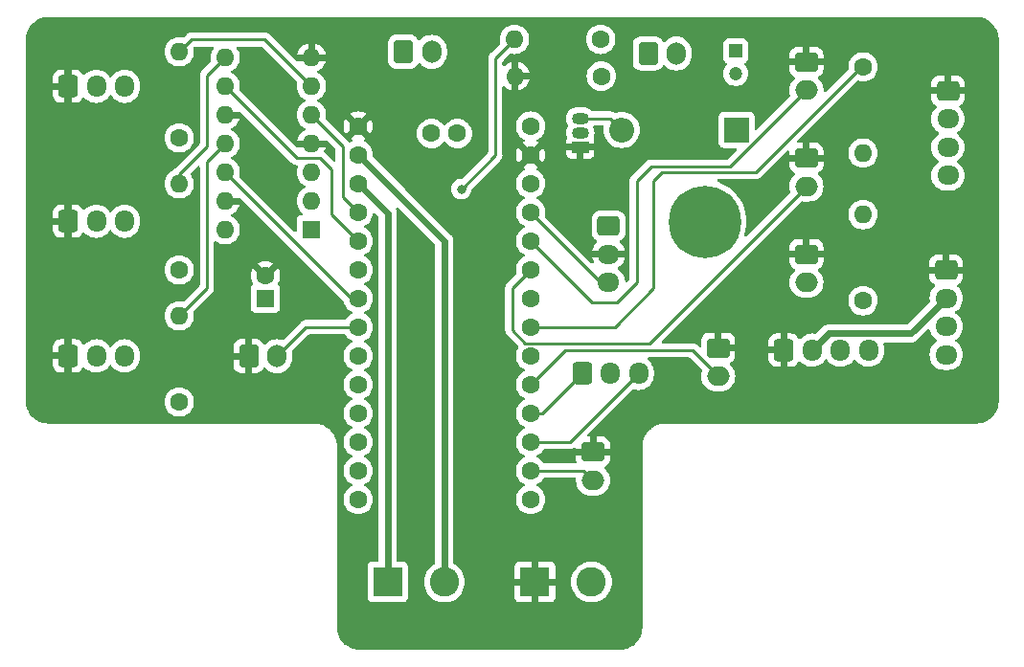
<source format=gbl>
%TF.GenerationSoftware,KiCad,Pcbnew,7.0.7*%
%TF.CreationDate,2023-12-19T14:51:20+00:00*%
%TF.ProjectId,Wand Board,57616e64-2042-46f6-9172-642e6b696361,rev?*%
%TF.SameCoordinates,Original*%
%TF.FileFunction,Copper,L2,Bot*%
%TF.FilePolarity,Positive*%
%FSLAX46Y46*%
G04 Gerber Fmt 4.6, Leading zero omitted, Abs format (unit mm)*
G04 Created by KiCad (PCBNEW 7.0.7) date 2023-12-19 14:51:20*
%MOMM*%
%LPD*%
G01*
G04 APERTURE LIST*
G04 Aperture macros list*
%AMRoundRect*
0 Rectangle with rounded corners*
0 $1 Rounding radius*
0 $2 $3 $4 $5 $6 $7 $8 $9 X,Y pos of 4 corners*
0 Add a 4 corners polygon primitive as box body*
4,1,4,$2,$3,$4,$5,$6,$7,$8,$9,$2,$3,0*
0 Add four circle primitives for the rounded corners*
1,1,$1+$1,$2,$3*
1,1,$1+$1,$4,$5*
1,1,$1+$1,$6,$7*
1,1,$1+$1,$8,$9*
0 Add four rect primitives between the rounded corners*
20,1,$1+$1,$2,$3,$4,$5,0*
20,1,$1+$1,$4,$5,$6,$7,0*
20,1,$1+$1,$6,$7,$8,$9,0*
20,1,$1+$1,$8,$9,$2,$3,0*%
G04 Aperture macros list end*
%TA.AperFunction,ComponentPad*%
%ADD10RoundRect,0.250000X-0.600000X-0.725000X0.600000X-0.725000X0.600000X0.725000X-0.600000X0.725000X0*%
%TD*%
%TA.AperFunction,ComponentPad*%
%ADD11O,1.700000X1.950000*%
%TD*%
%TA.AperFunction,ComponentPad*%
%ADD12R,1.200000X1.200000*%
%TD*%
%TA.AperFunction,ComponentPad*%
%ADD13C,1.200000*%
%TD*%
%TA.AperFunction,ComponentPad*%
%ADD14C,1.600000*%
%TD*%
%TA.AperFunction,ComponentPad*%
%ADD15O,1.600000X1.600000*%
%TD*%
%TA.AperFunction,ComponentPad*%
%ADD16RoundRect,0.250000X-0.725000X0.600000X-0.725000X-0.600000X0.725000X-0.600000X0.725000X0.600000X0*%
%TD*%
%TA.AperFunction,ComponentPad*%
%ADD17O,1.950000X1.700000*%
%TD*%
%TA.AperFunction,ComponentPad*%
%ADD18R,2.200000X2.200000*%
%TD*%
%TA.AperFunction,ComponentPad*%
%ADD19O,2.200000X2.200000*%
%TD*%
%TA.AperFunction,ComponentPad*%
%ADD20R,2.600000X2.600000*%
%TD*%
%TA.AperFunction,ComponentPad*%
%ADD21C,2.600000*%
%TD*%
%TA.AperFunction,ComponentPad*%
%ADD22RoundRect,0.250000X-0.750000X0.600000X-0.750000X-0.600000X0.750000X-0.600000X0.750000X0.600000X0*%
%TD*%
%TA.AperFunction,ComponentPad*%
%ADD23O,2.000000X1.700000*%
%TD*%
%TA.AperFunction,ComponentPad*%
%ADD24RoundRect,0.250000X-0.600000X-0.750000X0.600000X-0.750000X0.600000X0.750000X-0.600000X0.750000X0*%
%TD*%
%TA.AperFunction,ComponentPad*%
%ADD25O,1.700000X2.000000*%
%TD*%
%TA.AperFunction,ComponentPad*%
%ADD26R,1.600000X1.600000*%
%TD*%
%TA.AperFunction,ComponentPad*%
%ADD27R,1.500000X1.050000*%
%TD*%
%TA.AperFunction,ComponentPad*%
%ADD28O,1.500000X1.050000*%
%TD*%
%TA.AperFunction,ComponentPad*%
%ADD29C,6.400000*%
%TD*%
%TA.AperFunction,ViaPad*%
%ADD30C,0.800000*%
%TD*%
%TA.AperFunction,Conductor*%
%ADD31C,0.600000*%
%TD*%
%TA.AperFunction,Conductor*%
%ADD32C,0.250000*%
%TD*%
G04 APERTURE END LIST*
D10*
X57230000Y-96503000D03*
D11*
X59730000Y-96503000D03*
X62230000Y-96503000D03*
D12*
X116250000Y-69527401D03*
D13*
X116250000Y-71527401D03*
D14*
X82880000Y-76180000D03*
X82880000Y-78720000D03*
X82880000Y-81260000D03*
X82880000Y-83800000D03*
X82880000Y-86340000D03*
X82880000Y-88880000D03*
X82880000Y-91420000D03*
X82880000Y-93960000D03*
X82880000Y-96500000D03*
X82880000Y-99040000D03*
X82880000Y-101580000D03*
X82880000Y-104120000D03*
X82880000Y-106660000D03*
X82880000Y-109200000D03*
X98120000Y-109200000D03*
X98120000Y-106660000D03*
X98120000Y-104120000D03*
X98120000Y-101580000D03*
X98120000Y-99040000D03*
X98120000Y-96500000D03*
X98120000Y-93960000D03*
X98120000Y-91420000D03*
X98120000Y-88880000D03*
X98120000Y-86340000D03*
X98120000Y-83800000D03*
X98120000Y-81260000D03*
X98120000Y-78720000D03*
X98120000Y-76180000D03*
X91645000Y-76820000D03*
X89355000Y-76820000D03*
X104370000Y-71750000D03*
D15*
X96750000Y-71750000D03*
D10*
X57230000Y-72644000D03*
D11*
X59730000Y-72644000D03*
X62230000Y-72644000D03*
D10*
X120500000Y-96000000D03*
D11*
X123000000Y-96000000D03*
X125500000Y-96000000D03*
X128000000Y-96000000D03*
D14*
X67056000Y-77216000D03*
D15*
X67056000Y-69596000D03*
D16*
X105000000Y-85000000D03*
D17*
X105000000Y-87500000D03*
X105000000Y-90000000D03*
D14*
X67056000Y-88900000D03*
D15*
X67056000Y-81280000D03*
D14*
X127500000Y-70940000D03*
D15*
X127500000Y-78560000D03*
D18*
X116330000Y-76500000D03*
D19*
X106170000Y-76500000D03*
D20*
X98500000Y-116500000D03*
D21*
X103500000Y-116500000D03*
D16*
X135000000Y-73054000D03*
D17*
X135000000Y-75554000D03*
X135000000Y-78054000D03*
X135000000Y-80554000D03*
D22*
X103632000Y-105000000D03*
D23*
X103632000Y-107500000D03*
D24*
X108500000Y-69750000D03*
D25*
X111000000Y-69750000D03*
D14*
X67056000Y-100584000D03*
D15*
X67056000Y-92964000D03*
D10*
X57230000Y-84582000D03*
D11*
X59730000Y-84582000D03*
X62230000Y-84582000D03*
D26*
X74676000Y-91408000D03*
D14*
X74676000Y-89408000D03*
D22*
X122500000Y-87500000D03*
D23*
X122500000Y-90000000D03*
D10*
X102656000Y-98044000D03*
D11*
X105156000Y-98044000D03*
X107656000Y-98044000D03*
D14*
X127500000Y-91620000D03*
D15*
X127500000Y-84000000D03*
D22*
X122500000Y-79000000D03*
D23*
X122500000Y-81500000D03*
D24*
X86868000Y-69596000D03*
D25*
X89368000Y-69596000D03*
D16*
X134850000Y-88900000D03*
D17*
X134850000Y-91400000D03*
X134850000Y-93900000D03*
X134850000Y-96400000D03*
D22*
X122500000Y-70500000D03*
D23*
X122500000Y-73000000D03*
D26*
X78740000Y-85344000D03*
D15*
X78740000Y-82804000D03*
X78740000Y-80264000D03*
X78740000Y-77724000D03*
X78740000Y-75184000D03*
X78740000Y-72644000D03*
X78740000Y-70104000D03*
X71120000Y-70104000D03*
X71120000Y-72644000D03*
X71120000Y-75184000D03*
X71120000Y-77724000D03*
X71120000Y-80264000D03*
X71120000Y-82804000D03*
X71120000Y-85344000D03*
D22*
X114700000Y-95800000D03*
D23*
X114700000Y-98300000D03*
D24*
X73192000Y-96520000D03*
D25*
X75692000Y-96520000D03*
D20*
X85500000Y-116500000D03*
D21*
X90500000Y-116500000D03*
D14*
X104310000Y-68500000D03*
D15*
X96690000Y-68500000D03*
D27*
X102500000Y-78040000D03*
D28*
X102500000Y-76770000D03*
X102500000Y-75500000D03*
D29*
X113500000Y-84625000D03*
D30*
X92000000Y-81750000D03*
D31*
X90500000Y-116500000D02*
X90500000Y-86340000D01*
X90500000Y-86340000D02*
X82880000Y-78720000D01*
X85500000Y-116500000D02*
X85500000Y-83880000D01*
X85500000Y-83880000D02*
X82880000Y-81260000D01*
D32*
X98120000Y-99040000D02*
X101160000Y-96000000D01*
X112400000Y-96000000D02*
X114900000Y-98500000D01*
X101160000Y-96000000D02*
X112400000Y-96000000D01*
X114900000Y-98500000D02*
X115025000Y-98500000D01*
X96500000Y-90500000D02*
X96500000Y-94220991D01*
X96500000Y-94220991D02*
X97654009Y-95375000D01*
X98120000Y-88880000D02*
X96500000Y-90500000D01*
X97654009Y-95375000D02*
X108625000Y-95375000D01*
X108625000Y-95375000D02*
X122500000Y-81500000D01*
X107500000Y-90000000D02*
X107500000Y-81000000D01*
X98120000Y-86340000D02*
X103530000Y-91750000D01*
X105750000Y-91750000D02*
X107500000Y-90000000D01*
X103530000Y-91750000D02*
X105750000Y-91750000D01*
X115750000Y-79750000D02*
X122500000Y-73000000D01*
X107500000Y-81000000D02*
X108750000Y-79750000D01*
X108750000Y-79750000D02*
X115750000Y-79750000D01*
X82880000Y-93960000D02*
X78252000Y-93960000D01*
X78252000Y-93960000D02*
X75692000Y-96520000D01*
X102792000Y-106660000D02*
X103632000Y-107500000D01*
X98120000Y-106660000D02*
X102792000Y-106660000D01*
X98120000Y-104120000D02*
X101580000Y-104120000D01*
X101580000Y-104120000D02*
X107656000Y-98044000D01*
D31*
X131725000Y-94525000D02*
X124475000Y-94525000D01*
X134850000Y-91400000D02*
X131725000Y-94525000D01*
X124475000Y-94525000D02*
X123000000Y-96000000D01*
D32*
X104320000Y-90000000D02*
X105000000Y-90000000D01*
X98120000Y-83800000D02*
X104320000Y-90000000D01*
X98120000Y-93960000D02*
X105540000Y-93960000D01*
X127310000Y-70940000D02*
X127500000Y-70940000D01*
X109000000Y-81000000D02*
X109750000Y-80250000D01*
X118000000Y-80250000D02*
X127310000Y-70940000D01*
X105540000Y-93960000D02*
X109000000Y-90500000D01*
X109000000Y-90500000D02*
X109000000Y-81000000D01*
X109750000Y-80250000D02*
X118000000Y-80250000D01*
X69500000Y-71724000D02*
X71120000Y-70104000D01*
X67056000Y-81280000D02*
X67056000Y-80444000D01*
X69500000Y-78000000D02*
X69500000Y-71724000D01*
X67056000Y-80444000D02*
X69500000Y-78000000D01*
X68152000Y-68500000D02*
X74596000Y-68500000D01*
X74596000Y-68500000D02*
X78740000Y-72644000D01*
X67056000Y-69596000D02*
X68152000Y-68500000D01*
X67056000Y-92964000D02*
X69500000Y-90520000D01*
X69500000Y-90520000D02*
X69500000Y-79344000D01*
X69500000Y-79344000D02*
X71120000Y-77724000D01*
X81500000Y-77944000D02*
X81500000Y-82420000D01*
X78740000Y-75184000D02*
X81500000Y-77944000D01*
X81500000Y-82420000D02*
X82880000Y-83800000D01*
X80500000Y-83960000D02*
X80500000Y-80000000D01*
X82880000Y-86340000D02*
X80500000Y-83960000D01*
X80500000Y-80000000D02*
X79500000Y-79000000D01*
X79500000Y-79000000D02*
X77476000Y-79000000D01*
X77476000Y-79000000D02*
X71120000Y-72644000D01*
X82880000Y-91420000D02*
X82276000Y-91420000D01*
X82276000Y-91420000D02*
X71120000Y-80264000D01*
X105170000Y-75500000D02*
X106170000Y-76500000D01*
X102500000Y-75500000D02*
X105170000Y-75500000D01*
X98120000Y-101580000D02*
X99120000Y-101580000D01*
X99120000Y-101580000D02*
X102656000Y-98044000D01*
X95190000Y-70000000D02*
X96690000Y-68500000D01*
X95000000Y-70190000D02*
X95190000Y-70000000D01*
X95000000Y-78750000D02*
X95000000Y-70190000D01*
X92000000Y-81750000D02*
X95000000Y-78750000D01*
%TA.AperFunction,Conductor*%
G36*
X72491086Y-74903685D02*
G01*
X72511728Y-74920319D01*
X76975197Y-79383788D01*
X76985022Y-79396051D01*
X76985243Y-79395869D01*
X76990214Y-79401878D01*
X77008764Y-79419297D01*
X77040635Y-79449226D01*
X77061529Y-79470120D01*
X77067011Y-79474373D01*
X77071443Y-79478157D01*
X77105418Y-79510062D01*
X77122976Y-79519714D01*
X77139235Y-79530395D01*
X77155064Y-79542673D01*
X77197838Y-79561182D01*
X77203056Y-79563738D01*
X77243908Y-79586197D01*
X77263316Y-79591180D01*
X77281717Y-79597480D01*
X77300104Y-79605437D01*
X77336914Y-79611267D01*
X77346119Y-79612725D01*
X77351839Y-79613909D01*
X77396981Y-79625500D01*
X77408153Y-79625500D01*
X77475192Y-79645185D01*
X77520947Y-79697989D01*
X77530891Y-79767147D01*
X77520535Y-79801904D01*
X77513263Y-79817497D01*
X77513258Y-79817511D01*
X77454366Y-80037302D01*
X77454364Y-80037313D01*
X77434532Y-80263998D01*
X77434532Y-80264001D01*
X77454364Y-80490686D01*
X77454366Y-80490697D01*
X77513258Y-80710488D01*
X77513261Y-80710497D01*
X77609431Y-80916732D01*
X77609432Y-80916734D01*
X77739954Y-81103141D01*
X77900858Y-81264045D01*
X77900861Y-81264047D01*
X78087266Y-81394568D01*
X78140604Y-81419440D01*
X78145275Y-81421618D01*
X78197714Y-81467791D01*
X78216866Y-81534984D01*
X78196650Y-81601865D01*
X78145275Y-81646382D01*
X78087267Y-81673431D01*
X78087265Y-81673432D01*
X77900858Y-81803954D01*
X77739954Y-81964858D01*
X77609432Y-82151265D01*
X77609431Y-82151267D01*
X77513261Y-82357502D01*
X77513258Y-82357511D01*
X77454366Y-82577302D01*
X77454364Y-82577313D01*
X77434532Y-82803998D01*
X77434532Y-82804001D01*
X77454364Y-83030686D01*
X77454366Y-83030697D01*
X77513258Y-83250488D01*
X77513261Y-83250497D01*
X77609431Y-83456732D01*
X77609432Y-83456734D01*
X77739954Y-83643141D01*
X77900858Y-83804045D01*
X77925462Y-83821273D01*
X77969087Y-83875849D01*
X77976281Y-83945348D01*
X77944758Y-84007703D01*
X77884529Y-84043117D01*
X77867593Y-84046138D01*
X77832516Y-84049908D01*
X77697671Y-84100202D01*
X77697664Y-84100206D01*
X77582455Y-84186452D01*
X77582452Y-84186455D01*
X77496206Y-84301664D01*
X77496202Y-84301671D01*
X77445908Y-84436517D01*
X77439501Y-84496116D01*
X77439500Y-84496135D01*
X77439500Y-85399547D01*
X77419815Y-85466586D01*
X77367011Y-85512341D01*
X77297853Y-85522285D01*
X77234297Y-85493260D01*
X77227819Y-85487228D01*
X72419413Y-80678822D01*
X72385928Y-80617499D01*
X72387319Y-80559048D01*
X72399332Y-80514214D01*
X72405635Y-80490692D01*
X72425468Y-80264000D01*
X72405635Y-80037308D01*
X72346739Y-79817504D01*
X72250568Y-79611266D01*
X72120047Y-79424861D01*
X72120045Y-79424858D01*
X71959141Y-79263954D01*
X71772734Y-79133432D01*
X71772728Y-79133429D01*
X71714725Y-79106382D01*
X71662285Y-79060210D01*
X71643133Y-78993017D01*
X71663348Y-78926135D01*
X71714725Y-78881618D01*
X71724667Y-78876982D01*
X71772734Y-78854568D01*
X71959139Y-78724047D01*
X72120047Y-78563139D01*
X72250568Y-78376734D01*
X72346739Y-78170496D01*
X72405635Y-77950692D01*
X72425468Y-77724000D01*
X72425193Y-77720861D01*
X72414373Y-77597189D01*
X72405635Y-77497308D01*
X72346739Y-77277504D01*
X72250568Y-77071266D01*
X72120047Y-76884861D01*
X72120045Y-76884858D01*
X71959141Y-76723954D01*
X71772734Y-76593432D01*
X71772732Y-76593431D01*
X71720271Y-76568968D01*
X71714132Y-76566105D01*
X71661694Y-76519934D01*
X71642542Y-76452740D01*
X71662758Y-76385859D01*
X71714134Y-76341341D01*
X71772484Y-76314132D01*
X71958820Y-76183657D01*
X72119657Y-76022820D01*
X72250134Y-75836482D01*
X72346265Y-75630326D01*
X72346268Y-75630320D01*
X72385475Y-75484000D01*
X71618423Y-75484000D01*
X71551384Y-75464315D01*
X71505629Y-75411511D01*
X71495685Y-75342353D01*
X71503165Y-75318755D01*
X71502150Y-75318426D01*
X71505163Y-75309151D01*
X71505165Y-75309148D01*
X71505166Y-75309143D01*
X71524986Y-75184003D01*
X71524986Y-75183996D01*
X71505166Y-75058856D01*
X71502150Y-75049574D01*
X71504997Y-75048648D01*
X71495043Y-74995611D01*
X71521328Y-74930874D01*
X71578439Y-74890623D01*
X71618423Y-74884000D01*
X72424047Y-74884000D01*
X72491086Y-74903685D01*
G37*
%TD.AperFunction*%
%TA.AperFunction,Conductor*%
G36*
X80111087Y-77443685D02*
G01*
X80131729Y-77460319D01*
X80838181Y-78166771D01*
X80871666Y-78228094D01*
X80874500Y-78254452D01*
X80874500Y-79190547D01*
X80854815Y-79257586D01*
X80802011Y-79303341D01*
X80732853Y-79313285D01*
X80669297Y-79284260D01*
X80662819Y-79278228D01*
X80000803Y-78616212D01*
X79990980Y-78603950D01*
X79990759Y-78604134D01*
X79985786Y-78598123D01*
X79935364Y-78550773D01*
X79914471Y-78529880D01*
X79911052Y-78527228D01*
X79908988Y-78525626D01*
X79904560Y-78521845D01*
X79898914Y-78516543D01*
X79863516Y-78456307D01*
X79866305Y-78386493D01*
X79871411Y-78373743D01*
X79966265Y-78170326D01*
X79966268Y-78170320D01*
X80005475Y-78024000D01*
X79238423Y-78024000D01*
X79171384Y-78004315D01*
X79125629Y-77951511D01*
X79115685Y-77882353D01*
X79123165Y-77858755D01*
X79122150Y-77858426D01*
X79125163Y-77849151D01*
X79125165Y-77849148D01*
X79129774Y-77820047D01*
X79144986Y-77724003D01*
X79144986Y-77723996D01*
X79125166Y-77598856D01*
X79122150Y-77589574D01*
X79124997Y-77588648D01*
X79115043Y-77535611D01*
X79141328Y-77470874D01*
X79198439Y-77430623D01*
X79238423Y-77424000D01*
X80044048Y-77424000D01*
X80111087Y-77443685D01*
G37*
%TD.AperFunction*%
%TA.AperFunction,Conductor*%
G36*
X74352587Y-69145185D02*
G01*
X74373229Y-69161819D01*
X77440586Y-72229177D01*
X77474071Y-72290500D01*
X77472680Y-72348949D01*
X77454367Y-72417296D01*
X77454364Y-72417313D01*
X77434532Y-72643999D01*
X77434532Y-72644001D01*
X77454364Y-72870686D01*
X77454366Y-72870697D01*
X77513258Y-73090488D01*
X77513261Y-73090497D01*
X77609431Y-73296732D01*
X77609432Y-73296734D01*
X77739954Y-73483141D01*
X77900858Y-73644045D01*
X77900861Y-73644047D01*
X78087266Y-73774568D01*
X78145275Y-73801618D01*
X78197714Y-73847791D01*
X78216866Y-73914984D01*
X78196650Y-73981865D01*
X78145275Y-74026382D01*
X78087267Y-74053431D01*
X78087265Y-74053432D01*
X77900858Y-74183954D01*
X77739954Y-74344858D01*
X77609432Y-74531265D01*
X77609431Y-74531267D01*
X77513261Y-74737502D01*
X77513258Y-74737511D01*
X77454366Y-74957302D01*
X77454364Y-74957313D01*
X77434532Y-75183998D01*
X77434532Y-75184001D01*
X77454364Y-75410686D01*
X77454366Y-75410697D01*
X77513258Y-75630488D01*
X77513261Y-75630497D01*
X77609431Y-75836732D01*
X77609432Y-75836734D01*
X77739954Y-76023141D01*
X77900858Y-76184045D01*
X77900861Y-76184047D01*
X78087266Y-76314568D01*
X78145865Y-76341893D01*
X78198305Y-76388065D01*
X78217457Y-76455258D01*
X78197242Y-76522139D01*
X78145867Y-76566657D01*
X78087515Y-76593867D01*
X77901179Y-76724342D01*
X77740342Y-76885179D01*
X77609865Y-77071517D01*
X77513734Y-77277673D01*
X77513731Y-77277679D01*
X77474525Y-77423999D01*
X77474525Y-77424000D01*
X78241577Y-77424000D01*
X78308616Y-77443685D01*
X78354371Y-77496489D01*
X78364315Y-77565647D01*
X78356834Y-77589244D01*
X78357850Y-77589574D01*
X78354833Y-77598856D01*
X78335014Y-77723996D01*
X78335014Y-77724003D01*
X78354833Y-77849143D01*
X78357850Y-77858426D01*
X78355002Y-77859351D01*
X78364957Y-77912389D01*
X78338672Y-77977126D01*
X78281561Y-78017377D01*
X78241577Y-78024000D01*
X77435953Y-78024000D01*
X77368914Y-78004315D01*
X77348272Y-77987681D01*
X72419413Y-73058822D01*
X72385928Y-72997499D01*
X72387319Y-72939048D01*
X72405635Y-72870692D01*
X72425468Y-72644000D01*
X72405635Y-72417308D01*
X72346739Y-72197504D01*
X72250568Y-71991266D01*
X72120047Y-71804861D01*
X72120045Y-71804858D01*
X71959141Y-71643954D01*
X71772734Y-71513432D01*
X71772728Y-71513429D01*
X71726576Y-71491908D01*
X71714724Y-71486381D01*
X71662285Y-71440210D01*
X71643133Y-71373017D01*
X71663348Y-71306135D01*
X71714725Y-71261618D01*
X71715319Y-71261341D01*
X71772734Y-71234568D01*
X71959139Y-71104047D01*
X72120047Y-70943139D01*
X72250568Y-70756734D01*
X72346739Y-70550496D01*
X72405635Y-70330692D01*
X72425468Y-70104000D01*
X72425193Y-70100861D01*
X72414743Y-69981413D01*
X72405635Y-69877308D01*
X72346739Y-69657504D01*
X72250568Y-69451266D01*
X72205593Y-69387034D01*
X72159092Y-69320623D01*
X72136765Y-69254416D01*
X72153776Y-69186649D01*
X72204724Y-69138837D01*
X72260667Y-69125500D01*
X74285548Y-69125500D01*
X74352587Y-69145185D01*
G37*
%TD.AperFunction*%
%TA.AperFunction,Conductor*%
G36*
X102078871Y-104635890D02*
G01*
X102122631Y-104690358D01*
X102122698Y-104690698D01*
X102132000Y-104700000D01*
X103033334Y-104700000D01*
X103100373Y-104719685D01*
X103146128Y-104772489D01*
X103156072Y-104841647D01*
X103152311Y-104858934D01*
X103132000Y-104928107D01*
X103132000Y-105071892D01*
X103152311Y-105141066D01*
X103152311Y-105210936D01*
X103114536Y-105269714D01*
X103050980Y-105298738D01*
X103033334Y-105300000D01*
X102132001Y-105300000D01*
X102132001Y-105649986D01*
X102142493Y-105752695D01*
X102181861Y-105871495D01*
X102184263Y-105941324D01*
X102148532Y-106001366D01*
X102086011Y-106032559D01*
X102064155Y-106034500D01*
X99334188Y-106034500D01*
X99267149Y-106014815D01*
X99232613Y-105981623D01*
X99120045Y-105820858D01*
X98959141Y-105659954D01*
X98772734Y-105529432D01*
X98772728Y-105529429D01*
X98714725Y-105502382D01*
X98662285Y-105456210D01*
X98643133Y-105389017D01*
X98663348Y-105322135D01*
X98714725Y-105277618D01*
X98772734Y-105250568D01*
X98959139Y-105120047D01*
X99120047Y-104959139D01*
X99232612Y-104798377D01*
X99287189Y-104754752D01*
X99334188Y-104745500D01*
X101497257Y-104745500D01*
X101512877Y-104747224D01*
X101512904Y-104746939D01*
X101520660Y-104747671D01*
X101520667Y-104747673D01*
X101589814Y-104745500D01*
X101619350Y-104745500D01*
X101626228Y-104744630D01*
X101632041Y-104744172D01*
X101678627Y-104742709D01*
X101697869Y-104737117D01*
X101716912Y-104733174D01*
X101736792Y-104730664D01*
X101780122Y-104713507D01*
X101785646Y-104711617D01*
X101789396Y-104710527D01*
X101830390Y-104698618D01*
X101847629Y-104688422D01*
X101865103Y-104679862D01*
X101883728Y-104672488D01*
X101883729Y-104672487D01*
X101883732Y-104672486D01*
X101921439Y-104645089D01*
X101926294Y-104641899D01*
X101944883Y-104630906D01*
X102012609Y-104613727D01*
X102078871Y-104635890D01*
G37*
%TD.AperFunction*%
%TA.AperFunction,Conductor*%
G36*
X120919334Y-78317769D02*
G01*
X120975267Y-78359641D01*
X120999684Y-78425105D01*
X121000000Y-78433951D01*
X121000000Y-78700000D01*
X121901334Y-78700000D01*
X121968373Y-78719685D01*
X122014128Y-78772489D01*
X122024072Y-78841647D01*
X122020311Y-78858934D01*
X122000000Y-78928107D01*
X122000000Y-79071892D01*
X122020311Y-79141066D01*
X122020311Y-79210936D01*
X121982536Y-79269714D01*
X121918980Y-79298738D01*
X121901334Y-79300000D01*
X121000001Y-79300000D01*
X121000001Y-79649986D01*
X121010494Y-79752697D01*
X121065641Y-79919119D01*
X121065643Y-79919124D01*
X121157684Y-80068345D01*
X121281654Y-80192315D01*
X121436484Y-80287815D01*
X121483208Y-80339763D01*
X121494431Y-80408726D01*
X121466587Y-80472808D01*
X121459069Y-80481035D01*
X121311501Y-80628603D01*
X121311501Y-80628604D01*
X121175967Y-80822165D01*
X121175965Y-80822169D01*
X121102276Y-80980196D01*
X121077510Y-81033308D01*
X121076098Y-81036335D01*
X121076094Y-81036344D01*
X121014938Y-81264586D01*
X121014936Y-81264596D01*
X120994341Y-81499999D01*
X120994341Y-81500000D01*
X121014936Y-81735403D01*
X121014938Y-81735413D01*
X121073554Y-81954173D01*
X121071891Y-82024023D01*
X121041460Y-82073947D01*
X117233910Y-85881497D01*
X117172587Y-85914982D01*
X117102895Y-85909998D01*
X117046962Y-85868126D01*
X117022545Y-85802662D01*
X117026453Y-85761730D01*
X117124602Y-85395433D01*
X117185278Y-85012338D01*
X117205578Y-84625000D01*
X117185278Y-84237662D01*
X117124602Y-83854567D01*
X117024214Y-83479913D01*
X116885214Y-83117806D01*
X116709125Y-82772211D01*
X116671560Y-82714366D01*
X116497877Y-82446917D01*
X116346551Y-82260045D01*
X116253781Y-82145484D01*
X115979516Y-81871219D01*
X115896451Y-81803954D01*
X115678082Y-81627122D01*
X115352793Y-81415877D01*
X115007197Y-81239787D01*
X114682804Y-81115264D01*
X114627272Y-81072862D01*
X114603479Y-81007168D01*
X114618981Y-80939040D01*
X114668854Y-80890107D01*
X114727242Y-80875500D01*
X117917257Y-80875500D01*
X117932877Y-80877224D01*
X117932904Y-80876939D01*
X117940660Y-80877671D01*
X117940667Y-80877673D01*
X118009814Y-80875500D01*
X118039350Y-80875500D01*
X118046228Y-80874630D01*
X118052041Y-80874172D01*
X118098627Y-80872709D01*
X118117869Y-80867117D01*
X118136912Y-80863174D01*
X118156792Y-80860664D01*
X118200122Y-80843507D01*
X118205646Y-80841617D01*
X118209396Y-80840527D01*
X118250390Y-80828618D01*
X118267629Y-80818422D01*
X118285103Y-80809862D01*
X118303727Y-80802488D01*
X118303727Y-80802487D01*
X118303732Y-80802486D01*
X118341449Y-80775082D01*
X118346305Y-80771892D01*
X118386420Y-80748170D01*
X118400589Y-80733999D01*
X118415379Y-80721368D01*
X118431587Y-80709594D01*
X118461299Y-80673676D01*
X118465212Y-80669376D01*
X120788319Y-78346269D01*
X120849642Y-78312785D01*
X120919334Y-78317769D01*
G37*
%TD.AperFunction*%
%TA.AperFunction,Conductor*%
G36*
X137502018Y-66500633D02*
G01*
X137530219Y-66502480D01*
X137583816Y-66505993D01*
X137638735Y-66509921D01*
X137746798Y-66517651D01*
X137751197Y-66518124D01*
X137770628Y-66520917D01*
X137794283Y-66524318D01*
X137797513Y-66524871D01*
X137848218Y-66534957D01*
X137889455Y-66543160D01*
X138026409Y-66572952D01*
X138030661Y-66574036D01*
X138051186Y-66580063D01*
X138159456Y-66616815D01*
X138291739Y-66666156D01*
X138297497Y-66668642D01*
X138412960Y-66725582D01*
X138534910Y-66792171D01*
X138539616Y-66795019D01*
X138646665Y-66866548D01*
X138649358Y-66868453D01*
X138758654Y-66950272D01*
X138762337Y-66953258D01*
X138859502Y-67038469D01*
X138862448Y-67041228D01*
X138958769Y-67137549D01*
X138961522Y-67140488D01*
X139046731Y-67237651D01*
X139049733Y-67241353D01*
X139125983Y-67343212D01*
X139131542Y-67350637D01*
X139133460Y-67353347D01*
X139204962Y-67460359D01*
X139207828Y-67465092D01*
X139274426Y-67587057D01*
X139331356Y-67702499D01*
X139333843Y-67708258D01*
X139383193Y-67840572D01*
X139419932Y-67948799D01*
X139425955Y-67969313D01*
X139427047Y-67973591D01*
X139428030Y-67978109D01*
X139456848Y-68110586D01*
X139475117Y-68202435D01*
X139475677Y-68205706D01*
X139481875Y-68248804D01*
X139482348Y-68253207D01*
X139494020Y-68416399D01*
X139495129Y-68433310D01*
X139498425Y-68483605D01*
X139499367Y-68497967D01*
X139499500Y-68502024D01*
X139499500Y-100497975D01*
X139499367Y-100502032D01*
X139494020Y-100583595D01*
X139482347Y-100746795D01*
X139481874Y-100751195D01*
X139475680Y-100794283D01*
X139475119Y-100797557D01*
X139456850Y-100889402D01*
X139427049Y-101026398D01*
X139425954Y-101030687D01*
X139419930Y-101051206D01*
X139383197Y-101159417D01*
X139333838Y-101291747D01*
X139331352Y-101297505D01*
X139274431Y-101412932D01*
X139207825Y-101534911D01*
X139204958Y-101539645D01*
X139133466Y-101646641D01*
X139131548Y-101649351D01*
X139049740Y-101758635D01*
X139046719Y-101762361D01*
X138961536Y-101859494D01*
X138958762Y-101862455D01*
X138862455Y-101958762D01*
X138859494Y-101961536D01*
X138762361Y-102046719D01*
X138758635Y-102049740D01*
X138649351Y-102131548D01*
X138646641Y-102133466D01*
X138539645Y-102204958D01*
X138534911Y-102207825D01*
X138412932Y-102274431D01*
X138297505Y-102331352D01*
X138291747Y-102333838D01*
X138159417Y-102383197D01*
X138051206Y-102419930D01*
X138030687Y-102425954D01*
X138026398Y-102427049D01*
X137889402Y-102456850D01*
X137797557Y-102475119D01*
X137794283Y-102475680D01*
X137751195Y-102481874D01*
X137746795Y-102482347D01*
X137583595Y-102494020D01*
X137519890Y-102498196D01*
X137502025Y-102499367D01*
X137497977Y-102499500D01*
X109873613Y-102499500D01*
X109872788Y-102499258D01*
X109869407Y-102499500D01*
X109868872Y-102499500D01*
X109706456Y-102520884D01*
X109702785Y-102521256D01*
X109627423Y-102526646D01*
X109623008Y-102528240D01*
X109623190Y-102528858D01*
X109613097Y-102531821D01*
X109611721Y-102532318D01*
X109611876Y-102533131D01*
X109611813Y-102533143D01*
X109609944Y-102532960D01*
X109607203Y-102533951D01*
X109604882Y-102534257D01*
X109604879Y-102534234D01*
X109582766Y-102540728D01*
X109416172Y-102585366D01*
X109413301Y-102586062D01*
X109354708Y-102598805D01*
X109302323Y-102622728D01*
X109302310Y-102622734D01*
X109280319Y-102632776D01*
X109113309Y-102701953D01*
X109113301Y-102701957D01*
X109057067Y-102734423D01*
X109051828Y-102737124D01*
X109040279Y-102742399D01*
X109040275Y-102742401D01*
X109015210Y-102758509D01*
X109012692Y-102760044D01*
X108886206Y-102833069D01*
X108886191Y-102833080D01*
X108821298Y-102882873D01*
X108817077Y-102885841D01*
X108799916Y-102896870D01*
X108776992Y-102916734D01*
X108774135Y-102919064D01*
X108678141Y-102992724D01*
X108607319Y-103063546D01*
X108604082Y-103066559D01*
X108583981Y-103083978D01*
X108583978Y-103083981D01*
X108566559Y-103104082D01*
X108563546Y-103107319D01*
X108492724Y-103178141D01*
X108419064Y-103274135D01*
X108416734Y-103276992D01*
X108396870Y-103299916D01*
X108385841Y-103317077D01*
X108382873Y-103321298D01*
X108333080Y-103386191D01*
X108333069Y-103386206D01*
X108260044Y-103512692D01*
X108258509Y-103515210D01*
X108242401Y-103540275D01*
X108242399Y-103540279D01*
X108237124Y-103551828D01*
X108234423Y-103557067D01*
X108201957Y-103613301D01*
X108201953Y-103613309D01*
X108132776Y-103780319D01*
X108122734Y-103802310D01*
X108122728Y-103802323D01*
X108098805Y-103854708D01*
X108086062Y-103913301D01*
X108085366Y-103916172D01*
X108040728Y-104082766D01*
X108034234Y-104104879D01*
X108034257Y-104104882D01*
X108033951Y-104107203D01*
X108033143Y-104109027D01*
X108033143Y-104111813D01*
X108033131Y-104111876D01*
X108032230Y-104111704D01*
X108028858Y-104123190D01*
X108027103Y-104122674D01*
X108026963Y-104122991D01*
X108021256Y-104202785D01*
X108020884Y-104206456D01*
X107999500Y-104368872D01*
X107999500Y-104369407D01*
X107999290Y-104372334D01*
X107999500Y-104373613D01*
X107999500Y-120497975D01*
X107999367Y-120502032D01*
X107994020Y-120583595D01*
X107982347Y-120746795D01*
X107981874Y-120751195D01*
X107975680Y-120794283D01*
X107975119Y-120797557D01*
X107956850Y-120889402D01*
X107927049Y-121026398D01*
X107925954Y-121030687D01*
X107919930Y-121051206D01*
X107883197Y-121159417D01*
X107833838Y-121291747D01*
X107831352Y-121297505D01*
X107774431Y-121412932D01*
X107707825Y-121534911D01*
X107704958Y-121539645D01*
X107633466Y-121646641D01*
X107631548Y-121649351D01*
X107549740Y-121758635D01*
X107546719Y-121762361D01*
X107461536Y-121859494D01*
X107458762Y-121862455D01*
X107362455Y-121958762D01*
X107359494Y-121961536D01*
X107262361Y-122046719D01*
X107258635Y-122049740D01*
X107149351Y-122131548D01*
X107146641Y-122133466D01*
X107039645Y-122204958D01*
X107034911Y-122207825D01*
X106912932Y-122274431D01*
X106797505Y-122331352D01*
X106791747Y-122333838D01*
X106659417Y-122383197D01*
X106551206Y-122419930D01*
X106530687Y-122425954D01*
X106526398Y-122427049D01*
X106389402Y-122456850D01*
X106297557Y-122475119D01*
X106294283Y-122475680D01*
X106251195Y-122481874D01*
X106246795Y-122482347D01*
X106083595Y-122494020D01*
X106019890Y-122498196D01*
X106002025Y-122499367D01*
X105997977Y-122499500D01*
X83002024Y-122499500D01*
X82997974Y-122499367D01*
X82970721Y-122497581D01*
X82916399Y-122494020D01*
X82753207Y-122482348D01*
X82748804Y-122481875D01*
X82705706Y-122475677D01*
X82702435Y-122475117D01*
X82610586Y-122456848D01*
X82525763Y-122438396D01*
X82473595Y-122427048D01*
X82469313Y-122425955D01*
X82459406Y-122423046D01*
X82448790Y-122419929D01*
X82340572Y-122383193D01*
X82288722Y-122363854D01*
X82208253Y-122333841D01*
X82202499Y-122331356D01*
X82087057Y-122274426D01*
X81965092Y-122207828D01*
X81960359Y-122204962D01*
X81853347Y-122133460D01*
X81850637Y-122131542D01*
X81843212Y-122125983D01*
X81741353Y-122049733D01*
X81737651Y-122046731D01*
X81640492Y-121961526D01*
X81637549Y-121958769D01*
X81541228Y-121862448D01*
X81538469Y-121859502D01*
X81505450Y-121821851D01*
X81453258Y-121762337D01*
X81450272Y-121758654D01*
X81368449Y-121649351D01*
X81366540Y-121646654D01*
X81295019Y-121539616D01*
X81292171Y-121534910D01*
X81225577Y-121412950D01*
X81168642Y-121297497D01*
X81166156Y-121291739D01*
X81116812Y-121159446D01*
X81080069Y-121051206D01*
X81080062Y-121051185D01*
X81074036Y-121030661D01*
X81072952Y-121026409D01*
X81043160Y-120889455D01*
X81024874Y-120797528D01*
X81024318Y-120794283D01*
X81020917Y-120770628D01*
X81018124Y-120751197D01*
X81017651Y-120746798D01*
X81005990Y-120583769D01*
X81003344Y-120543395D01*
X81000633Y-120502018D01*
X81000500Y-120497964D01*
X81000500Y-104373628D01*
X81000739Y-104372810D01*
X81000500Y-104369456D01*
X81000500Y-104368886D01*
X81000499Y-104368872D01*
X80997578Y-104346686D01*
X80979112Y-104206432D01*
X80978741Y-104202773D01*
X80973351Y-104127391D01*
X80971773Y-104123018D01*
X80971138Y-104123205D01*
X80968659Y-104114764D01*
X80967509Y-104115015D01*
X80967499Y-104114969D01*
X80967725Y-104111804D01*
X80966038Y-104107128D01*
X80965734Y-104104812D01*
X80965737Y-104104811D01*
X80959337Y-104083011D01*
X80914602Y-103916056D01*
X80913911Y-103913207D01*
X80901178Y-103854672D01*
X80878132Y-103804207D01*
X80878131Y-103804203D01*
X80876293Y-103800179D01*
X80867223Y-103780319D01*
X80800068Y-103618192D01*
X80798041Y-103613298D01*
X80798039Y-103613296D01*
X80795991Y-103609750D01*
X80765571Y-103557061D01*
X80762871Y-103551820D01*
X80757607Y-103540291D01*
X80757600Y-103540279D01*
X80757600Y-103540278D01*
X80741476Y-103515188D01*
X80739983Y-103512741D01*
X80666924Y-103386197D01*
X80617125Y-103321298D01*
X80614159Y-103317080D01*
X80603127Y-103299914D01*
X80603126Y-103299913D01*
X80583267Y-103276994D01*
X80580953Y-103274159D01*
X80507282Y-103178149D01*
X80436452Y-103107319D01*
X80433438Y-103104082D01*
X80416020Y-103083980D01*
X80408062Y-103077084D01*
X80395911Y-103066555D01*
X80392679Y-103063546D01*
X80321851Y-102992718D01*
X80317569Y-102989432D01*
X80225860Y-102919060D01*
X80223001Y-102916729D01*
X80200096Y-102896881D01*
X80200082Y-102896870D01*
X80192363Y-102891910D01*
X80182918Y-102885839D01*
X80178702Y-102882875D01*
X80113802Y-102833075D01*
X79987307Y-102760044D01*
X79984788Y-102758509D01*
X79959722Y-102742400D01*
X79959721Y-102742400D01*
X79959714Y-102742396D01*
X79948177Y-102737127D01*
X79942932Y-102734423D01*
X79886696Y-102701956D01*
X79886690Y-102701953D01*
X79719678Y-102632775D01*
X79697161Y-102622492D01*
X79697129Y-102622479D01*
X79645329Y-102598823D01*
X79586785Y-102586086D01*
X79583918Y-102585391D01*
X79417101Y-102540692D01*
X79395120Y-102534238D01*
X79395118Y-102534257D01*
X79392797Y-102533951D01*
X79391054Y-102533179D01*
X79388388Y-102533181D01*
X79388335Y-102533171D01*
X79388500Y-102532295D01*
X79376803Y-102528861D01*
X79377319Y-102527100D01*
X79377011Y-102526964D01*
X79297220Y-102521257D01*
X79293557Y-102520885D01*
X79256912Y-102516061D01*
X79131127Y-102499500D01*
X79131120Y-102499500D01*
X79130567Y-102499500D01*
X79127655Y-102499291D01*
X79126382Y-102499500D01*
X55502024Y-102499500D01*
X55497974Y-102499367D01*
X55470721Y-102497581D01*
X55416399Y-102494020D01*
X55253207Y-102482348D01*
X55248804Y-102481875D01*
X55205706Y-102475677D01*
X55202435Y-102475117D01*
X55110586Y-102456848D01*
X55025763Y-102438396D01*
X54973595Y-102427048D01*
X54969313Y-102425955D01*
X54959406Y-102423046D01*
X54948790Y-102419929D01*
X54840572Y-102383193D01*
X54788722Y-102363854D01*
X54708253Y-102333841D01*
X54702499Y-102331356D01*
X54587057Y-102274426D01*
X54465092Y-102207828D01*
X54460359Y-102204962D01*
X54353347Y-102133460D01*
X54350637Y-102131542D01*
X54279340Y-102078170D01*
X54241353Y-102049733D01*
X54237651Y-102046731D01*
X54140492Y-101961526D01*
X54137549Y-101958769D01*
X54041228Y-101862448D01*
X54038469Y-101859502D01*
X53995707Y-101810741D01*
X53953258Y-101762337D01*
X53950272Y-101758654D01*
X53868449Y-101649351D01*
X53866540Y-101646654D01*
X53795019Y-101539616D01*
X53792171Y-101534910D01*
X53725577Y-101412950D01*
X53668642Y-101297497D01*
X53666156Y-101291739D01*
X53616812Y-101159446D01*
X53608008Y-101133511D01*
X53580062Y-101051185D01*
X53574036Y-101030661D01*
X53572952Y-101026409D01*
X53543160Y-100889455D01*
X53527493Y-100810692D01*
X53524871Y-100797513D01*
X53524318Y-100794283D01*
X53520917Y-100770628D01*
X53518124Y-100751197D01*
X53517651Y-100746798D01*
X53506007Y-100584001D01*
X65750532Y-100584001D01*
X65770364Y-100810686D01*
X65770366Y-100810697D01*
X65829258Y-101030488D01*
X65829261Y-101030497D01*
X65925431Y-101236732D01*
X65925432Y-101236734D01*
X66055954Y-101423141D01*
X66216858Y-101584045D01*
X66216861Y-101584047D01*
X66403266Y-101714568D01*
X66609504Y-101810739D01*
X66829308Y-101869635D01*
X66991230Y-101883801D01*
X67055998Y-101889468D01*
X67056000Y-101889468D01*
X67056002Y-101889468D01*
X67112672Y-101884509D01*
X67282692Y-101869635D01*
X67502496Y-101810739D01*
X67708734Y-101714568D01*
X67895139Y-101584047D01*
X68056047Y-101423139D01*
X68186568Y-101236734D01*
X68282739Y-101030496D01*
X68341635Y-100810692D01*
X68361468Y-100584000D01*
X68361437Y-100583650D01*
X68349695Y-100449431D01*
X68341635Y-100357308D01*
X68282739Y-100137504D01*
X68186568Y-99931266D01*
X68056047Y-99744861D01*
X68056045Y-99744858D01*
X67895141Y-99583954D01*
X67708734Y-99453432D01*
X67708732Y-99453431D01*
X67502497Y-99357261D01*
X67502488Y-99357258D01*
X67282697Y-99298366D01*
X67282693Y-99298365D01*
X67282692Y-99298365D01*
X67282691Y-99298364D01*
X67282686Y-99298364D01*
X67056002Y-99278532D01*
X67055998Y-99278532D01*
X66829313Y-99298364D01*
X66829302Y-99298366D01*
X66609511Y-99357258D01*
X66609502Y-99357261D01*
X66403267Y-99453431D01*
X66403265Y-99453432D01*
X66216858Y-99583954D01*
X66055954Y-99744858D01*
X65925432Y-99931265D01*
X65925431Y-99931267D01*
X65829261Y-100137502D01*
X65829258Y-100137511D01*
X65770366Y-100357302D01*
X65770364Y-100357313D01*
X65750532Y-100583998D01*
X65750532Y-100584001D01*
X53506007Y-100584001D01*
X53505990Y-100583769D01*
X53503344Y-100543395D01*
X53500633Y-100502018D01*
X53500500Y-100497964D01*
X53500500Y-96203000D01*
X55880000Y-96203000D01*
X56657390Y-96203000D01*
X56724429Y-96222685D01*
X56770184Y-96275489D01*
X56780128Y-96344647D01*
X56776367Y-96361933D01*
X56755000Y-96434705D01*
X56755000Y-96571295D01*
X56775150Y-96639922D01*
X56776367Y-96644065D01*
X56776367Y-96713935D01*
X56738593Y-96772713D01*
X56675037Y-96801738D01*
X56657390Y-96803000D01*
X55880001Y-96803000D01*
X55880001Y-97277986D01*
X55890494Y-97380697D01*
X55945641Y-97547119D01*
X55945643Y-97547124D01*
X56037684Y-97696345D01*
X56161654Y-97820315D01*
X56310875Y-97912356D01*
X56310880Y-97912358D01*
X56477302Y-97967505D01*
X56477309Y-97967506D01*
X56580019Y-97977999D01*
X56929999Y-97977999D01*
X56930000Y-97977998D01*
X56930000Y-97080701D01*
X56949685Y-97013662D01*
X57002489Y-96967907D01*
X57071647Y-96957963D01*
X57088936Y-96961724D01*
X57094800Y-96963446D01*
X57094801Y-96963446D01*
X57196025Y-96978000D01*
X57196026Y-96978000D01*
X57263974Y-96978000D01*
X57263975Y-96978000D01*
X57365199Y-96963446D01*
X57365200Y-96963445D01*
X57371064Y-96961724D01*
X57440934Y-96961724D01*
X57499712Y-96999498D01*
X57528738Y-97063053D01*
X57530000Y-97080701D01*
X57530000Y-97977999D01*
X57879972Y-97977999D01*
X57879986Y-97977998D01*
X57982697Y-97967505D01*
X58149119Y-97912358D01*
X58149124Y-97912356D01*
X58298345Y-97820315D01*
X58422315Y-97696345D01*
X58517815Y-97541516D01*
X58569763Y-97494792D01*
X58638726Y-97483569D01*
X58702808Y-97511413D01*
X58711034Y-97518930D01*
X58858599Y-97666495D01*
X58858602Y-97666497D01*
X58858603Y-97666498D01*
X59052165Y-97802032D01*
X59052167Y-97802033D01*
X59052170Y-97802035D01*
X59266337Y-97901903D01*
X59266343Y-97901904D01*
X59266344Y-97901905D01*
X59305356Y-97912358D01*
X59494592Y-97963063D01*
X59682918Y-97979539D01*
X59729999Y-97983659D01*
X59730000Y-97983659D01*
X59730001Y-97983659D01*
X59769234Y-97980226D01*
X59965408Y-97963063D01*
X60193663Y-97901903D01*
X60407829Y-97802035D01*
X60601401Y-97666495D01*
X60768495Y-97499401D01*
X60878426Y-97342401D01*
X60933001Y-97298778D01*
X61002500Y-97291584D01*
X61064855Y-97323106D01*
X61081571Y-97342398D01*
X61137797Y-97422697D01*
X61191506Y-97499403D01*
X61275620Y-97583516D01*
X61358599Y-97666495D01*
X61455384Y-97734264D01*
X61552165Y-97802032D01*
X61552167Y-97802033D01*
X61552170Y-97802035D01*
X61766337Y-97901903D01*
X61766343Y-97901904D01*
X61766344Y-97901905D01*
X61805356Y-97912358D01*
X61994592Y-97963063D01*
X62182918Y-97979539D01*
X62229999Y-97983659D01*
X62230000Y-97983659D01*
X62230001Y-97983659D01*
X62269234Y-97980226D01*
X62465408Y-97963063D01*
X62693663Y-97901903D01*
X62907829Y-97802035D01*
X63101401Y-97666495D01*
X63268495Y-97499401D01*
X63404035Y-97305829D01*
X63503903Y-97091663D01*
X63565063Y-96863408D01*
X63580500Y-96686966D01*
X63580500Y-96319034D01*
X63565063Y-96142592D01*
X63509797Y-95936335D01*
X63503905Y-95914344D01*
X63503904Y-95914343D01*
X63503903Y-95914337D01*
X63404035Y-95700171D01*
X63403916Y-95700000D01*
X63268494Y-95506597D01*
X63101402Y-95339506D01*
X63101395Y-95339501D01*
X62907834Y-95203967D01*
X62907830Y-95203965D01*
X62833484Y-95169297D01*
X62693663Y-95104097D01*
X62693659Y-95104096D01*
X62693655Y-95104094D01*
X62465413Y-95042938D01*
X62465403Y-95042936D01*
X62230001Y-95022341D01*
X62229999Y-95022341D01*
X61994596Y-95042936D01*
X61994586Y-95042938D01*
X61766344Y-95104094D01*
X61766335Y-95104098D01*
X61552171Y-95203964D01*
X61552169Y-95203965D01*
X61358597Y-95339505D01*
X61191505Y-95506597D01*
X61081575Y-95663595D01*
X61026998Y-95707220D01*
X60957500Y-95714414D01*
X60895145Y-95682891D01*
X60878425Y-95663595D01*
X60768494Y-95506597D01*
X60601402Y-95339506D01*
X60601395Y-95339501D01*
X60407834Y-95203967D01*
X60407830Y-95203965D01*
X60333484Y-95169297D01*
X60193663Y-95104097D01*
X60193659Y-95104096D01*
X60193655Y-95104094D01*
X59965413Y-95042938D01*
X59965403Y-95042936D01*
X59730001Y-95022341D01*
X59729999Y-95022341D01*
X59494596Y-95042936D01*
X59494586Y-95042938D01*
X59266344Y-95104094D01*
X59266335Y-95104098D01*
X59052171Y-95203964D01*
X59052169Y-95203965D01*
X58858597Y-95339505D01*
X58711035Y-95487068D01*
X58649712Y-95520553D01*
X58580020Y-95515569D01*
X58524087Y-95473697D01*
X58517815Y-95464484D01*
X58422315Y-95309654D01*
X58298345Y-95185684D01*
X58149124Y-95093643D01*
X58149119Y-95093641D01*
X57982697Y-95038494D01*
X57982690Y-95038493D01*
X57879986Y-95028000D01*
X57530000Y-95028000D01*
X57530000Y-95925298D01*
X57510315Y-95992337D01*
X57457511Y-96038092D01*
X57388353Y-96048036D01*
X57371072Y-96044277D01*
X57365204Y-96042554D01*
X57269323Y-96028769D01*
X57263975Y-96028000D01*
X57196025Y-96028000D01*
X57094795Y-96042554D01*
X57088928Y-96044277D01*
X57019058Y-96044273D01*
X56960282Y-96006495D01*
X56931261Y-95942938D01*
X56930000Y-95925298D01*
X56930000Y-95028000D01*
X56580028Y-95028000D01*
X56580012Y-95028001D01*
X56477302Y-95038494D01*
X56310880Y-95093641D01*
X56310875Y-95093643D01*
X56161654Y-95185684D01*
X56037684Y-95309654D01*
X55945643Y-95458875D01*
X55945641Y-95458880D01*
X55890494Y-95625302D01*
X55890493Y-95625309D01*
X55880000Y-95728013D01*
X55880000Y-96203000D01*
X53500500Y-96203000D01*
X53500500Y-92964001D01*
X65750532Y-92964001D01*
X65770364Y-93190686D01*
X65770366Y-93190697D01*
X65829258Y-93410488D01*
X65829261Y-93410497D01*
X65925431Y-93616732D01*
X65925432Y-93616734D01*
X66055954Y-93803141D01*
X66216858Y-93964045D01*
X66216861Y-93964047D01*
X66403266Y-94094568D01*
X66609504Y-94190739D01*
X66829308Y-94249635D01*
X66991230Y-94263801D01*
X67055998Y-94269468D01*
X67056000Y-94269468D01*
X67056002Y-94269468D01*
X67112673Y-94264509D01*
X67282692Y-94249635D01*
X67502496Y-94190739D01*
X67708734Y-94094568D01*
X67895139Y-93964047D01*
X68056047Y-93803139D01*
X68186568Y-93616734D01*
X68282739Y-93410496D01*
X68341635Y-93190692D01*
X68361468Y-92964000D01*
X68341635Y-92737308D01*
X68323318Y-92668948D01*
X68324981Y-92599103D01*
X68355410Y-92549179D01*
X69883788Y-91020801D01*
X69896042Y-91010986D01*
X69895859Y-91010764D01*
X69901866Y-91005792D01*
X69901877Y-91005786D01*
X69932775Y-90972882D01*
X69949227Y-90955364D01*
X69959671Y-90944918D01*
X69970120Y-90934471D01*
X69974379Y-90928978D01*
X69978152Y-90924561D01*
X70010062Y-90890582D01*
X70019715Y-90873020D01*
X70030389Y-90856770D01*
X70042673Y-90840936D01*
X70061180Y-90798167D01*
X70063749Y-90792924D01*
X70086196Y-90752093D01*
X70086197Y-90752092D01*
X70091177Y-90732691D01*
X70097478Y-90714288D01*
X70105438Y-90695896D01*
X70112730Y-90649849D01*
X70113911Y-90644152D01*
X70125500Y-90599019D01*
X70125500Y-90578982D01*
X70127027Y-90559582D01*
X70127122Y-90558983D01*
X70130160Y-90539804D01*
X70125775Y-90493415D01*
X70125500Y-90487577D01*
X70125500Y-89408002D01*
X73371034Y-89408002D01*
X73390858Y-89634599D01*
X73390860Y-89634610D01*
X73449730Y-89854317D01*
X73449734Y-89854326D01*
X73545865Y-90060481D01*
X73545868Y-90060485D01*
X73554812Y-90073260D01*
X73577138Y-90139467D01*
X73560125Y-90207234D01*
X73527549Y-90243645D01*
X73518456Y-90250452D01*
X73518451Y-90250457D01*
X73432206Y-90365664D01*
X73432202Y-90365671D01*
X73381908Y-90500517D01*
X73375501Y-90560116D01*
X73375501Y-90560123D01*
X73375500Y-90560135D01*
X73375500Y-92255870D01*
X73375501Y-92255876D01*
X73381908Y-92315483D01*
X73432202Y-92450328D01*
X73432206Y-92450335D01*
X73518452Y-92565544D01*
X73518455Y-92565547D01*
X73633664Y-92651793D01*
X73633671Y-92651797D01*
X73768517Y-92702091D01*
X73768516Y-92702091D01*
X73775444Y-92702835D01*
X73828127Y-92708500D01*
X75523872Y-92708499D01*
X75583483Y-92702091D01*
X75718331Y-92651796D01*
X75833546Y-92565546D01*
X75919796Y-92450331D01*
X75970091Y-92315483D01*
X75976500Y-92255873D01*
X75976499Y-90560128D01*
X75970091Y-90500517D01*
X75966587Y-90491123D01*
X75919797Y-90365671D01*
X75919793Y-90365664D01*
X75861134Y-90287307D01*
X75833546Y-90250454D01*
X75824449Y-90243644D01*
X75782581Y-90187710D01*
X75777599Y-90118018D01*
X75797191Y-90073253D01*
X75806134Y-90060481D01*
X75902265Y-89854326D01*
X75902269Y-89854317D01*
X75961139Y-89634610D01*
X75961141Y-89634599D01*
X75980966Y-89408002D01*
X75980966Y-89407997D01*
X75961141Y-89181400D01*
X75961139Y-89181389D01*
X75902269Y-88961682D01*
X75902265Y-88961673D01*
X75806134Y-88755518D01*
X75806133Y-88755516D01*
X75784146Y-88724116D01*
X75784145Y-88724115D01*
X75237286Y-89270975D01*
X75175963Y-89304460D01*
X75106271Y-89299476D01*
X75050338Y-89257604D01*
X75039122Y-89239591D01*
X75003641Y-89169955D01*
X75003638Y-89169952D01*
X75003636Y-89169949D01*
X74914050Y-89080363D01*
X74914047Y-89080361D01*
X74914045Y-89080359D01*
X74844408Y-89044877D01*
X74793613Y-88996903D01*
X74776818Y-88929082D01*
X74799356Y-88862947D01*
X74813023Y-88846712D01*
X75359883Y-88299851D01*
X75328485Y-88277867D01*
X75122326Y-88181734D01*
X75122317Y-88181730D01*
X74902610Y-88122860D01*
X74902599Y-88122858D01*
X74676002Y-88103034D01*
X74675998Y-88103034D01*
X74449400Y-88122858D01*
X74449389Y-88122860D01*
X74229682Y-88181730D01*
X74229673Y-88181734D01*
X74023514Y-88277867D01*
X73992115Y-88299851D01*
X74538976Y-88846712D01*
X74572461Y-88908035D01*
X74567477Y-88977727D01*
X74525605Y-89033660D01*
X74507591Y-89044877D01*
X74437956Y-89080358D01*
X74437949Y-89080363D01*
X74348363Y-89169949D01*
X74348358Y-89169956D01*
X74312877Y-89239591D01*
X74264903Y-89290386D01*
X74197081Y-89307181D01*
X74130947Y-89284643D01*
X74114712Y-89270976D01*
X73567851Y-88724115D01*
X73545867Y-88755514D01*
X73449734Y-88961673D01*
X73449730Y-88961682D01*
X73390860Y-89181389D01*
X73390858Y-89181400D01*
X73371034Y-89407997D01*
X73371034Y-89408002D01*
X70125500Y-89408002D01*
X70125500Y-86473463D01*
X70145185Y-86406424D01*
X70197989Y-86360669D01*
X70267147Y-86350725D01*
X70320621Y-86371887D01*
X70467266Y-86474568D01*
X70673504Y-86570739D01*
X70893308Y-86629635D01*
X71055230Y-86643801D01*
X71119998Y-86649468D01*
X71120000Y-86649468D01*
X71120002Y-86649468D01*
X71176807Y-86644498D01*
X71346692Y-86629635D01*
X71566496Y-86570739D01*
X71772734Y-86474568D01*
X71959139Y-86344047D01*
X72120047Y-86183139D01*
X72250568Y-85996734D01*
X72346739Y-85790496D01*
X72405635Y-85570692D01*
X72425468Y-85344000D01*
X72405635Y-85117308D01*
X72346739Y-84897504D01*
X72250568Y-84691266D01*
X72120047Y-84504861D01*
X72120045Y-84504858D01*
X71959141Y-84343954D01*
X71772734Y-84213432D01*
X71772732Y-84213431D01*
X71761275Y-84208088D01*
X71714132Y-84186105D01*
X71661694Y-84139934D01*
X71642542Y-84072740D01*
X71662758Y-84005859D01*
X71714134Y-83961341D01*
X71772484Y-83934132D01*
X71958820Y-83803657D01*
X72119657Y-83642820D01*
X72250134Y-83456482D01*
X72346265Y-83250326D01*
X72346268Y-83250320D01*
X72385475Y-83104000D01*
X71618423Y-83104000D01*
X71551384Y-83084315D01*
X71505629Y-83031511D01*
X71495685Y-82962353D01*
X71503165Y-82938755D01*
X71502150Y-82938426D01*
X71505163Y-82929151D01*
X71505165Y-82929148D01*
X71514623Y-82869431D01*
X71524986Y-82804003D01*
X71524986Y-82803996D01*
X71505166Y-82678856D01*
X71502150Y-82669574D01*
X71504997Y-82668648D01*
X71495043Y-82615611D01*
X71521328Y-82550874D01*
X71578439Y-82510623D01*
X71618423Y-82504000D01*
X72424048Y-82504000D01*
X72491087Y-82523685D01*
X72511729Y-82540319D01*
X81562182Y-91590772D01*
X81594276Y-91646360D01*
X81653258Y-91866488D01*
X81653261Y-91866497D01*
X81749431Y-92072732D01*
X81749432Y-92072734D01*
X81879954Y-92259141D01*
X82040858Y-92420045D01*
X82040861Y-92420047D01*
X82227266Y-92550568D01*
X82277591Y-92574035D01*
X82285275Y-92577618D01*
X82337714Y-92623791D01*
X82356866Y-92690984D01*
X82336650Y-92757865D01*
X82285275Y-92802382D01*
X82227267Y-92829431D01*
X82227265Y-92829432D01*
X82040858Y-92959954D01*
X81879954Y-93120858D01*
X81767387Y-93281623D01*
X81712811Y-93325248D01*
X81665812Y-93334500D01*
X78334743Y-93334500D01*
X78319122Y-93332775D01*
X78319095Y-93333061D01*
X78311333Y-93332326D01*
X78242172Y-93334500D01*
X78212649Y-93334500D01*
X78205778Y-93335367D01*
X78199959Y-93335825D01*
X78153374Y-93337289D01*
X78153368Y-93337290D01*
X78134126Y-93342880D01*
X78115087Y-93346823D01*
X78095217Y-93349334D01*
X78095203Y-93349337D01*
X78051883Y-93366488D01*
X78046358Y-93368380D01*
X78001613Y-93381380D01*
X78001610Y-93381381D01*
X77984366Y-93391579D01*
X77966905Y-93400133D01*
X77948274Y-93407510D01*
X77948262Y-93407517D01*
X77910570Y-93434902D01*
X77905687Y-93438109D01*
X77865580Y-93461829D01*
X77851414Y-93475995D01*
X77836624Y-93488627D01*
X77820414Y-93500404D01*
X77820411Y-93500407D01*
X77790710Y-93536309D01*
X77786777Y-93540631D01*
X76265947Y-95061460D01*
X76204624Y-95094945D01*
X76146173Y-95093554D01*
X75927413Y-95034938D01*
X75927403Y-95034936D01*
X75692001Y-95014341D01*
X75691999Y-95014341D01*
X75456596Y-95034936D01*
X75456586Y-95034938D01*
X75228344Y-95096094D01*
X75228335Y-95096098D01*
X75014171Y-95195964D01*
X75014169Y-95195965D01*
X74820597Y-95331505D01*
X74673035Y-95479068D01*
X74611712Y-95512553D01*
X74542020Y-95507569D01*
X74486087Y-95465697D01*
X74479815Y-95456484D01*
X74384315Y-95301654D01*
X74260345Y-95177684D01*
X74111124Y-95085643D01*
X74111119Y-95085641D01*
X73944697Y-95030494D01*
X73944690Y-95030493D01*
X73841986Y-95020000D01*
X73492000Y-95020000D01*
X73492000Y-95915975D01*
X73472315Y-95983014D01*
X73419511Y-96028769D01*
X73350353Y-96038713D01*
X73335608Y-96035505D01*
X73242519Y-96022121D01*
X73227763Y-96020000D01*
X73156237Y-96020000D01*
X73040906Y-96036582D01*
X73040671Y-96034953D01*
X72981059Y-96034950D01*
X72922283Y-95997173D01*
X72893261Y-95933615D01*
X72892000Y-95915975D01*
X72892000Y-95020000D01*
X72542028Y-95020000D01*
X72542012Y-95020001D01*
X72439302Y-95030494D01*
X72272880Y-95085641D01*
X72272875Y-95085643D01*
X72123654Y-95177684D01*
X71999684Y-95301654D01*
X71907643Y-95450875D01*
X71907641Y-95450880D01*
X71852494Y-95617302D01*
X71852493Y-95617309D01*
X71842000Y-95720013D01*
X71842000Y-96220000D01*
X72593334Y-96220000D01*
X72660373Y-96239685D01*
X72706128Y-96292489D01*
X72716072Y-96361647D01*
X72712311Y-96378934D01*
X72692000Y-96448107D01*
X72692000Y-96591892D01*
X72712311Y-96661066D01*
X72712311Y-96730936D01*
X72674536Y-96789714D01*
X72610980Y-96818738D01*
X72593334Y-96820000D01*
X71842001Y-96820000D01*
X71842001Y-97319986D01*
X71852494Y-97422697D01*
X71907641Y-97589119D01*
X71907643Y-97589124D01*
X71999684Y-97738345D01*
X72123654Y-97862315D01*
X72272875Y-97954356D01*
X72272880Y-97954358D01*
X72439302Y-98009505D01*
X72439309Y-98009506D01*
X72542019Y-98019999D01*
X72891999Y-98019999D01*
X72892000Y-98019998D01*
X72892000Y-97124024D01*
X72911685Y-97056985D01*
X72964489Y-97011230D01*
X73033647Y-97001286D01*
X73048396Y-97004494D01*
X73049682Y-97004679D01*
X73049685Y-97004680D01*
X73156237Y-97020000D01*
X73156238Y-97020000D01*
X73227762Y-97020000D01*
X73227763Y-97020000D01*
X73323037Y-97006301D01*
X73343094Y-97003418D01*
X73343328Y-97005048D01*
X73402926Y-97005044D01*
X73461707Y-97042815D01*
X73490737Y-97106368D01*
X73492000Y-97124024D01*
X73492000Y-98019999D01*
X73841972Y-98019999D01*
X73841986Y-98019998D01*
X73944697Y-98009505D01*
X74111119Y-97954358D01*
X74111124Y-97954356D01*
X74260345Y-97862315D01*
X74384315Y-97738345D01*
X74479815Y-97583516D01*
X74531763Y-97536792D01*
X74600726Y-97525569D01*
X74664808Y-97553413D01*
X74673034Y-97560930D01*
X74820599Y-97708495D01*
X74820602Y-97708497D01*
X74820603Y-97708498D01*
X75014165Y-97844032D01*
X75014167Y-97844033D01*
X75014170Y-97844035D01*
X75228337Y-97943903D01*
X75228343Y-97943904D01*
X75228344Y-97943905D01*
X75267356Y-97954358D01*
X75456592Y-98005063D01*
X75644918Y-98021539D01*
X75691999Y-98025659D01*
X75692000Y-98025659D01*
X75692001Y-98025659D01*
X75731234Y-98022226D01*
X75927408Y-98005063D01*
X76155663Y-97943903D01*
X76369829Y-97844035D01*
X76563401Y-97708495D01*
X76730495Y-97541401D01*
X76866035Y-97347829D01*
X76965903Y-97133663D01*
X77027063Y-96905408D01*
X77042500Y-96728966D01*
X77042500Y-96311034D01*
X77027063Y-96134592D01*
X77027061Y-96134586D01*
X77026867Y-96132363D01*
X77040633Y-96063863D01*
X77062711Y-96033877D01*
X78474770Y-94621819D01*
X78536094Y-94588334D01*
X78562452Y-94585500D01*
X81665812Y-94585500D01*
X81732851Y-94605185D01*
X81767387Y-94638377D01*
X81879954Y-94799141D01*
X82040858Y-94960045D01*
X82040861Y-94960047D01*
X82227266Y-95090568D01*
X82285275Y-95117618D01*
X82337714Y-95163791D01*
X82356866Y-95230984D01*
X82336650Y-95297865D01*
X82285275Y-95342382D01*
X82227267Y-95369431D01*
X82227265Y-95369432D01*
X82040858Y-95499954D01*
X81879954Y-95660858D01*
X81749432Y-95847265D01*
X81749431Y-95847267D01*
X81653261Y-96053502D01*
X81653258Y-96053511D01*
X81594366Y-96273302D01*
X81594364Y-96273313D01*
X81574532Y-96499998D01*
X81574532Y-96500001D01*
X81594364Y-96726686D01*
X81594366Y-96726697D01*
X81653258Y-96946488D01*
X81653261Y-96946497D01*
X81749431Y-97152732D01*
X81749432Y-97152734D01*
X81879954Y-97339141D01*
X82040858Y-97500045D01*
X82087693Y-97532839D01*
X82227266Y-97630568D01*
X82285275Y-97657618D01*
X82337714Y-97703791D01*
X82356866Y-97770984D01*
X82336650Y-97837865D01*
X82285275Y-97882382D01*
X82227267Y-97909431D01*
X82227265Y-97909432D01*
X82040858Y-98039954D01*
X81879954Y-98200858D01*
X81749432Y-98387265D01*
X81749431Y-98387267D01*
X81653261Y-98593502D01*
X81653258Y-98593511D01*
X81594366Y-98813302D01*
X81594364Y-98813313D01*
X81574532Y-99039998D01*
X81574532Y-99040001D01*
X81594364Y-99266686D01*
X81594366Y-99266697D01*
X81653258Y-99486488D01*
X81653261Y-99486497D01*
X81749431Y-99692732D01*
X81749432Y-99692734D01*
X81879954Y-99879141D01*
X82040858Y-100040045D01*
X82040861Y-100040047D01*
X82227266Y-100170568D01*
X82285275Y-100197618D01*
X82337714Y-100243791D01*
X82356866Y-100310984D01*
X82336650Y-100377865D01*
X82285275Y-100422382D01*
X82227267Y-100449431D01*
X82227265Y-100449432D01*
X82040858Y-100579954D01*
X81879954Y-100740858D01*
X81749432Y-100927265D01*
X81749431Y-100927267D01*
X81653261Y-101133502D01*
X81653258Y-101133511D01*
X81594366Y-101353302D01*
X81594364Y-101353313D01*
X81574532Y-101579998D01*
X81574532Y-101580001D01*
X81594364Y-101806686D01*
X81594366Y-101806697D01*
X81653258Y-102026488D01*
X81653261Y-102026497D01*
X81749431Y-102232732D01*
X81749432Y-102232734D01*
X81879954Y-102419141D01*
X82040858Y-102580045D01*
X82040861Y-102580047D01*
X82227266Y-102710568D01*
X82285275Y-102737618D01*
X82337714Y-102783791D01*
X82356866Y-102850984D01*
X82336650Y-102917865D01*
X82285275Y-102962382D01*
X82227267Y-102989431D01*
X82227265Y-102989432D01*
X82040858Y-103119954D01*
X81879954Y-103280858D01*
X81749432Y-103467265D01*
X81749431Y-103467267D01*
X81653261Y-103673502D01*
X81653258Y-103673511D01*
X81594366Y-103893302D01*
X81594364Y-103893313D01*
X81574532Y-104119998D01*
X81574532Y-104120001D01*
X81594364Y-104346686D01*
X81594366Y-104346697D01*
X81653258Y-104566488D01*
X81653261Y-104566497D01*
X81749431Y-104772732D01*
X81749432Y-104772734D01*
X81879954Y-104959141D01*
X82040858Y-105120045D01*
X82087693Y-105152839D01*
X82227266Y-105250568D01*
X82285275Y-105277618D01*
X82337714Y-105323791D01*
X82356866Y-105390984D01*
X82336650Y-105457865D01*
X82285275Y-105502382D01*
X82227267Y-105529431D01*
X82227265Y-105529432D01*
X82040858Y-105659954D01*
X81879954Y-105820858D01*
X81749432Y-106007265D01*
X81749431Y-106007267D01*
X81653261Y-106213502D01*
X81653258Y-106213511D01*
X81594366Y-106433302D01*
X81594364Y-106433313D01*
X81574532Y-106659998D01*
X81574532Y-106660001D01*
X81594364Y-106886686D01*
X81594366Y-106886697D01*
X81653258Y-107106488D01*
X81653261Y-107106497D01*
X81749431Y-107312732D01*
X81749432Y-107312734D01*
X81879954Y-107499141D01*
X82040858Y-107660045D01*
X82040861Y-107660047D01*
X82227266Y-107790568D01*
X82285275Y-107817618D01*
X82337714Y-107863791D01*
X82356866Y-107930984D01*
X82336650Y-107997865D01*
X82285275Y-108042382D01*
X82227267Y-108069431D01*
X82227265Y-108069432D01*
X82040858Y-108199954D01*
X81879954Y-108360858D01*
X81749432Y-108547265D01*
X81749431Y-108547267D01*
X81653261Y-108753502D01*
X81653258Y-108753511D01*
X81594366Y-108973302D01*
X81594364Y-108973313D01*
X81574532Y-109199998D01*
X81574532Y-109200001D01*
X81594364Y-109426686D01*
X81594366Y-109426697D01*
X81653258Y-109646488D01*
X81653261Y-109646497D01*
X81749431Y-109852732D01*
X81749432Y-109852734D01*
X81879954Y-110039141D01*
X82040858Y-110200045D01*
X82040861Y-110200047D01*
X82227266Y-110330568D01*
X82433504Y-110426739D01*
X82653308Y-110485635D01*
X82815230Y-110499801D01*
X82879998Y-110505468D01*
X82880000Y-110505468D01*
X82880002Y-110505468D01*
X82936673Y-110500509D01*
X83106692Y-110485635D01*
X83326496Y-110426739D01*
X83532734Y-110330568D01*
X83719139Y-110200047D01*
X83880047Y-110039139D01*
X84010568Y-109852734D01*
X84106739Y-109646496D01*
X84165635Y-109426692D01*
X84185468Y-109200000D01*
X84165635Y-108973308D01*
X84106739Y-108753504D01*
X84010568Y-108547266D01*
X83880047Y-108360861D01*
X83880045Y-108360858D01*
X83719141Y-108199954D01*
X83532734Y-108069432D01*
X83532728Y-108069429D01*
X83474725Y-108042382D01*
X83422285Y-107996210D01*
X83403133Y-107929017D01*
X83423348Y-107862135D01*
X83474725Y-107817618D01*
X83532734Y-107790568D01*
X83719139Y-107660047D01*
X83880047Y-107499139D01*
X84010568Y-107312734D01*
X84106739Y-107106496D01*
X84165635Y-106886692D01*
X84185468Y-106660000D01*
X84165635Y-106433308D01*
X84106739Y-106213504D01*
X84010568Y-106007266D01*
X83880047Y-105820861D01*
X83880045Y-105820858D01*
X83719141Y-105659954D01*
X83532735Y-105529433D01*
X83532736Y-105529433D01*
X83532734Y-105529432D01*
X83474722Y-105502380D01*
X83422284Y-105456208D01*
X83403133Y-105389014D01*
X83423349Y-105322133D01*
X83474721Y-105277619D01*
X83532734Y-105250568D01*
X83719139Y-105120047D01*
X83880047Y-104959139D01*
X84010568Y-104772734D01*
X84106739Y-104566496D01*
X84165635Y-104346692D01*
X84185468Y-104120000D01*
X84184495Y-104108884D01*
X84179801Y-104055230D01*
X84165635Y-103893308D01*
X84106739Y-103673504D01*
X84010568Y-103467266D01*
X83905408Y-103317080D01*
X83880045Y-103280858D01*
X83719141Y-103119954D01*
X83532734Y-102989432D01*
X83532728Y-102989429D01*
X83474725Y-102962382D01*
X83422285Y-102916210D01*
X83403133Y-102849017D01*
X83423348Y-102782135D01*
X83474725Y-102737618D01*
X83532734Y-102710568D01*
X83719139Y-102580047D01*
X83880047Y-102419139D01*
X84010568Y-102232734D01*
X84106739Y-102026496D01*
X84165635Y-101806692D01*
X84185468Y-101580000D01*
X84165635Y-101353308D01*
X84106739Y-101133504D01*
X84010568Y-100927266D01*
X83880047Y-100740861D01*
X83880045Y-100740858D01*
X83719141Y-100579954D01*
X83532734Y-100449432D01*
X83532728Y-100449429D01*
X83474725Y-100422382D01*
X83422285Y-100376210D01*
X83403133Y-100309017D01*
X83423348Y-100242135D01*
X83474725Y-100197618D01*
X83532734Y-100170568D01*
X83719139Y-100040047D01*
X83880047Y-99879139D01*
X84010568Y-99692734D01*
X84106739Y-99486496D01*
X84165635Y-99266692D01*
X84185468Y-99040000D01*
X84184111Y-99024494D01*
X84179801Y-98975230D01*
X84165635Y-98813308D01*
X84106739Y-98593504D01*
X84010568Y-98387266D01*
X83880047Y-98200861D01*
X83880045Y-98200858D01*
X83719141Y-98039954D01*
X83532734Y-97909432D01*
X83532728Y-97909429D01*
X83474725Y-97882382D01*
X83422285Y-97836210D01*
X83403133Y-97769017D01*
X83423348Y-97702135D01*
X83474725Y-97657618D01*
X83532734Y-97630568D01*
X83719139Y-97500047D01*
X83880047Y-97339139D01*
X84010568Y-97152734D01*
X84106739Y-96946496D01*
X84165635Y-96726692D01*
X84185468Y-96500000D01*
X84182007Y-96460446D01*
X84173389Y-96361935D01*
X84165635Y-96273308D01*
X84106739Y-96053504D01*
X84010568Y-95847266D01*
X83880047Y-95660861D01*
X83880045Y-95660858D01*
X83719141Y-95499954D01*
X83532734Y-95369432D01*
X83532728Y-95369429D01*
X83474725Y-95342382D01*
X83422285Y-95296210D01*
X83403133Y-95229017D01*
X83423348Y-95162135D01*
X83474725Y-95117618D01*
X83532734Y-95090568D01*
X83719139Y-94960047D01*
X83880047Y-94799139D01*
X84010568Y-94612734D01*
X84106739Y-94406496D01*
X84165635Y-94186692D01*
X84185114Y-93964045D01*
X84185468Y-93960001D01*
X84185468Y-93959998D01*
X84173639Y-93824791D01*
X84165635Y-93733308D01*
X84106739Y-93513504D01*
X84010568Y-93307266D01*
X83880047Y-93120861D01*
X83880045Y-93120858D01*
X83719141Y-92959954D01*
X83532734Y-92829432D01*
X83532728Y-92829429D01*
X83474725Y-92802382D01*
X83422285Y-92756210D01*
X83403133Y-92689017D01*
X83423348Y-92622135D01*
X83474725Y-92577618D01*
X83482409Y-92574035D01*
X83532734Y-92550568D01*
X83719139Y-92420047D01*
X83880047Y-92259139D01*
X84010568Y-92072734D01*
X84106739Y-91866496D01*
X84165635Y-91646692D01*
X84185468Y-91420000D01*
X84165635Y-91193308D01*
X84114055Y-91000806D01*
X84106741Y-90973511D01*
X84106738Y-90973502D01*
X84089411Y-90936344D01*
X84010568Y-90767266D01*
X83880047Y-90580861D01*
X83880045Y-90580858D01*
X83719141Y-90419954D01*
X83532734Y-90289432D01*
X83532728Y-90289429D01*
X83486576Y-90267908D01*
X83474724Y-90262381D01*
X83422285Y-90216210D01*
X83403133Y-90149017D01*
X83423348Y-90082135D01*
X83474725Y-90037618D01*
X83532734Y-90010568D01*
X83719139Y-89880047D01*
X83880047Y-89719139D01*
X84010568Y-89532734D01*
X84106739Y-89326496D01*
X84165635Y-89106692D01*
X84185468Y-88880000D01*
X84165635Y-88653308D01*
X84106739Y-88433504D01*
X84010568Y-88227266D01*
X83880047Y-88040861D01*
X83880045Y-88040858D01*
X83719141Y-87879954D01*
X83532734Y-87749432D01*
X83532728Y-87749429D01*
X83505038Y-87736517D01*
X83474724Y-87722381D01*
X83422285Y-87676210D01*
X83403133Y-87609017D01*
X83423348Y-87542135D01*
X83474725Y-87497618D01*
X83532734Y-87470568D01*
X83719139Y-87340047D01*
X83880047Y-87179139D01*
X84010568Y-86992734D01*
X84106739Y-86786496D01*
X84165635Y-86566692D01*
X84184549Y-86350500D01*
X84185468Y-86340001D01*
X84185468Y-86339998D01*
X84177577Y-86249802D01*
X84165635Y-86113308D01*
X84106739Y-85893504D01*
X84010568Y-85687266D01*
X83880047Y-85500861D01*
X83880045Y-85500858D01*
X83719141Y-85339954D01*
X83557451Y-85226739D01*
X83532734Y-85209432D01*
X83474722Y-85182380D01*
X83422284Y-85136208D01*
X83403133Y-85069014D01*
X83423349Y-85002133D01*
X83474721Y-84957619D01*
X83532734Y-84930568D01*
X83719139Y-84800047D01*
X83880047Y-84639139D01*
X84010568Y-84452734D01*
X84106739Y-84246496D01*
X84165635Y-84026692D01*
X84170534Y-83970694D01*
X84195986Y-83905626D01*
X84252577Y-83864647D01*
X84322339Y-83860769D01*
X84381743Y-83893821D01*
X84663181Y-84175259D01*
X84696666Y-84236582D01*
X84699500Y-84262940D01*
X84699500Y-114575500D01*
X84679815Y-114642539D01*
X84627011Y-114688294D01*
X84575500Y-114699500D01*
X84152129Y-114699500D01*
X84152123Y-114699501D01*
X84092516Y-114705908D01*
X83957671Y-114756202D01*
X83957664Y-114756206D01*
X83842455Y-114842452D01*
X83842452Y-114842455D01*
X83756206Y-114957664D01*
X83756202Y-114957671D01*
X83705908Y-115092517D01*
X83699501Y-115152116D01*
X83699501Y-115152123D01*
X83699500Y-115152135D01*
X83699500Y-117847870D01*
X83699501Y-117847876D01*
X83705908Y-117907483D01*
X83756202Y-118042328D01*
X83756206Y-118042335D01*
X83842452Y-118157544D01*
X83842455Y-118157547D01*
X83957664Y-118243793D01*
X83957671Y-118243797D01*
X84092517Y-118294091D01*
X84092516Y-118294091D01*
X84099444Y-118294835D01*
X84152127Y-118300500D01*
X86847872Y-118300499D01*
X86907483Y-118294091D01*
X87042331Y-118243796D01*
X87157546Y-118157546D01*
X87243796Y-118042331D01*
X87294091Y-117907483D01*
X87300500Y-117847873D01*
X87300499Y-115152128D01*
X87294091Y-115092517D01*
X87292542Y-115088365D01*
X87243797Y-114957671D01*
X87243793Y-114957664D01*
X87157547Y-114842455D01*
X87157544Y-114842452D01*
X87042335Y-114756206D01*
X87042328Y-114756202D01*
X86907482Y-114705908D01*
X86907483Y-114705908D01*
X86847883Y-114699501D01*
X86847881Y-114699500D01*
X86847873Y-114699500D01*
X86847865Y-114699500D01*
X86424500Y-114699500D01*
X86357461Y-114679815D01*
X86311706Y-114627011D01*
X86300500Y-114575500D01*
X86300500Y-83789807D01*
X86300500Y-83789806D01*
X86291207Y-83749093D01*
X86290042Y-83742233D01*
X86285368Y-83700745D01*
X86282261Y-83691866D01*
X86271576Y-83661328D01*
X86269650Y-83654641D01*
X86260360Y-83613939D01*
X86242238Y-83576307D01*
X86239583Y-83569899D01*
X86226189Y-83531623D01*
X86222629Y-83461847D01*
X86257358Y-83401220D01*
X86319352Y-83368993D01*
X86388927Y-83375399D01*
X86430913Y-83402991D01*
X89663182Y-86635260D01*
X89696666Y-86696581D01*
X89699500Y-86722939D01*
X89699500Y-114809181D01*
X89679815Y-114876220D01*
X89629304Y-114920900D01*
X89597231Y-114936346D01*
X89597228Y-114936348D01*
X89597226Y-114936349D01*
X89513633Y-114993341D01*
X89374258Y-115088365D01*
X89176442Y-115271910D01*
X89008185Y-115482898D01*
X88873258Y-115716599D01*
X88873256Y-115716603D01*
X88774666Y-115967804D01*
X88774664Y-115967811D01*
X88714616Y-116230898D01*
X88694451Y-116499995D01*
X88694451Y-116500004D01*
X88714616Y-116769101D01*
X88774664Y-117032188D01*
X88774666Y-117032195D01*
X88861685Y-117253915D01*
X88873257Y-117283398D01*
X89008185Y-117517102D01*
X89144080Y-117687509D01*
X89176442Y-117728089D01*
X89363183Y-117901358D01*
X89374259Y-117911635D01*
X89597226Y-118063651D01*
X89840359Y-118180738D01*
X90098228Y-118260280D01*
X90098229Y-118260280D01*
X90098232Y-118260281D01*
X90365063Y-118300499D01*
X90365068Y-118300499D01*
X90365071Y-118300500D01*
X90365072Y-118300500D01*
X90634928Y-118300500D01*
X90634929Y-118300500D01*
X90634936Y-118300499D01*
X90901767Y-118260281D01*
X90901768Y-118260280D01*
X90901772Y-118260280D01*
X91159641Y-118180738D01*
X91402775Y-118063651D01*
X91625741Y-117911635D01*
X91694491Y-117847844D01*
X96700000Y-117847844D01*
X96706401Y-117907372D01*
X96706403Y-117907379D01*
X96756645Y-118042086D01*
X96756649Y-118042093D01*
X96842809Y-118157187D01*
X96842812Y-118157190D01*
X96957906Y-118243350D01*
X96957913Y-118243354D01*
X97092620Y-118293596D01*
X97092627Y-118293598D01*
X97152155Y-118299999D01*
X97152172Y-118300000D01*
X98200000Y-118300000D01*
X98200000Y-117253915D01*
X98219685Y-117186876D01*
X98272489Y-117141121D01*
X98341647Y-117131177D01*
X98354816Y-117133806D01*
X98417886Y-117150000D01*
X98417890Y-117150000D01*
X98540892Y-117150000D01*
X98540894Y-117150000D01*
X98540899Y-117149999D01*
X98540903Y-117149999D01*
X98572391Y-117146021D01*
X98660460Y-117134895D01*
X98729436Y-117146021D01*
X98781448Y-117192674D01*
X98800000Y-117257917D01*
X98800000Y-118300000D01*
X99847828Y-118300000D01*
X99847844Y-118299999D01*
X99907372Y-118293598D01*
X99907379Y-118293596D01*
X100042086Y-118243354D01*
X100042093Y-118243350D01*
X100157187Y-118157190D01*
X100157190Y-118157187D01*
X100243350Y-118042093D01*
X100243354Y-118042086D01*
X100293596Y-117907379D01*
X100293598Y-117907372D01*
X100299999Y-117847844D01*
X100300000Y-117847827D01*
X100300000Y-116800000D01*
X99254383Y-116800000D01*
X99187344Y-116780315D01*
X99141589Y-116727511D01*
X99131645Y-116658353D01*
X99132579Y-116652765D01*
X99135456Y-116637684D01*
X99153873Y-116541138D01*
X99151285Y-116500004D01*
X101694451Y-116500004D01*
X101714616Y-116769101D01*
X101774664Y-117032188D01*
X101774666Y-117032195D01*
X101861685Y-117253915D01*
X101873257Y-117283398D01*
X102008185Y-117517102D01*
X102144080Y-117687509D01*
X102176442Y-117728089D01*
X102363183Y-117901358D01*
X102374259Y-117911635D01*
X102597226Y-118063651D01*
X102840359Y-118180738D01*
X103098228Y-118260280D01*
X103098229Y-118260280D01*
X103098232Y-118260281D01*
X103365063Y-118300499D01*
X103365068Y-118300499D01*
X103365071Y-118300500D01*
X103365072Y-118300500D01*
X103634928Y-118300500D01*
X103634929Y-118300500D01*
X103634936Y-118300499D01*
X103901767Y-118260281D01*
X103901768Y-118260280D01*
X103901772Y-118260280D01*
X104159641Y-118180738D01*
X104402775Y-118063651D01*
X104625741Y-117911635D01*
X104823561Y-117728085D01*
X104991815Y-117517102D01*
X105126743Y-117283398D01*
X105225334Y-117032195D01*
X105285383Y-116769103D01*
X105305549Y-116500000D01*
X105302466Y-116458865D01*
X105285383Y-116230898D01*
X105237796Y-116022405D01*
X105225334Y-115967805D01*
X105126743Y-115716602D01*
X104991815Y-115482898D01*
X104823561Y-115271915D01*
X104823560Y-115271914D01*
X104823557Y-115271910D01*
X104625741Y-115088365D01*
X104402775Y-114936349D01*
X104402769Y-114936346D01*
X104402768Y-114936345D01*
X104402767Y-114936344D01*
X104159643Y-114819263D01*
X104159645Y-114819263D01*
X103901773Y-114739720D01*
X103901767Y-114739718D01*
X103634936Y-114699500D01*
X103634929Y-114699500D01*
X103365071Y-114699500D01*
X103365063Y-114699500D01*
X103098232Y-114739718D01*
X103098226Y-114739720D01*
X102840358Y-114819262D01*
X102597230Y-114936346D01*
X102374258Y-115088365D01*
X102176442Y-115271910D01*
X102008185Y-115482898D01*
X101873258Y-115716599D01*
X101873256Y-115716603D01*
X101774666Y-115967804D01*
X101774664Y-115967811D01*
X101714616Y-116230898D01*
X101694451Y-116499995D01*
X101694451Y-116500004D01*
X99151285Y-116500004D01*
X99143561Y-116377234D01*
X99138714Y-116362316D01*
X99136720Y-116292475D01*
X99172802Y-116232643D01*
X99235503Y-116201816D01*
X99256646Y-116200000D01*
X100300000Y-116200000D01*
X100300000Y-115152172D01*
X100299999Y-115152155D01*
X100293598Y-115092627D01*
X100293596Y-115092620D01*
X100243354Y-114957913D01*
X100243350Y-114957906D01*
X100157190Y-114842812D01*
X100157187Y-114842809D01*
X100042093Y-114756649D01*
X100042086Y-114756645D01*
X99907379Y-114706403D01*
X99907372Y-114706401D01*
X99847844Y-114700000D01*
X98800000Y-114700000D01*
X98800000Y-115746084D01*
X98780315Y-115813123D01*
X98727511Y-115858878D01*
X98658353Y-115868822D01*
X98645163Y-115866188D01*
X98582117Y-115850000D01*
X98582114Y-115850000D01*
X98459106Y-115850000D01*
X98459094Y-115850000D01*
X98339541Y-115865104D01*
X98270563Y-115853977D01*
X98218551Y-115807324D01*
X98200000Y-115742082D01*
X98200000Y-114700000D01*
X97152155Y-114700000D01*
X97092627Y-114706401D01*
X97092620Y-114706403D01*
X96957913Y-114756645D01*
X96957906Y-114756649D01*
X96842812Y-114842809D01*
X96842809Y-114842812D01*
X96756649Y-114957906D01*
X96756645Y-114957913D01*
X96706403Y-115092620D01*
X96706401Y-115092627D01*
X96700000Y-115152155D01*
X96700000Y-116200000D01*
X97745617Y-116200000D01*
X97812656Y-116219685D01*
X97858411Y-116272489D01*
X97868355Y-116341647D01*
X97867422Y-116347227D01*
X97846127Y-116458862D01*
X97846127Y-116458864D01*
X97846127Y-116458865D01*
X97856439Y-116622766D01*
X97861286Y-116637684D01*
X97863280Y-116707525D01*
X97827198Y-116767357D01*
X97764497Y-116798184D01*
X97743354Y-116800000D01*
X96700000Y-116800000D01*
X96700000Y-117847844D01*
X91694491Y-117847844D01*
X91823561Y-117728085D01*
X91991815Y-117517102D01*
X92126743Y-117283398D01*
X92225334Y-117032195D01*
X92285383Y-116769103D01*
X92305549Y-116500000D01*
X92302466Y-116458865D01*
X92285383Y-116230898D01*
X92237796Y-116022405D01*
X92225334Y-115967805D01*
X92126743Y-115716602D01*
X91991815Y-115482898D01*
X91823561Y-115271915D01*
X91823560Y-115271914D01*
X91823557Y-115271910D01*
X91625741Y-115088365D01*
X91625740Y-115088365D01*
X91402775Y-114936349D01*
X91402769Y-114936346D01*
X91402768Y-114936345D01*
X91402765Y-114936344D01*
X91370697Y-114920900D01*
X91318838Y-114874077D01*
X91300500Y-114809181D01*
X91300500Y-90480196D01*
X95869840Y-90480196D01*
X95870538Y-90487577D01*
X95874225Y-90526583D01*
X95874500Y-90532421D01*
X95874500Y-94138246D01*
X95872775Y-94153863D01*
X95873061Y-94153890D01*
X95872326Y-94161656D01*
X95874500Y-94230805D01*
X95874500Y-94260334D01*
X95874501Y-94260351D01*
X95875368Y-94267222D01*
X95875826Y-94273041D01*
X95877290Y-94319615D01*
X95877291Y-94319618D01*
X95882880Y-94338858D01*
X95886824Y-94357902D01*
X95889336Y-94377783D01*
X95905890Y-94419594D01*
X95906490Y-94421110D01*
X95908382Y-94426638D01*
X95921381Y-94471379D01*
X95931580Y-94488625D01*
X95940138Y-94506094D01*
X95947514Y-94524723D01*
X95974898Y-94562414D01*
X95978106Y-94567298D01*
X96001827Y-94607407D01*
X96001833Y-94607415D01*
X96015990Y-94621571D01*
X96028628Y-94636367D01*
X96040405Y-94652577D01*
X96040406Y-94652578D01*
X96076309Y-94682279D01*
X96080620Y-94686201D01*
X96556554Y-95162135D01*
X97019745Y-95625326D01*
X97053230Y-95686649D01*
X97048246Y-95756341D01*
X97033639Y-95784130D01*
X96989434Y-95847262D01*
X96893261Y-96053502D01*
X96893258Y-96053511D01*
X96834366Y-96273302D01*
X96834364Y-96273313D01*
X96814532Y-96499998D01*
X96814532Y-96500001D01*
X96834364Y-96726686D01*
X96834366Y-96726697D01*
X96893258Y-96946488D01*
X96893261Y-96946497D01*
X96989431Y-97152732D01*
X96989432Y-97152734D01*
X97119954Y-97339141D01*
X97280858Y-97500045D01*
X97327693Y-97532839D01*
X97467266Y-97630568D01*
X97525275Y-97657618D01*
X97577714Y-97703791D01*
X97596866Y-97770984D01*
X97576650Y-97837865D01*
X97525275Y-97882382D01*
X97467267Y-97909431D01*
X97467265Y-97909432D01*
X97280858Y-98039954D01*
X97119954Y-98200858D01*
X96989432Y-98387265D01*
X96989431Y-98387267D01*
X96893261Y-98593502D01*
X96893258Y-98593511D01*
X96834366Y-98813302D01*
X96834364Y-98813313D01*
X96814532Y-99039998D01*
X96814532Y-99040001D01*
X96834364Y-99266686D01*
X96834366Y-99266697D01*
X96893258Y-99486488D01*
X96893261Y-99486497D01*
X96989431Y-99692732D01*
X96989432Y-99692734D01*
X97119954Y-99879141D01*
X97280858Y-100040045D01*
X97280861Y-100040047D01*
X97467266Y-100170568D01*
X97525278Y-100197619D01*
X97577713Y-100243788D01*
X97596866Y-100310982D01*
X97576651Y-100377863D01*
X97525277Y-100422380D01*
X97467268Y-100449430D01*
X97467265Y-100449432D01*
X97280858Y-100579954D01*
X97119954Y-100740858D01*
X96989432Y-100927265D01*
X96989431Y-100927267D01*
X96893261Y-101133502D01*
X96893258Y-101133511D01*
X96834366Y-101353302D01*
X96834364Y-101353313D01*
X96814532Y-101579998D01*
X96814532Y-101580001D01*
X96834364Y-101806686D01*
X96834366Y-101806697D01*
X96893258Y-102026488D01*
X96893261Y-102026497D01*
X96989431Y-102232732D01*
X96989432Y-102232734D01*
X97119954Y-102419141D01*
X97280858Y-102580045D01*
X97356167Y-102632776D01*
X97467266Y-102710568D01*
X97525278Y-102737619D01*
X97577713Y-102783788D01*
X97596866Y-102850982D01*
X97576651Y-102917863D01*
X97525277Y-102962380D01*
X97467268Y-102989430D01*
X97467265Y-102989432D01*
X97280858Y-103119954D01*
X97119954Y-103280858D01*
X96989432Y-103467265D01*
X96989431Y-103467267D01*
X96893261Y-103673502D01*
X96893258Y-103673511D01*
X96834366Y-103893302D01*
X96834364Y-103893313D01*
X96814532Y-104119998D01*
X96814532Y-104120001D01*
X96834364Y-104346686D01*
X96834366Y-104346697D01*
X96893258Y-104566488D01*
X96893261Y-104566497D01*
X96989431Y-104772732D01*
X96989432Y-104772734D01*
X97119954Y-104959141D01*
X97280858Y-105120045D01*
X97409106Y-105209844D01*
X97467266Y-105250568D01*
X97525278Y-105277619D01*
X97577713Y-105323788D01*
X97596866Y-105390982D01*
X97576651Y-105457863D01*
X97525277Y-105502380D01*
X97467268Y-105529430D01*
X97467265Y-105529432D01*
X97280858Y-105659954D01*
X97119954Y-105820858D01*
X96989432Y-106007265D01*
X96989431Y-106007267D01*
X96893261Y-106213502D01*
X96893258Y-106213511D01*
X96834366Y-106433302D01*
X96834364Y-106433313D01*
X96814532Y-106659998D01*
X96814532Y-106660001D01*
X96834364Y-106886686D01*
X96834366Y-106886697D01*
X96893258Y-107106488D01*
X96893261Y-107106497D01*
X96989431Y-107312732D01*
X96989432Y-107312734D01*
X97119954Y-107499141D01*
X97280858Y-107660045D01*
X97280861Y-107660047D01*
X97467266Y-107790568D01*
X97525275Y-107817618D01*
X97577714Y-107863791D01*
X97596866Y-107930984D01*
X97576650Y-107997865D01*
X97525275Y-108042382D01*
X97467267Y-108069431D01*
X97467265Y-108069432D01*
X97280858Y-108199954D01*
X97119954Y-108360858D01*
X96989432Y-108547265D01*
X96989431Y-108547267D01*
X96893261Y-108753502D01*
X96893258Y-108753511D01*
X96834366Y-108973302D01*
X96834364Y-108973313D01*
X96814532Y-109199998D01*
X96814532Y-109200001D01*
X96834364Y-109426686D01*
X96834366Y-109426697D01*
X96893258Y-109646488D01*
X96893261Y-109646497D01*
X96989431Y-109852732D01*
X96989432Y-109852734D01*
X97119954Y-110039141D01*
X97280858Y-110200045D01*
X97280861Y-110200047D01*
X97467266Y-110330568D01*
X97673504Y-110426739D01*
X97893308Y-110485635D01*
X98055230Y-110499801D01*
X98119998Y-110505468D01*
X98120000Y-110505468D01*
X98120002Y-110505468D01*
X98176672Y-110500509D01*
X98346692Y-110485635D01*
X98566496Y-110426739D01*
X98772734Y-110330568D01*
X98959139Y-110200047D01*
X99120047Y-110039139D01*
X99250568Y-109852734D01*
X99346739Y-109646496D01*
X99405635Y-109426692D01*
X99425468Y-109200000D01*
X99405635Y-108973308D01*
X99346739Y-108753504D01*
X99250568Y-108547266D01*
X99120047Y-108360861D01*
X99120045Y-108360858D01*
X98959141Y-108199954D01*
X98772734Y-108069432D01*
X98772728Y-108069429D01*
X98714725Y-108042382D01*
X98662285Y-107996210D01*
X98643133Y-107929017D01*
X98663348Y-107862135D01*
X98714725Y-107817618D01*
X98772734Y-107790568D01*
X98959139Y-107660047D01*
X99120047Y-107499139D01*
X99198681Y-107386836D01*
X99232613Y-107338377D01*
X99287189Y-107294752D01*
X99334188Y-107285500D01*
X102009785Y-107285500D01*
X102076824Y-107305185D01*
X102122579Y-107357989D01*
X102133313Y-107420307D01*
X102126341Y-107499997D01*
X102126341Y-107500000D01*
X102146936Y-107735403D01*
X102146938Y-107735413D01*
X102208094Y-107963655D01*
X102208096Y-107963659D01*
X102208097Y-107963663D01*
X102212573Y-107973261D01*
X102307964Y-108177828D01*
X102307965Y-108177830D01*
X102443505Y-108371402D01*
X102610597Y-108538494D01*
X102804169Y-108674034D01*
X102804171Y-108674035D01*
X103018337Y-108773903D01*
X103246592Y-108835063D01*
X103423034Y-108850500D01*
X103840966Y-108850500D01*
X104017408Y-108835063D01*
X104245663Y-108773903D01*
X104459829Y-108674035D01*
X104653401Y-108538495D01*
X104820495Y-108371401D01*
X104956035Y-108177830D01*
X105055903Y-107963663D01*
X105117063Y-107735408D01*
X105137659Y-107500000D01*
X105117063Y-107264592D01*
X105055903Y-107036337D01*
X104956035Y-106822171D01*
X104842483Y-106660000D01*
X104820494Y-106628597D01*
X104672932Y-106481035D01*
X104639447Y-106419712D01*
X104644431Y-106350020D01*
X104686303Y-106294087D01*
X104695516Y-106287815D01*
X104850345Y-106192315D01*
X104974315Y-106068345D01*
X105066356Y-105919124D01*
X105066358Y-105919119D01*
X105121505Y-105752697D01*
X105121506Y-105752690D01*
X105131999Y-105649986D01*
X105132000Y-105649973D01*
X105132000Y-105300000D01*
X104230666Y-105300000D01*
X104163627Y-105280315D01*
X104117872Y-105227511D01*
X104107928Y-105158353D01*
X104111689Y-105141066D01*
X104131999Y-105071892D01*
X104132000Y-105071889D01*
X104132000Y-104928110D01*
X104131999Y-104928107D01*
X104111689Y-104858934D01*
X104111689Y-104789064D01*
X104149464Y-104730286D01*
X104213020Y-104701262D01*
X104230666Y-104700000D01*
X105131999Y-104700000D01*
X105131999Y-104350028D01*
X105131998Y-104350013D01*
X105121505Y-104247302D01*
X105066358Y-104080880D01*
X105066356Y-104080875D01*
X104974315Y-103931654D01*
X104850345Y-103807684D01*
X104701124Y-103715643D01*
X104701119Y-103715641D01*
X104534697Y-103660494D01*
X104534690Y-103660493D01*
X104431986Y-103650000D01*
X103932000Y-103650000D01*
X103932000Y-104395975D01*
X103912315Y-104463014D01*
X103859511Y-104508769D01*
X103790353Y-104518713D01*
X103775608Y-104515505D01*
X103682519Y-104502121D01*
X103667763Y-104500000D01*
X103596237Y-104500000D01*
X103480906Y-104516582D01*
X103480671Y-104514953D01*
X103421059Y-104514950D01*
X103362283Y-104477173D01*
X103333261Y-104413615D01*
X103332000Y-104395975D01*
X103332000Y-103650000D01*
X103233950Y-103650000D01*
X103166911Y-103630315D01*
X103121156Y-103577511D01*
X103111212Y-103508353D01*
X103140237Y-103444797D01*
X103146255Y-103438333D01*
X107101768Y-99482820D01*
X107163089Y-99449337D01*
X107221540Y-99450728D01*
X107282886Y-99467165D01*
X107420592Y-99504063D01*
X107608918Y-99520539D01*
X107655999Y-99524659D01*
X107656000Y-99524659D01*
X107656001Y-99524659D01*
X107695234Y-99521226D01*
X107891408Y-99504063D01*
X108119663Y-99442903D01*
X108333829Y-99343035D01*
X108527401Y-99207495D01*
X108694495Y-99040401D01*
X108830035Y-98846829D01*
X108929903Y-98632663D01*
X108991063Y-98404408D01*
X109006500Y-98227966D01*
X109006500Y-97860034D01*
X108991063Y-97683592D01*
X108929903Y-97455337D01*
X108830035Y-97241171D01*
X108815010Y-97219712D01*
X108694494Y-97047597D01*
X108527402Y-96880506D01*
X108527396Y-96880501D01*
X108485371Y-96851075D01*
X108441746Y-96796498D01*
X108434552Y-96727000D01*
X108466075Y-96664645D01*
X108526305Y-96629231D01*
X108556494Y-96625500D01*
X112089548Y-96625500D01*
X112156587Y-96645185D01*
X112177229Y-96661819D01*
X113241460Y-97726051D01*
X113274945Y-97787374D01*
X113273554Y-97845825D01*
X113214938Y-98064586D01*
X113214936Y-98064596D01*
X113194341Y-98299999D01*
X113194341Y-98300000D01*
X113214936Y-98535403D01*
X113214938Y-98535413D01*
X113276094Y-98763655D01*
X113276096Y-98763659D01*
X113276097Y-98763663D01*
X113314878Y-98846828D01*
X113375964Y-98977828D01*
X113375965Y-98977830D01*
X113511505Y-99171402D01*
X113678597Y-99338494D01*
X113872169Y-99474034D01*
X113872171Y-99474035D01*
X114086337Y-99573903D01*
X114086343Y-99573904D01*
X114086344Y-99573905D01*
X114123848Y-99583954D01*
X114314592Y-99635063D01*
X114491034Y-99650500D01*
X114908966Y-99650500D01*
X115085408Y-99635063D01*
X115313663Y-99573903D01*
X115527829Y-99474035D01*
X115721401Y-99338495D01*
X115888495Y-99171401D01*
X116024035Y-98977830D01*
X116123903Y-98763663D01*
X116185063Y-98535408D01*
X116205659Y-98300000D01*
X116185063Y-98064592D01*
X116125965Y-97844032D01*
X116123905Y-97836344D01*
X116123904Y-97836343D01*
X116123903Y-97836337D01*
X116024035Y-97622171D01*
X116000896Y-97589124D01*
X115888494Y-97428597D01*
X115740932Y-97281035D01*
X115707447Y-97219712D01*
X115712431Y-97150020D01*
X115754303Y-97094087D01*
X115763516Y-97087815D01*
X115918345Y-96992315D01*
X116042315Y-96868345D01*
X116134356Y-96719124D01*
X116134358Y-96719119D01*
X116189505Y-96552697D01*
X116189506Y-96552690D01*
X116199999Y-96449986D01*
X116200000Y-96449973D01*
X116200000Y-96100000D01*
X115298666Y-96100000D01*
X115231627Y-96080315D01*
X115185872Y-96027511D01*
X115175928Y-95958353D01*
X115179689Y-95941066D01*
X115199999Y-95871892D01*
X115200000Y-95871889D01*
X115200000Y-95728110D01*
X115199999Y-95728107D01*
X115191746Y-95700000D01*
X119150000Y-95700000D01*
X119927390Y-95700000D01*
X119994429Y-95719685D01*
X120040184Y-95772489D01*
X120050128Y-95841647D01*
X120046367Y-95858935D01*
X120025000Y-95931704D01*
X120025000Y-96068295D01*
X120046367Y-96141065D01*
X120046367Y-96210935D01*
X120008593Y-96269713D01*
X119945037Y-96298738D01*
X119927390Y-96300000D01*
X119150001Y-96300000D01*
X119150001Y-96774986D01*
X119160494Y-96877697D01*
X119215641Y-97044119D01*
X119215643Y-97044124D01*
X119307684Y-97193345D01*
X119431654Y-97317315D01*
X119580875Y-97409356D01*
X119580880Y-97409358D01*
X119747302Y-97464505D01*
X119747309Y-97464506D01*
X119850019Y-97474999D01*
X120199999Y-97474999D01*
X120199999Y-96577700D01*
X120219683Y-96510661D01*
X120272487Y-96464906D01*
X120341646Y-96454962D01*
X120358940Y-96458725D01*
X120364800Y-96460446D01*
X120377524Y-96462275D01*
X120466025Y-96475000D01*
X120466026Y-96475000D01*
X120533974Y-96475000D01*
X120533975Y-96475000D01*
X120635199Y-96460446D01*
X120635200Y-96460445D01*
X120641064Y-96458724D01*
X120710934Y-96458724D01*
X120769712Y-96496498D01*
X120798738Y-96560053D01*
X120800000Y-96577701D01*
X120800000Y-97474999D01*
X121149972Y-97474999D01*
X121149986Y-97474998D01*
X121252697Y-97464505D01*
X121419119Y-97409358D01*
X121419124Y-97409356D01*
X121568345Y-97317315D01*
X121692315Y-97193345D01*
X121787815Y-97038516D01*
X121839763Y-96991792D01*
X121908726Y-96980569D01*
X121972808Y-97008413D01*
X121981034Y-97015930D01*
X122128599Y-97163495D01*
X122128602Y-97163497D01*
X122128603Y-97163498D01*
X122322165Y-97299032D01*
X122322167Y-97299033D01*
X122322170Y-97299035D01*
X122536337Y-97398903D01*
X122536343Y-97398904D01*
X122536344Y-97398905D01*
X122575356Y-97409358D01*
X122764592Y-97460063D01*
X122952918Y-97476539D01*
X122999999Y-97480659D01*
X123000000Y-97480659D01*
X123000001Y-97480659D01*
X123039234Y-97477226D01*
X123235408Y-97460063D01*
X123463663Y-97398903D01*
X123677829Y-97299035D01*
X123871401Y-97163495D01*
X124038495Y-96996401D01*
X124148426Y-96839401D01*
X124203001Y-96795778D01*
X124272500Y-96788584D01*
X124334855Y-96820106D01*
X124351571Y-96839398D01*
X124409511Y-96922145D01*
X124461506Y-96996403D01*
X124545805Y-97080701D01*
X124628599Y-97163495D01*
X124687919Y-97205031D01*
X124822165Y-97299032D01*
X124822167Y-97299033D01*
X124822170Y-97299035D01*
X125036337Y-97398903D01*
X125036343Y-97398904D01*
X125036344Y-97398905D01*
X125075356Y-97409358D01*
X125264592Y-97460063D01*
X125452918Y-97476539D01*
X125499999Y-97480659D01*
X125500000Y-97480659D01*
X125500001Y-97480659D01*
X125539234Y-97477226D01*
X125735408Y-97460063D01*
X125963663Y-97398903D01*
X126177829Y-97299035D01*
X126371401Y-97163495D01*
X126538495Y-96996401D01*
X126648426Y-96839401D01*
X126703001Y-96795778D01*
X126772500Y-96788584D01*
X126834855Y-96820106D01*
X126851571Y-96839398D01*
X126909511Y-96922145D01*
X126961506Y-96996403D01*
X127045805Y-97080701D01*
X127128599Y-97163495D01*
X127187919Y-97205031D01*
X127322165Y-97299032D01*
X127322167Y-97299033D01*
X127322170Y-97299035D01*
X127536337Y-97398903D01*
X127536343Y-97398904D01*
X127536344Y-97398905D01*
X127575356Y-97409358D01*
X127764592Y-97460063D01*
X127952918Y-97476539D01*
X127999999Y-97480659D01*
X128000000Y-97480659D01*
X128000001Y-97480659D01*
X128039234Y-97477226D01*
X128235408Y-97460063D01*
X128463663Y-97398903D01*
X128677829Y-97299035D01*
X128871401Y-97163495D01*
X129038495Y-96996401D01*
X129174035Y-96802829D01*
X129273903Y-96588663D01*
X129335063Y-96360408D01*
X129350500Y-96183966D01*
X129350500Y-95816034D01*
X129335063Y-95639592D01*
X129297647Y-95499953D01*
X129292728Y-95481593D01*
X129294391Y-95411743D01*
X129333554Y-95353881D01*
X129397782Y-95326377D01*
X129412503Y-95325500D01*
X131815194Y-95325500D01*
X131855903Y-95316208D01*
X131862760Y-95315043D01*
X131904255Y-95310368D01*
X131943680Y-95296571D01*
X131950321Y-95294658D01*
X131991061Y-95285360D01*
X132028693Y-95267236D01*
X132035105Y-95264580D01*
X132074522Y-95250789D01*
X132109889Y-95228565D01*
X132115961Y-95225209D01*
X132153587Y-95207091D01*
X132186236Y-95181052D01*
X132191895Y-95177037D01*
X132227262Y-95154816D01*
X132354816Y-95027262D01*
X132413375Y-94968703D01*
X132413388Y-94968688D01*
X133207794Y-94174282D01*
X133269115Y-94140799D01*
X133338807Y-94145783D01*
X133394740Y-94187655D01*
X133415248Y-94229872D01*
X133451094Y-94363655D01*
X133451096Y-94363659D01*
X133451097Y-94363663D01*
X133477179Y-94419595D01*
X133550964Y-94577828D01*
X133550965Y-94577830D01*
X133686505Y-94771402D01*
X133853597Y-94938494D01*
X134010595Y-95048425D01*
X134054220Y-95103002D01*
X134061414Y-95172500D01*
X134029891Y-95234855D01*
X134010595Y-95251575D01*
X133853597Y-95361505D01*
X133686506Y-95528597D01*
X133686501Y-95528604D01*
X133550967Y-95722165D01*
X133550965Y-95722169D01*
X133451098Y-95936335D01*
X133451094Y-95936344D01*
X133389938Y-96164586D01*
X133389936Y-96164596D01*
X133369341Y-96399999D01*
X133369341Y-96400000D01*
X133389936Y-96635403D01*
X133389938Y-96635413D01*
X133451094Y-96863655D01*
X133451096Y-96863659D01*
X133451097Y-96863663D01*
X133491124Y-96949500D01*
X133550964Y-97077828D01*
X133550965Y-97077830D01*
X133686505Y-97271402D01*
X133853597Y-97438494D01*
X134047169Y-97574034D01*
X134047171Y-97574035D01*
X134261337Y-97673903D01*
X134489592Y-97735063D01*
X134666034Y-97750500D01*
X135033966Y-97750500D01*
X135210408Y-97735063D01*
X135438663Y-97673903D01*
X135652829Y-97574035D01*
X135846401Y-97438495D01*
X136013495Y-97271401D01*
X136149035Y-97077830D01*
X136248903Y-96863663D01*
X136310063Y-96635408D01*
X136330659Y-96400000D01*
X136310063Y-96164592D01*
X136248903Y-95936337D01*
X136149035Y-95722171D01*
X136149034Y-95722169D01*
X136013494Y-95528597D01*
X135846402Y-95361505D01*
X135689403Y-95251574D01*
X135645778Y-95196997D01*
X135638584Y-95127499D01*
X135670107Y-95065144D01*
X135689391Y-95048433D01*
X135846401Y-94938495D01*
X136013495Y-94771401D01*
X136149035Y-94577830D01*
X136248903Y-94363663D01*
X136310063Y-94135408D01*
X136330659Y-93900000D01*
X136310063Y-93664592D01*
X136255734Y-93461830D01*
X136248905Y-93436344D01*
X136248904Y-93436343D01*
X136248903Y-93436337D01*
X136149035Y-93222171D01*
X136126994Y-93190692D01*
X136013494Y-93028597D01*
X135846403Y-92861506D01*
X135761964Y-92802382D01*
X135689401Y-92751573D01*
X135645778Y-92696999D01*
X135638584Y-92627500D01*
X135670106Y-92565145D01*
X135689398Y-92548428D01*
X135846401Y-92438495D01*
X136013495Y-92271401D01*
X136149035Y-92077830D01*
X136248903Y-91863663D01*
X136310063Y-91635408D01*
X136330659Y-91400000D01*
X136310063Y-91164592D01*
X136248903Y-90936337D01*
X136149035Y-90722171D01*
X136149034Y-90722169D01*
X136013494Y-90528597D01*
X135865932Y-90381035D01*
X135832447Y-90319712D01*
X135837431Y-90250020D01*
X135879303Y-90194087D01*
X135888516Y-90187815D01*
X136043345Y-90092315D01*
X136167315Y-89968345D01*
X136259356Y-89819124D01*
X136259358Y-89819119D01*
X136314505Y-89652697D01*
X136314506Y-89652690D01*
X136324999Y-89549986D01*
X136325000Y-89549973D01*
X136325000Y-89200000D01*
X135422610Y-89200000D01*
X135355571Y-89180315D01*
X135309816Y-89127511D01*
X135299872Y-89058353D01*
X135303633Y-89041065D01*
X135325000Y-88968295D01*
X135325000Y-88831704D01*
X135303633Y-88758935D01*
X135303633Y-88689065D01*
X135341407Y-88630287D01*
X135404963Y-88601262D01*
X135422610Y-88600000D01*
X136324999Y-88600000D01*
X136324999Y-88250028D01*
X136324998Y-88250013D01*
X136314505Y-88147302D01*
X136259358Y-87980880D01*
X136259356Y-87980875D01*
X136167315Y-87831654D01*
X136043345Y-87707684D01*
X135894124Y-87615643D01*
X135894119Y-87615641D01*
X135727697Y-87560494D01*
X135727690Y-87560493D01*
X135624986Y-87550000D01*
X135150000Y-87550000D01*
X135150000Y-88322298D01*
X135130315Y-88389337D01*
X135077511Y-88435092D01*
X135008353Y-88445036D01*
X134991072Y-88441277D01*
X134985204Y-88439554D01*
X134900845Y-88427425D01*
X134883975Y-88425000D01*
X134816025Y-88425000D01*
X134714795Y-88439554D01*
X134708928Y-88441277D01*
X134639058Y-88441273D01*
X134580282Y-88403495D01*
X134551261Y-88339938D01*
X134550000Y-88322298D01*
X134550000Y-87550000D01*
X134075028Y-87550000D01*
X134075012Y-87550001D01*
X133972302Y-87560494D01*
X133805880Y-87615641D01*
X133805875Y-87615643D01*
X133656654Y-87707684D01*
X133532684Y-87831654D01*
X133440643Y-87980875D01*
X133440641Y-87980880D01*
X133385494Y-88147302D01*
X133385493Y-88147309D01*
X133375000Y-88250013D01*
X133375000Y-88600000D01*
X134277390Y-88600000D01*
X134344429Y-88619685D01*
X134390184Y-88672489D01*
X134400128Y-88741647D01*
X134396367Y-88758935D01*
X134375000Y-88831704D01*
X134375000Y-88968295D01*
X134396367Y-89041065D01*
X134396367Y-89110935D01*
X134358593Y-89169713D01*
X134295037Y-89198738D01*
X134277390Y-89200000D01*
X133375001Y-89200000D01*
X133375001Y-89549986D01*
X133385494Y-89652697D01*
X133440641Y-89819119D01*
X133440643Y-89819124D01*
X133532684Y-89968345D01*
X133656654Y-90092315D01*
X133811484Y-90187815D01*
X133858208Y-90239763D01*
X133869431Y-90308726D01*
X133841587Y-90372808D01*
X133834069Y-90381035D01*
X133686501Y-90528603D01*
X133686501Y-90528604D01*
X133550967Y-90722165D01*
X133550965Y-90722169D01*
X133451098Y-90936335D01*
X133451094Y-90936344D01*
X133389938Y-91164586D01*
X133389936Y-91164596D01*
X133369341Y-91399999D01*
X133369341Y-91400000D01*
X133389937Y-91635409D01*
X133390974Y-91639280D01*
X133389304Y-91709130D01*
X133358877Y-91759043D01*
X131429741Y-93688181D01*
X131368418Y-93721666D01*
X131342060Y-93724500D01*
X124565194Y-93724500D01*
X124384806Y-93724500D01*
X124378888Y-93725850D01*
X124344089Y-93733791D01*
X124337235Y-93734955D01*
X124295744Y-93739632D01*
X124256341Y-93753419D01*
X124249659Y-93755344D01*
X124208939Y-93764639D01*
X124171320Y-93782755D01*
X124164895Y-93785416D01*
X124125483Y-93799208D01*
X124125476Y-93799212D01*
X124090120Y-93821427D01*
X124084033Y-93824791D01*
X124046411Y-93842910D01*
X124013768Y-93868941D01*
X124008096Y-93872965D01*
X123972741Y-93895180D01*
X123972736Y-93895185D01*
X123904431Y-93963485D01*
X123904428Y-93963492D01*
X123359043Y-94508877D01*
X123297720Y-94542362D01*
X123239280Y-94540974D01*
X123235409Y-94539937D01*
X123000001Y-94519341D01*
X122999999Y-94519341D01*
X122764596Y-94539936D01*
X122764586Y-94539938D01*
X122536344Y-94601094D01*
X122536335Y-94601098D01*
X122322171Y-94700964D01*
X122322169Y-94700965D01*
X122128597Y-94836505D01*
X121981035Y-94984068D01*
X121919712Y-95017553D01*
X121850020Y-95012569D01*
X121794087Y-94970697D01*
X121787815Y-94961484D01*
X121692315Y-94806654D01*
X121568345Y-94682684D01*
X121419124Y-94590643D01*
X121419119Y-94590641D01*
X121252697Y-94535494D01*
X121252690Y-94535493D01*
X121149986Y-94525000D01*
X120800000Y-94525000D01*
X120800000Y-95422298D01*
X120780315Y-95489337D01*
X120727511Y-95535092D01*
X120658353Y-95545036D01*
X120641072Y-95541277D01*
X120635204Y-95539554D01*
X120550845Y-95527425D01*
X120533975Y-95525000D01*
X120466025Y-95525000D01*
X120364802Y-95539553D01*
X120358933Y-95541277D01*
X120289063Y-95541276D01*
X120230285Y-95503501D01*
X120201261Y-95439945D01*
X120199999Y-95422299D01*
X120199999Y-94525000D01*
X119850028Y-94525000D01*
X119850012Y-94525001D01*
X119747302Y-94535494D01*
X119580880Y-94590641D01*
X119580875Y-94590643D01*
X119431654Y-94682684D01*
X119307684Y-94806654D01*
X119215643Y-94955875D01*
X119215641Y-94955880D01*
X119160494Y-95122302D01*
X119160493Y-95122309D01*
X119150000Y-95225013D01*
X119150000Y-95700000D01*
X115191746Y-95700000D01*
X115179689Y-95658934D01*
X115179689Y-95589064D01*
X115217464Y-95530286D01*
X115281020Y-95501262D01*
X115298666Y-95500000D01*
X116199999Y-95500000D01*
X116199999Y-95150028D01*
X116199998Y-95150013D01*
X116189505Y-95047302D01*
X116134358Y-94880880D01*
X116134356Y-94880875D01*
X116042315Y-94731654D01*
X115918345Y-94607684D01*
X115769124Y-94515643D01*
X115769119Y-94515641D01*
X115602697Y-94460494D01*
X115602690Y-94460493D01*
X115499986Y-94450000D01*
X115000000Y-94450000D01*
X115000000Y-95195975D01*
X114980315Y-95263014D01*
X114927511Y-95308769D01*
X114858353Y-95318713D01*
X114843608Y-95315505D01*
X114747267Y-95301654D01*
X114735763Y-95300000D01*
X114664237Y-95300000D01*
X114548906Y-95316582D01*
X114548671Y-95314953D01*
X114489059Y-95314950D01*
X114430283Y-95277173D01*
X114401261Y-95213615D01*
X114400000Y-95195975D01*
X114400000Y-94450000D01*
X113900028Y-94450000D01*
X113900012Y-94450001D01*
X113797302Y-94460494D01*
X113630880Y-94515641D01*
X113630875Y-94515643D01*
X113481654Y-94607684D01*
X113357684Y-94731654D01*
X113265643Y-94880875D01*
X113265641Y-94880880D01*
X113210494Y-95047302D01*
X113210493Y-95047309D01*
X113200000Y-95150013D01*
X113200000Y-95616046D01*
X113180315Y-95683085D01*
X113127511Y-95728840D01*
X113058353Y-95738784D01*
X112994797Y-95709759D01*
X112988319Y-95703728D01*
X112945449Y-95660858D01*
X112900798Y-95616207D01*
X112890980Y-95603950D01*
X112890759Y-95604134D01*
X112885786Y-95598123D01*
X112876139Y-95589064D01*
X112835364Y-95550773D01*
X112824144Y-95539553D01*
X112814475Y-95529883D01*
X112808986Y-95525625D01*
X112804561Y-95521847D01*
X112770582Y-95489938D01*
X112770580Y-95489936D01*
X112770577Y-95489935D01*
X112753029Y-95480288D01*
X112736763Y-95469604D01*
X112736245Y-95469202D01*
X112720936Y-95457327D01*
X112720935Y-95457326D01*
X112720933Y-95457325D01*
X112678168Y-95438818D01*
X112672922Y-95436248D01*
X112632093Y-95413803D01*
X112632092Y-95413802D01*
X112612693Y-95408822D01*
X112594281Y-95402518D01*
X112575898Y-95394562D01*
X112575892Y-95394560D01*
X112529874Y-95387272D01*
X112524152Y-95386087D01*
X112479021Y-95374500D01*
X112479019Y-95374500D01*
X112458984Y-95374500D01*
X112439586Y-95372973D01*
X112432162Y-95371797D01*
X112419805Y-95369840D01*
X112419804Y-95369840D01*
X112373416Y-95374225D01*
X112367578Y-95374500D01*
X109809452Y-95374500D01*
X109742413Y-95354815D01*
X109696658Y-95302011D01*
X109686714Y-95232853D01*
X109715739Y-95169297D01*
X109721771Y-95162819D01*
X113264589Y-91620001D01*
X126194532Y-91620001D01*
X126214364Y-91846686D01*
X126214366Y-91846697D01*
X126273258Y-92066488D01*
X126273261Y-92066497D01*
X126369431Y-92272732D01*
X126369432Y-92272734D01*
X126499954Y-92459141D01*
X126660858Y-92620045D01*
X126660861Y-92620047D01*
X126847266Y-92750568D01*
X127053504Y-92846739D01*
X127273308Y-92905635D01*
X127435230Y-92919801D01*
X127499998Y-92925468D01*
X127500000Y-92925468D01*
X127500002Y-92925468D01*
X127556672Y-92920509D01*
X127726692Y-92905635D01*
X127946496Y-92846739D01*
X128152734Y-92750568D01*
X128339139Y-92620047D01*
X128500047Y-92459139D01*
X128630568Y-92272734D01*
X128726739Y-92066496D01*
X128785635Y-91846692D01*
X128805468Y-91620000D01*
X128785635Y-91393308D01*
X128732047Y-91193313D01*
X128726741Y-91173511D01*
X128726738Y-91173502D01*
X128650955Y-91010986D01*
X128630568Y-90967266D01*
X128500047Y-90780861D01*
X128500045Y-90780858D01*
X128339141Y-90619954D01*
X128152734Y-90489432D01*
X128152732Y-90489431D01*
X127946497Y-90393261D01*
X127946488Y-90393258D01*
X127726697Y-90334366D01*
X127726693Y-90334365D01*
X127726692Y-90334365D01*
X127726691Y-90334364D01*
X127726686Y-90334364D01*
X127500002Y-90314532D01*
X127499998Y-90314532D01*
X127273313Y-90334364D01*
X127273302Y-90334366D01*
X127053511Y-90393258D01*
X127053502Y-90393261D01*
X126847267Y-90489431D01*
X126847265Y-90489432D01*
X126660858Y-90619954D01*
X126499954Y-90780858D01*
X126369432Y-90967265D01*
X126369431Y-90967267D01*
X126273261Y-91173502D01*
X126273258Y-91173511D01*
X126214366Y-91393302D01*
X126214364Y-91393313D01*
X126194532Y-91619998D01*
X126194532Y-91620001D01*
X113264589Y-91620001D01*
X114884590Y-90000000D01*
X120994341Y-90000000D01*
X121014936Y-90235403D01*
X121014938Y-90235413D01*
X121076094Y-90463655D01*
X121076096Y-90463659D01*
X121076097Y-90463663D01*
X121115996Y-90549226D01*
X121175964Y-90677828D01*
X121175965Y-90677830D01*
X121311505Y-90871402D01*
X121478597Y-91038494D01*
X121672169Y-91174034D01*
X121672171Y-91174035D01*
X121886337Y-91273903D01*
X122114592Y-91335063D01*
X122291034Y-91350500D01*
X122708966Y-91350500D01*
X122885408Y-91335063D01*
X123113663Y-91273903D01*
X123327829Y-91174035D01*
X123521401Y-91038495D01*
X123688495Y-90871401D01*
X123824035Y-90677830D01*
X123923903Y-90463663D01*
X123985063Y-90235408D01*
X124005659Y-90000000D01*
X124002889Y-89968345D01*
X123989834Y-89819124D01*
X123985063Y-89764592D01*
X123923903Y-89536337D01*
X123824035Y-89322171D01*
X123824034Y-89322169D01*
X123688494Y-89128597D01*
X123540932Y-88981035D01*
X123507447Y-88919712D01*
X123512431Y-88850020D01*
X123554303Y-88794087D01*
X123563516Y-88787815D01*
X123718345Y-88692315D01*
X123842315Y-88568345D01*
X123934356Y-88419124D01*
X123934358Y-88419119D01*
X123989505Y-88252697D01*
X123989506Y-88252690D01*
X123999999Y-88149986D01*
X124000000Y-88149973D01*
X124000000Y-87800000D01*
X123098666Y-87800000D01*
X123031627Y-87780315D01*
X122985872Y-87727511D01*
X122975928Y-87658353D01*
X122979689Y-87641066D01*
X122999999Y-87571892D01*
X123000000Y-87571889D01*
X123000000Y-87428110D01*
X122999999Y-87428107D01*
X122979689Y-87358934D01*
X122979689Y-87289064D01*
X123017464Y-87230286D01*
X123081020Y-87201262D01*
X123098666Y-87200000D01*
X123999999Y-87200000D01*
X123999999Y-86850028D01*
X123999998Y-86850013D01*
X123989505Y-86747302D01*
X123934358Y-86580880D01*
X123934356Y-86580875D01*
X123842315Y-86431654D01*
X123718345Y-86307684D01*
X123569124Y-86215643D01*
X123569119Y-86215641D01*
X123402697Y-86160494D01*
X123402690Y-86160493D01*
X123299986Y-86150000D01*
X122800000Y-86150000D01*
X122800000Y-86895975D01*
X122780315Y-86963014D01*
X122727511Y-87008769D01*
X122658353Y-87018713D01*
X122643608Y-87015505D01*
X122550519Y-87002121D01*
X122535763Y-87000000D01*
X122464237Y-87000000D01*
X122348906Y-87016582D01*
X122348671Y-87014953D01*
X122289059Y-87014950D01*
X122230283Y-86977173D01*
X122201261Y-86913615D01*
X122200000Y-86895975D01*
X122200000Y-86150000D01*
X121700028Y-86150000D01*
X121700012Y-86150001D01*
X121597302Y-86160494D01*
X121430880Y-86215641D01*
X121430875Y-86215643D01*
X121281654Y-86307684D01*
X121157684Y-86431654D01*
X121065643Y-86580875D01*
X121065641Y-86580880D01*
X121010494Y-86747302D01*
X121010493Y-86747309D01*
X121000000Y-86850013D01*
X121000000Y-87200000D01*
X121901334Y-87200000D01*
X121968373Y-87219685D01*
X122014128Y-87272489D01*
X122024072Y-87341647D01*
X122020311Y-87358934D01*
X122000000Y-87428107D01*
X122000000Y-87571892D01*
X122020311Y-87641066D01*
X122020311Y-87710936D01*
X121982536Y-87769714D01*
X121918980Y-87798738D01*
X121901334Y-87800000D01*
X121000001Y-87800000D01*
X121000001Y-88149986D01*
X121010494Y-88252697D01*
X121065641Y-88419119D01*
X121065643Y-88419124D01*
X121157684Y-88568345D01*
X121281654Y-88692315D01*
X121436484Y-88787815D01*
X121483208Y-88839763D01*
X121494431Y-88908726D01*
X121466587Y-88972808D01*
X121459069Y-88981035D01*
X121311501Y-89128603D01*
X121311501Y-89128604D01*
X121175967Y-89322165D01*
X121175965Y-89322169D01*
X121076098Y-89536335D01*
X121076094Y-89536344D01*
X121014938Y-89764586D01*
X121014936Y-89764596D01*
X120994341Y-89999999D01*
X120994341Y-90000000D01*
X114884590Y-90000000D01*
X115861755Y-89022835D01*
X120884588Y-84000001D01*
X126194532Y-84000001D01*
X126214364Y-84226686D01*
X126214366Y-84226697D01*
X126273258Y-84446488D01*
X126273261Y-84446497D01*
X126369431Y-84652732D01*
X126369432Y-84652734D01*
X126499954Y-84839141D01*
X126660858Y-85000045D01*
X126678416Y-85012339D01*
X126847266Y-85130568D01*
X127053504Y-85226739D01*
X127273308Y-85285635D01*
X127431694Y-85299492D01*
X127499998Y-85305468D01*
X127500000Y-85305468D01*
X127500002Y-85305468D01*
X127568306Y-85299492D01*
X127726692Y-85285635D01*
X127946496Y-85226739D01*
X128152734Y-85130568D01*
X128339139Y-85000047D01*
X128500047Y-84839139D01*
X128630568Y-84652734D01*
X128726739Y-84446496D01*
X128785635Y-84226692D01*
X128805468Y-84000000D01*
X128785635Y-83773308D01*
X128732047Y-83573313D01*
X128726741Y-83553511D01*
X128726738Y-83553502D01*
X128726363Y-83552697D01*
X128630568Y-83347266D01*
X128530253Y-83204000D01*
X128500045Y-83160858D01*
X128339141Y-82999954D01*
X128152734Y-82869432D01*
X128152732Y-82869431D01*
X127946497Y-82773261D01*
X127946488Y-82773258D01*
X127726697Y-82714366D01*
X127726693Y-82714365D01*
X127726692Y-82714365D01*
X127726691Y-82714364D01*
X127726686Y-82714364D01*
X127500002Y-82694532D01*
X127499998Y-82694532D01*
X127273313Y-82714364D01*
X127273302Y-82714366D01*
X127053511Y-82773258D01*
X127053502Y-82773261D01*
X126847267Y-82869431D01*
X126847265Y-82869432D01*
X126660858Y-82999954D01*
X126499954Y-83160858D01*
X126369432Y-83347265D01*
X126369431Y-83347267D01*
X126273261Y-83553502D01*
X126273258Y-83553511D01*
X126214366Y-83773302D01*
X126214364Y-83773313D01*
X126194532Y-83999998D01*
X126194532Y-84000001D01*
X120884588Y-84000001D01*
X122013877Y-82870712D01*
X122075198Y-82837229D01*
X122112364Y-82834867D01*
X122114586Y-82835061D01*
X122114592Y-82835063D01*
X122291034Y-82850500D01*
X122708966Y-82850500D01*
X122885408Y-82835063D01*
X123113663Y-82773903D01*
X123327829Y-82674035D01*
X123521401Y-82538495D01*
X123688495Y-82371401D01*
X123824035Y-82177830D01*
X123923903Y-81963663D01*
X123985063Y-81735408D01*
X124005659Y-81500000D01*
X123985063Y-81264592D01*
X123935791Y-81080703D01*
X123923905Y-81036344D01*
X123923904Y-81036343D01*
X123923903Y-81036337D01*
X123824035Y-80822171D01*
X123824034Y-80822169D01*
X123688494Y-80628597D01*
X123613897Y-80554000D01*
X133519341Y-80554000D01*
X133539936Y-80789403D01*
X133539938Y-80789413D01*
X133601094Y-81017655D01*
X133601096Y-81017659D01*
X133601097Y-81017663D01*
X133640956Y-81103141D01*
X133700964Y-81231828D01*
X133700965Y-81231830D01*
X133836505Y-81425402D01*
X134003597Y-81592494D01*
X134197169Y-81728034D01*
X134197171Y-81728035D01*
X134411337Y-81827903D01*
X134639592Y-81889063D01*
X134816034Y-81904500D01*
X135183966Y-81904500D01*
X135360408Y-81889063D01*
X135588663Y-81827903D01*
X135802829Y-81728035D01*
X135996401Y-81592495D01*
X136163495Y-81425401D01*
X136299035Y-81231830D01*
X136398903Y-81017663D01*
X136460063Y-80789408D01*
X136480659Y-80554000D01*
X136460063Y-80318592D01*
X136409378Y-80129432D01*
X136398905Y-80090344D01*
X136398904Y-80090343D01*
X136398903Y-80090337D01*
X136299035Y-79876171D01*
X136299034Y-79876169D01*
X136163494Y-79682597D01*
X135996403Y-79515506D01*
X135866947Y-79424861D01*
X135839401Y-79405573D01*
X135795778Y-79350999D01*
X135788584Y-79281500D01*
X135820106Y-79219145D01*
X135839398Y-79202428D01*
X135996401Y-79092495D01*
X136163495Y-78925401D01*
X136299035Y-78731830D01*
X136398903Y-78517663D01*
X136460063Y-78289408D01*
X136480659Y-78054000D01*
X136460063Y-77818592D01*
X136398903Y-77590337D01*
X136299035Y-77376171D01*
X136299034Y-77376169D01*
X136163494Y-77182597D01*
X135996403Y-77015506D01*
X135940187Y-76976144D01*
X135839401Y-76905573D01*
X135795778Y-76850999D01*
X135788584Y-76781500D01*
X135820106Y-76719145D01*
X135839398Y-76702428D01*
X135996401Y-76592495D01*
X136163495Y-76425401D01*
X136299035Y-76231830D01*
X136398903Y-76017663D01*
X136460063Y-75789408D01*
X136480659Y-75554000D01*
X136480151Y-75548199D01*
X136476340Y-75504636D01*
X136460063Y-75318592D01*
X136413626Y-75145285D01*
X136398905Y-75090344D01*
X136398904Y-75090343D01*
X136398903Y-75090337D01*
X136299035Y-74876171D01*
X136299034Y-74876169D01*
X136163494Y-74682597D01*
X136015932Y-74535035D01*
X135982447Y-74473712D01*
X135987431Y-74404020D01*
X136029303Y-74348087D01*
X136038516Y-74341815D01*
X136193345Y-74246315D01*
X136317315Y-74122345D01*
X136409356Y-73973124D01*
X136409358Y-73973119D01*
X136464505Y-73806697D01*
X136464506Y-73806690D01*
X136474999Y-73703986D01*
X136475000Y-73703973D01*
X136475000Y-73354000D01*
X135572610Y-73354000D01*
X135505571Y-73334315D01*
X135459816Y-73281511D01*
X135449872Y-73212353D01*
X135453633Y-73195065D01*
X135457517Y-73181839D01*
X135475000Y-73122295D01*
X135475000Y-72985705D01*
X135472367Y-72976739D01*
X135458443Y-72929319D01*
X135453633Y-72912934D01*
X135453633Y-72843065D01*
X135491407Y-72784287D01*
X135554963Y-72755262D01*
X135572610Y-72754000D01*
X136474999Y-72754000D01*
X136474999Y-72404028D01*
X136474998Y-72404013D01*
X136464505Y-72301302D01*
X136409358Y-72134880D01*
X136409356Y-72134875D01*
X136317315Y-71985654D01*
X136193345Y-71861684D01*
X136044124Y-71769643D01*
X136044119Y-71769641D01*
X135877697Y-71714494D01*
X135877690Y-71714493D01*
X135774986Y-71704000D01*
X135300000Y-71704000D01*
X135300000Y-72476298D01*
X135280315Y-72543337D01*
X135227511Y-72589092D01*
X135158353Y-72599036D01*
X135141072Y-72595277D01*
X135135204Y-72593554D01*
X135050845Y-72581425D01*
X135033975Y-72579000D01*
X134966025Y-72579000D01*
X134864795Y-72593554D01*
X134858928Y-72595277D01*
X134789058Y-72595273D01*
X134730282Y-72557495D01*
X134701261Y-72493938D01*
X134700000Y-72476298D01*
X134700000Y-71704000D01*
X134225028Y-71704000D01*
X134225012Y-71704001D01*
X134122302Y-71714494D01*
X133955880Y-71769641D01*
X133955875Y-71769643D01*
X133806654Y-71861684D01*
X133682684Y-71985654D01*
X133590643Y-72134875D01*
X133590641Y-72134880D01*
X133535494Y-72301302D01*
X133535493Y-72301309D01*
X133525000Y-72404013D01*
X133525000Y-72404026D01*
X133524999Y-72754000D01*
X134427390Y-72754000D01*
X134494429Y-72773685D01*
X134540184Y-72826489D01*
X134550128Y-72895647D01*
X134546367Y-72912933D01*
X134541556Y-72929319D01*
X134527633Y-72976739D01*
X134525000Y-72985705D01*
X134525000Y-73122295D01*
X134542483Y-73181839D01*
X134546367Y-73195065D01*
X134546367Y-73264935D01*
X134508593Y-73323713D01*
X134445037Y-73352738D01*
X134427390Y-73354000D01*
X133525001Y-73354000D01*
X133525001Y-73703986D01*
X133535494Y-73806697D01*
X133590641Y-73973119D01*
X133590643Y-73973124D01*
X133682684Y-74122345D01*
X133806654Y-74246315D01*
X133961484Y-74341815D01*
X134008208Y-74393763D01*
X134019431Y-74462726D01*
X133991587Y-74526808D01*
X133984069Y-74535035D01*
X133836501Y-74682603D01*
X133836501Y-74682604D01*
X133700967Y-74876165D01*
X133700965Y-74876169D01*
X133601098Y-75090335D01*
X133601094Y-75090344D01*
X133539938Y-75318586D01*
X133539936Y-75318596D01*
X133519341Y-75553999D01*
X133519341Y-75554000D01*
X133539936Y-75789403D01*
X133539938Y-75789413D01*
X133601094Y-76017655D01*
X133601096Y-76017659D01*
X133601097Y-76017663D01*
X133633167Y-76086436D01*
X133700964Y-76231828D01*
X133700965Y-76231830D01*
X133836505Y-76425402D01*
X134003597Y-76592494D01*
X134160595Y-76702425D01*
X134204220Y-76757002D01*
X134211414Y-76826500D01*
X134179891Y-76888855D01*
X134160595Y-76905575D01*
X134003597Y-77015505D01*
X133836506Y-77182597D01*
X133836501Y-77182604D01*
X133700967Y-77376165D01*
X133700965Y-77376169D01*
X133601098Y-77590335D01*
X133601094Y-77590344D01*
X133539938Y-77818586D01*
X133539936Y-77818596D01*
X133519341Y-78053999D01*
X133519341Y-78054000D01*
X133539936Y-78289403D01*
X133539938Y-78289413D01*
X133601094Y-78517655D01*
X133601096Y-78517659D01*
X133601097Y-78517663D01*
X133641334Y-78603950D01*
X133700964Y-78731828D01*
X133700965Y-78731830D01*
X133836505Y-78925402D01*
X134003597Y-79092494D01*
X134160595Y-79202425D01*
X134204220Y-79257002D01*
X134211414Y-79326500D01*
X134179891Y-79388855D01*
X134160595Y-79405575D01*
X134003597Y-79515505D01*
X133836506Y-79682597D01*
X133836501Y-79682604D01*
X133700967Y-79876165D01*
X133700965Y-79876169D01*
X133662707Y-79958214D01*
X133608987Y-80073418D01*
X133601098Y-80090335D01*
X133601094Y-80090344D01*
X133539938Y-80318586D01*
X133539936Y-80318596D01*
X133519341Y-80553999D01*
X133519341Y-80554000D01*
X123613897Y-80554000D01*
X123540932Y-80481035D01*
X123507447Y-80419712D01*
X123512431Y-80350020D01*
X123554303Y-80294087D01*
X123563516Y-80287815D01*
X123718345Y-80192315D01*
X123842315Y-80068345D01*
X123934356Y-79919124D01*
X123934358Y-79919119D01*
X123989505Y-79752697D01*
X123989506Y-79752690D01*
X123999999Y-79649986D01*
X124000000Y-79649973D01*
X124000000Y-79300000D01*
X123098666Y-79300000D01*
X123031627Y-79280315D01*
X122985872Y-79227511D01*
X122975928Y-79158353D01*
X122979689Y-79141066D01*
X122999999Y-79071892D01*
X123000000Y-79071889D01*
X123000000Y-78928110D01*
X122999999Y-78928107D01*
X122979689Y-78858934D01*
X122979689Y-78789064D01*
X123017464Y-78730286D01*
X123081020Y-78701262D01*
X123098666Y-78700000D01*
X123999999Y-78700000D01*
X123999999Y-78560001D01*
X126194532Y-78560001D01*
X126214364Y-78786686D01*
X126214366Y-78786697D01*
X126273258Y-79006488D01*
X126273261Y-79006497D01*
X126369431Y-79212732D01*
X126369432Y-79212734D01*
X126499954Y-79399141D01*
X126660858Y-79560045D01*
X126664134Y-79562339D01*
X126847266Y-79690568D01*
X127053504Y-79786739D01*
X127273308Y-79845635D01*
X127435230Y-79859801D01*
X127499998Y-79865468D01*
X127500000Y-79865468D01*
X127500002Y-79865468D01*
X127556673Y-79860509D01*
X127726692Y-79845635D01*
X127946496Y-79786739D01*
X128152734Y-79690568D01*
X128339139Y-79560047D01*
X128500047Y-79399139D01*
X128630568Y-79212734D01*
X128726739Y-79006496D01*
X128785635Y-78786692D01*
X128802634Y-78592384D01*
X128805468Y-78560001D01*
X128805468Y-78559998D01*
X128791456Y-78399843D01*
X128785635Y-78333308D01*
X128726739Y-78113504D01*
X128630568Y-77907266D01*
X128500047Y-77720861D01*
X128500045Y-77720858D01*
X128339141Y-77559954D01*
X128152734Y-77429432D01*
X128152732Y-77429431D01*
X127946497Y-77333261D01*
X127946488Y-77333258D01*
X127726697Y-77274366D01*
X127726693Y-77274365D01*
X127726692Y-77274365D01*
X127726691Y-77274364D01*
X127726686Y-77274364D01*
X127500002Y-77254532D01*
X127499998Y-77254532D01*
X127273313Y-77274364D01*
X127273302Y-77274366D01*
X127053511Y-77333258D01*
X127053502Y-77333261D01*
X126847267Y-77429431D01*
X126847265Y-77429432D01*
X126660858Y-77559954D01*
X126499954Y-77720858D01*
X126369432Y-77907265D01*
X126369431Y-77907267D01*
X126273261Y-78113502D01*
X126273258Y-78113511D01*
X126214366Y-78333302D01*
X126214364Y-78333313D01*
X126194532Y-78559998D01*
X126194532Y-78560001D01*
X123999999Y-78560001D01*
X123999999Y-78350028D01*
X123999998Y-78350013D01*
X123989505Y-78247302D01*
X123934358Y-78080880D01*
X123934356Y-78080875D01*
X123842315Y-77931654D01*
X123718345Y-77807684D01*
X123569124Y-77715643D01*
X123569119Y-77715641D01*
X123402697Y-77660494D01*
X123402690Y-77660493D01*
X123299986Y-77650000D01*
X122800000Y-77650000D01*
X122800000Y-78395975D01*
X122780315Y-78463014D01*
X122727511Y-78508769D01*
X122658353Y-78518713D01*
X122643608Y-78515505D01*
X122550519Y-78502121D01*
X122535763Y-78500000D01*
X122464237Y-78500000D01*
X122348906Y-78516582D01*
X122348671Y-78514953D01*
X122289059Y-78514950D01*
X122230283Y-78477173D01*
X122201261Y-78413615D01*
X122200000Y-78395975D01*
X122200000Y-77650000D01*
X121783950Y-77650000D01*
X121716911Y-77630315D01*
X121671156Y-77577511D01*
X121661212Y-77508353D01*
X121690237Y-77444797D01*
X121696250Y-77438339D01*
X126935330Y-72199259D01*
X126996651Y-72165776D01*
X127055101Y-72167166D01*
X127273308Y-72225635D01*
X127435230Y-72239801D01*
X127499998Y-72245468D01*
X127500000Y-72245468D01*
X127500002Y-72245468D01*
X127559128Y-72240295D01*
X127726692Y-72225635D01*
X127946496Y-72166739D01*
X128152734Y-72070568D01*
X128339139Y-71940047D01*
X128500047Y-71779139D01*
X128630568Y-71592734D01*
X128726739Y-71386496D01*
X128785635Y-71166692D01*
X128805468Y-70940000D01*
X128805336Y-70938495D01*
X128794179Y-70810970D01*
X128785635Y-70713308D01*
X128729551Y-70504000D01*
X128726741Y-70493511D01*
X128726738Y-70493502D01*
X128698717Y-70433412D01*
X128630568Y-70287266D01*
X128500047Y-70100861D01*
X128500045Y-70100858D01*
X128339141Y-69939954D01*
X128152734Y-69809432D01*
X128152732Y-69809431D01*
X127946497Y-69713261D01*
X127946488Y-69713258D01*
X127726697Y-69654366D01*
X127726693Y-69654365D01*
X127726692Y-69654365D01*
X127726691Y-69654364D01*
X127726686Y-69654364D01*
X127500002Y-69634532D01*
X127499998Y-69634532D01*
X127273313Y-69654364D01*
X127273302Y-69654366D01*
X127053511Y-69713258D01*
X127053502Y-69713261D01*
X126847267Y-69809431D01*
X126847265Y-69809432D01*
X126660858Y-69939954D01*
X126499954Y-70100858D01*
X126369432Y-70287265D01*
X126369431Y-70287267D01*
X126273261Y-70493502D01*
X126273258Y-70493511D01*
X126214366Y-70713302D01*
X126214364Y-70713313D01*
X126194532Y-70939998D01*
X126194532Y-70940002D01*
X126208066Y-71094700D01*
X126194299Y-71163200D01*
X126172219Y-71193188D01*
X124212069Y-73153338D01*
X124150746Y-73186823D01*
X124081054Y-73181839D01*
X124025121Y-73139967D01*
X124000704Y-73074503D01*
X124000860Y-73054849D01*
X124005659Y-73000000D01*
X124005659Y-72999999D01*
X123992942Y-72854649D01*
X123985063Y-72764592D01*
X123935334Y-72579000D01*
X123923905Y-72536344D01*
X123923904Y-72536343D01*
X123923903Y-72536337D01*
X123824035Y-72322171D01*
X123824034Y-72322169D01*
X123688494Y-72128597D01*
X123540932Y-71981035D01*
X123507447Y-71919712D01*
X123512431Y-71850020D01*
X123554303Y-71794087D01*
X123563516Y-71787815D01*
X123718345Y-71692315D01*
X123842315Y-71568345D01*
X123934356Y-71419124D01*
X123934358Y-71419119D01*
X123989505Y-71252697D01*
X123989506Y-71252690D01*
X123999999Y-71149986D01*
X124000000Y-71149973D01*
X124000000Y-70800000D01*
X123098666Y-70800000D01*
X123031627Y-70780315D01*
X122985872Y-70727511D01*
X122975928Y-70658353D01*
X122979689Y-70641066D01*
X122999999Y-70571892D01*
X123000000Y-70571889D01*
X123000000Y-70428110D01*
X122999999Y-70428107D01*
X122979689Y-70358934D01*
X122979689Y-70289064D01*
X123017464Y-70230286D01*
X123081020Y-70201262D01*
X123098666Y-70200000D01*
X123999999Y-70200000D01*
X123999999Y-69850028D01*
X123999998Y-69850013D01*
X123989505Y-69747302D01*
X123934358Y-69580880D01*
X123934356Y-69580875D01*
X123842315Y-69431654D01*
X123718345Y-69307684D01*
X123569124Y-69215643D01*
X123569119Y-69215641D01*
X123402697Y-69160494D01*
X123402690Y-69160493D01*
X123299986Y-69150000D01*
X122800000Y-69150000D01*
X122800000Y-69895975D01*
X122780315Y-69963014D01*
X122727511Y-70008769D01*
X122658353Y-70018713D01*
X122643608Y-70015505D01*
X122550519Y-70002121D01*
X122535763Y-70000000D01*
X122464237Y-70000000D01*
X122348906Y-70016582D01*
X122348671Y-70014953D01*
X122289059Y-70014950D01*
X122230283Y-69977173D01*
X122201261Y-69913615D01*
X122200000Y-69895975D01*
X122200000Y-69150000D01*
X121700028Y-69150000D01*
X121700012Y-69150001D01*
X121597302Y-69160494D01*
X121430880Y-69215641D01*
X121430875Y-69215643D01*
X121281654Y-69307684D01*
X121157684Y-69431654D01*
X121065643Y-69580875D01*
X121065641Y-69580880D01*
X121010494Y-69747302D01*
X121010493Y-69747309D01*
X121000000Y-69850013D01*
X121000000Y-70200000D01*
X121901334Y-70200000D01*
X121968373Y-70219685D01*
X122014128Y-70272489D01*
X122024072Y-70341647D01*
X122020311Y-70358934D01*
X122000000Y-70428107D01*
X122000000Y-70571892D01*
X122020311Y-70641066D01*
X122020311Y-70710936D01*
X121982536Y-70769714D01*
X121918980Y-70798738D01*
X121901334Y-70800000D01*
X121000001Y-70800000D01*
X121000001Y-71149986D01*
X121010494Y-71252697D01*
X121065641Y-71419119D01*
X121065643Y-71419124D01*
X121157684Y-71568345D01*
X121281654Y-71692315D01*
X121436484Y-71787815D01*
X121483208Y-71839763D01*
X121494431Y-71908726D01*
X121466587Y-71972808D01*
X121459069Y-71981035D01*
X121311501Y-72128603D01*
X121311501Y-72128604D01*
X121175967Y-72322165D01*
X121175965Y-72322169D01*
X121076098Y-72536335D01*
X121076094Y-72536344D01*
X121014938Y-72764586D01*
X121014936Y-72764596D01*
X120994341Y-72999999D01*
X120994341Y-73000000D01*
X121014936Y-73235403D01*
X121014938Y-73235413D01*
X121073554Y-73454173D01*
X121071891Y-73524023D01*
X121041460Y-73573947D01*
X118142180Y-76473228D01*
X118080857Y-76506713D01*
X118011165Y-76501729D01*
X117955232Y-76459857D01*
X117930815Y-76394393D01*
X117930499Y-76385547D01*
X117930499Y-75894341D01*
X117930499Y-75352128D01*
X117925299Y-75303757D01*
X117924091Y-75292516D01*
X117873797Y-75157671D01*
X117873793Y-75157664D01*
X117787547Y-75042455D01*
X117787544Y-75042452D01*
X117672335Y-74956206D01*
X117672328Y-74956202D01*
X117537482Y-74905908D01*
X117537483Y-74905908D01*
X117477883Y-74899501D01*
X117477881Y-74899500D01*
X117477873Y-74899500D01*
X117477864Y-74899500D01*
X115182129Y-74899500D01*
X115182123Y-74899501D01*
X115122516Y-74905908D01*
X114987671Y-74956202D01*
X114987664Y-74956206D01*
X114872455Y-75042452D01*
X114872452Y-75042455D01*
X114786206Y-75157664D01*
X114786202Y-75157671D01*
X114735908Y-75292517D01*
X114730711Y-75340861D01*
X114729501Y-75352123D01*
X114729500Y-75352135D01*
X114729500Y-77647870D01*
X114729501Y-77647876D01*
X114735908Y-77707483D01*
X114786202Y-77842328D01*
X114786206Y-77842335D01*
X114872452Y-77957544D01*
X114872455Y-77957547D01*
X114987664Y-78043793D01*
X114987671Y-78043797D01*
X115122517Y-78094091D01*
X115122516Y-78094091D01*
X115129444Y-78094835D01*
X115182127Y-78100500D01*
X116215546Y-78100499D01*
X116282585Y-78120183D01*
X116328340Y-78172987D01*
X116338284Y-78242146D01*
X116309259Y-78305702D01*
X116303227Y-78312180D01*
X115527228Y-79088181D01*
X115465905Y-79121666D01*
X115439547Y-79124500D01*
X108832743Y-79124500D01*
X108817122Y-79122775D01*
X108817096Y-79123061D01*
X108809334Y-79122327D01*
X108809333Y-79122327D01*
X108740186Y-79124500D01*
X108710649Y-79124500D01*
X108703766Y-79125369D01*
X108697949Y-79125826D01*
X108651373Y-79127290D01*
X108632129Y-79132881D01*
X108613079Y-79136825D01*
X108593211Y-79139334D01*
X108549884Y-79156488D01*
X108544358Y-79158379D01*
X108499614Y-79171379D01*
X108499610Y-79171381D01*
X108482366Y-79181579D01*
X108464905Y-79190133D01*
X108446274Y-79197510D01*
X108446262Y-79197517D01*
X108408570Y-79224902D01*
X108403687Y-79228109D01*
X108363580Y-79251829D01*
X108349414Y-79265995D01*
X108334624Y-79278627D01*
X108318414Y-79290404D01*
X108318411Y-79290407D01*
X108288710Y-79326309D01*
X108284777Y-79330631D01*
X107116208Y-80499199D01*
X107103951Y-80509020D01*
X107104134Y-80509241D01*
X107098123Y-80514213D01*
X107050772Y-80564636D01*
X107029889Y-80585519D01*
X107029877Y-80585532D01*
X107025621Y-80591017D01*
X107021837Y-80595447D01*
X106989937Y-80629418D01*
X106989936Y-80629420D01*
X106980284Y-80646976D01*
X106969610Y-80663226D01*
X106957329Y-80679061D01*
X106957324Y-80679068D01*
X106938815Y-80721838D01*
X106936245Y-80727084D01*
X106913803Y-80767906D01*
X106908822Y-80787307D01*
X106902521Y-80805710D01*
X106894562Y-80824102D01*
X106894561Y-80824105D01*
X106887271Y-80870127D01*
X106886087Y-80875846D01*
X106874501Y-80920972D01*
X106874500Y-80920982D01*
X106874500Y-80941016D01*
X106872973Y-80960415D01*
X106869840Y-80980194D01*
X106869840Y-80980195D01*
X106874225Y-81026583D01*
X106874500Y-81032421D01*
X106874500Y-89689547D01*
X106854815Y-89756586D01*
X106838185Y-89777223D01*
X106756406Y-89859003D01*
X106679532Y-89935877D01*
X106618209Y-89969361D01*
X106548517Y-89964377D01*
X106492584Y-89922505D01*
X106468323Y-89859003D01*
X106464834Y-89819124D01*
X106460063Y-89764592D01*
X106398903Y-89536337D01*
X106299035Y-89322171D01*
X106299034Y-89322169D01*
X106163494Y-89128597D01*
X105996403Y-88961506D01*
X105838967Y-88851269D01*
X105795342Y-88796692D01*
X105788148Y-88727194D01*
X105819671Y-88664839D01*
X105838967Y-88648119D01*
X105996073Y-88538113D01*
X105996079Y-88538108D01*
X106163105Y-88371082D01*
X106298600Y-88177578D01*
X106398429Y-87963492D01*
X106398433Y-87963483D01*
X106442238Y-87800000D01*
X105572610Y-87800000D01*
X105505571Y-87780315D01*
X105459816Y-87727511D01*
X105449872Y-87658353D01*
X105453633Y-87641065D01*
X105461473Y-87614366D01*
X105475000Y-87568295D01*
X105475000Y-87431705D01*
X105473944Y-87428110D01*
X105453633Y-87358935D01*
X105453633Y-87289065D01*
X105491407Y-87230287D01*
X105554963Y-87201262D01*
X105572610Y-87200000D01*
X106442238Y-87200000D01*
X106442238Y-87199999D01*
X106398433Y-87036516D01*
X106398429Y-87036507D01*
X106298600Y-86822422D01*
X106298599Y-86822420D01*
X106163113Y-86628926D01*
X106015856Y-86481668D01*
X105982372Y-86420345D01*
X105987356Y-86350653D01*
X106029228Y-86294720D01*
X106038442Y-86288448D01*
X106098374Y-86251482D01*
X106193656Y-86192712D01*
X106317712Y-86068656D01*
X106409814Y-85919334D01*
X106464999Y-85752797D01*
X106475500Y-85650009D01*
X106475499Y-84349992D01*
X106464999Y-84247203D01*
X106409814Y-84080666D01*
X106317712Y-83931344D01*
X106193656Y-83807288D01*
X106088771Y-83742595D01*
X106044336Y-83715187D01*
X106044331Y-83715185D01*
X106011488Y-83704302D01*
X105877797Y-83660001D01*
X105877795Y-83660000D01*
X105775010Y-83649500D01*
X104224998Y-83649500D01*
X104224981Y-83649501D01*
X104122203Y-83660000D01*
X104122200Y-83660001D01*
X103955668Y-83715185D01*
X103955663Y-83715187D01*
X103806342Y-83807289D01*
X103682289Y-83931342D01*
X103590187Y-84080663D01*
X103590185Y-84080668D01*
X103576637Y-84121554D01*
X103535001Y-84247203D01*
X103535001Y-84247204D01*
X103535000Y-84247204D01*
X103524500Y-84349983D01*
X103524500Y-85650001D01*
X103524501Y-85650018D01*
X103535000Y-85752796D01*
X103535001Y-85752799D01*
X103577495Y-85881035D01*
X103590186Y-85919334D01*
X103675097Y-86056998D01*
X103682289Y-86068657D01*
X103806344Y-86192712D01*
X103961558Y-86288448D01*
X104008283Y-86340396D01*
X104019506Y-86409358D01*
X103991663Y-86473441D01*
X103984144Y-86481668D01*
X103836891Y-86628921D01*
X103701399Y-86822421D01*
X103601570Y-87036507D01*
X103601566Y-87036516D01*
X103557761Y-87199999D01*
X103557762Y-87200000D01*
X104427390Y-87200000D01*
X104494429Y-87219685D01*
X104540184Y-87272489D01*
X104550128Y-87341647D01*
X104546367Y-87358935D01*
X104526056Y-87428110D01*
X104525000Y-87431705D01*
X104525000Y-87568295D01*
X104538527Y-87614366D01*
X104546367Y-87641065D01*
X104546367Y-87710935D01*
X104508593Y-87769713D01*
X104445037Y-87798738D01*
X104427390Y-87800000D01*
X103557762Y-87800000D01*
X103601566Y-87963483D01*
X103601570Y-87963492D01*
X103683123Y-88138384D01*
X103693615Y-88207462D01*
X103665095Y-88271246D01*
X103606619Y-88309485D01*
X103536751Y-88310040D01*
X103483060Y-88278470D01*
X101706137Y-86501547D01*
X99419413Y-84214822D01*
X99385928Y-84153499D01*
X99387319Y-84095048D01*
X99391172Y-84080668D01*
X99405635Y-84026692D01*
X99424830Y-83807288D01*
X99425468Y-83800001D01*
X99425468Y-83799998D01*
X99417096Y-83704309D01*
X99405635Y-83573308D01*
X99355225Y-83385176D01*
X99346741Y-83353511D01*
X99346738Y-83353502D01*
X99305321Y-83264684D01*
X99250568Y-83147266D01*
X99120047Y-82960861D01*
X99120045Y-82960858D01*
X98959141Y-82799954D01*
X98772734Y-82669432D01*
X98772728Y-82669429D01*
X98714725Y-82642382D01*
X98662285Y-82596210D01*
X98643133Y-82529017D01*
X98663348Y-82462135D01*
X98714725Y-82417618D01*
X98772734Y-82390568D01*
X98959139Y-82260047D01*
X99120047Y-82099139D01*
X99250568Y-81912734D01*
X99346739Y-81706496D01*
X99405635Y-81486692D01*
X99425468Y-81260000D01*
X99425388Y-81259090D01*
X99412805Y-81115264D01*
X99405635Y-81033308D01*
X99354779Y-80843510D01*
X99346741Y-80813511D01*
X99346738Y-80813502D01*
X99345041Y-80809862D01*
X99250568Y-80607266D01*
X99120047Y-80420861D01*
X99120045Y-80420858D01*
X98959141Y-80259954D01*
X98772735Y-80129433D01*
X98772736Y-80129433D01*
X98772734Y-80129432D01*
X98714132Y-80102105D01*
X98661694Y-80055933D01*
X98642543Y-79988739D01*
X98662759Y-79921858D01*
X98714135Y-79877341D01*
X98772483Y-79850133D01*
X98803882Y-79828146D01*
X98371099Y-79395363D01*
X98337614Y-79334040D01*
X98342598Y-79264348D01*
X98384470Y-79208415D01*
X98403503Y-79197361D01*
X98408451Y-79194352D01*
X98408458Y-79194349D01*
X98525739Y-79098934D01*
X98605312Y-78986204D01*
X98660052Y-78942788D01*
X98729577Y-78935858D01*
X98791812Y-78967616D01*
X98794296Y-78970032D01*
X99228146Y-79403882D01*
X99250135Y-79372480D01*
X99250136Y-79372478D01*
X99346264Y-79166331D01*
X99346269Y-79166317D01*
X99405139Y-78946610D01*
X99405141Y-78946599D01*
X99424966Y-78720002D01*
X99424966Y-78719997D01*
X99405141Y-78493400D01*
X99405139Y-78493389D01*
X99346269Y-78273682D01*
X99346265Y-78273673D01*
X99250134Y-78067518D01*
X99250133Y-78067516D01*
X99228146Y-78036116D01*
X99228146Y-78036115D01*
X98792651Y-78471611D01*
X98731328Y-78505096D01*
X98661636Y-78500112D01*
X98605703Y-78458240D01*
X98594872Y-78440978D01*
X98580791Y-78413803D01*
X98573558Y-78399844D01*
X98470362Y-78289348D01*
X98470361Y-78289347D01*
X98470360Y-78289346D01*
X98470356Y-78289343D01*
X98391329Y-78241285D01*
X98344277Y-78189634D01*
X98332620Y-78120743D01*
X98360058Y-78056487D01*
X98368077Y-78047657D01*
X98803883Y-77611852D01*
X98803882Y-77611851D01*
X98772485Y-77589867D01*
X98714133Y-77562657D01*
X98661694Y-77516484D01*
X98642542Y-77449291D01*
X98662758Y-77382410D01*
X98714129Y-77337895D01*
X98772734Y-77310568D01*
X98959139Y-77180047D01*
X99120047Y-77019139D01*
X99250568Y-76832734D01*
X99279822Y-76769999D01*
X101244538Y-76769999D01*
X101264337Y-76971031D01*
X101323486Y-77166018D01*
X101324109Y-77235885D01*
X101309902Y-77264589D01*
X101310895Y-77265132D01*
X101306645Y-77272913D01*
X101256403Y-77407620D01*
X101256401Y-77407627D01*
X101250000Y-77467155D01*
X101250000Y-77740000D01*
X101921527Y-77740000D01*
X101957522Y-77745339D01*
X102055292Y-77774997D01*
X102113731Y-77813295D01*
X102142187Y-77877107D01*
X102133810Y-77936670D01*
X102133971Y-77936711D01*
X102133596Y-77938188D01*
X102132855Y-77943463D01*
X102131449Y-77946667D01*
X102131448Y-77946672D01*
X102121113Y-78071392D01*
X102123516Y-78080880D01*
X102150024Y-78185563D01*
X102147400Y-78255380D01*
X102107444Y-78312698D01*
X102042842Y-78339314D01*
X102029819Y-78340000D01*
X101250000Y-78340000D01*
X101250000Y-78612844D01*
X101256401Y-78672372D01*
X101256403Y-78672379D01*
X101306645Y-78807086D01*
X101306649Y-78807093D01*
X101392809Y-78922187D01*
X101392812Y-78922190D01*
X101507906Y-79008350D01*
X101507913Y-79008354D01*
X101642620Y-79058596D01*
X101642627Y-79058598D01*
X101702155Y-79064999D01*
X101702172Y-79065000D01*
X102200000Y-79065000D01*
X102200000Y-78507165D01*
X102219685Y-78440126D01*
X102272489Y-78394371D01*
X102341647Y-78384427D01*
X102364263Y-78389884D01*
X102437422Y-78415000D01*
X102437424Y-78415000D01*
X102531073Y-78415000D01*
X102623446Y-78399586D01*
X102623447Y-78399585D01*
X102623449Y-78399585D01*
X102633166Y-78396250D01*
X102634247Y-78399399D01*
X102685286Y-78388487D01*
X102750663Y-78413137D01*
X102792334Y-78469220D01*
X102799999Y-78512139D01*
X102799999Y-79064999D01*
X102800000Y-79065000D01*
X103297828Y-79065000D01*
X103297844Y-79064999D01*
X103357372Y-79058598D01*
X103357379Y-79058596D01*
X103492086Y-79008354D01*
X103492093Y-79008350D01*
X103607187Y-78922190D01*
X103607190Y-78922187D01*
X103693350Y-78807093D01*
X103693354Y-78807086D01*
X103743596Y-78672379D01*
X103743598Y-78672372D01*
X103749999Y-78612844D01*
X103750000Y-78612827D01*
X103750000Y-78340000D01*
X102967693Y-78340000D01*
X102900654Y-78320315D01*
X102854899Y-78267511D01*
X102844955Y-78198353D01*
X102854137Y-78166190D01*
X102868551Y-78133330D01*
X102878886Y-78008605D01*
X102857700Y-77924942D01*
X102860325Y-77855126D01*
X102900281Y-77797809D01*
X102941908Y-77775846D01*
X103042478Y-77745338D01*
X103078473Y-77740000D01*
X103750000Y-77740000D01*
X103750000Y-77467172D01*
X103749999Y-77467155D01*
X103743598Y-77407627D01*
X103743596Y-77407620D01*
X103693354Y-77272913D01*
X103689103Y-77265128D01*
X103691287Y-77263935D01*
X103671490Y-77210862D01*
X103676514Y-77166016D01*
X103677020Y-77164344D01*
X103677023Y-77164341D01*
X103735662Y-76971033D01*
X103755462Y-76770000D01*
X103735662Y-76568967D01*
X103677023Y-76375659D01*
X103677021Y-76375656D01*
X103677021Y-76375654D01*
X103640834Y-76307953D01*
X103626592Y-76239550D01*
X103651592Y-76174307D01*
X103707897Y-76132936D01*
X103750192Y-76125500D01*
X104459883Y-76125500D01*
X104526922Y-76145185D01*
X104572677Y-76197989D01*
X104583500Y-76259226D01*
X104568116Y-76454707D01*
X104564551Y-76499999D01*
X104584317Y-76751151D01*
X104643126Y-76996110D01*
X104739533Y-77228859D01*
X104871160Y-77443653D01*
X104871161Y-77443656D01*
X104895996Y-77472734D01*
X105034776Y-77635224D01*
X105138723Y-77724003D01*
X105226343Y-77798838D01*
X105226346Y-77798839D01*
X105441140Y-77930466D01*
X105666953Y-78024000D01*
X105673889Y-78026873D01*
X105918852Y-78085683D01*
X106170000Y-78105449D01*
X106421148Y-78085683D01*
X106666111Y-78026873D01*
X106898859Y-77930466D01*
X107113659Y-77798836D01*
X107305224Y-77635224D01*
X107468836Y-77443659D01*
X107600466Y-77228859D01*
X107696873Y-76996111D01*
X107755683Y-76751148D01*
X107775449Y-76500000D01*
X107755683Y-76248852D01*
X107696873Y-76003889D01*
X107687333Y-75980858D01*
X107600466Y-75771140D01*
X107468839Y-75556346D01*
X107468838Y-75556343D01*
X107407051Y-75484000D01*
X107305224Y-75364776D01*
X107178571Y-75256604D01*
X107113656Y-75201161D01*
X107113653Y-75201160D01*
X106898859Y-75069533D01*
X106666110Y-74973126D01*
X106421151Y-74914317D01*
X106232786Y-74899492D01*
X106170000Y-74894551D01*
X106169999Y-74894551D01*
X105918848Y-74914317D01*
X105673887Y-74973127D01*
X105673886Y-74973127D01*
X105635431Y-74989055D01*
X105565961Y-74996522D01*
X105528246Y-74983156D01*
X105523024Y-74980285D01*
X105506763Y-74969604D01*
X105490933Y-74957325D01*
X105448168Y-74938818D01*
X105442922Y-74936248D01*
X105402093Y-74913803D01*
X105402092Y-74913802D01*
X105382693Y-74908822D01*
X105364281Y-74902518D01*
X105345898Y-74894562D01*
X105345892Y-74894560D01*
X105299874Y-74887272D01*
X105294152Y-74886087D01*
X105249021Y-74874500D01*
X105249019Y-74874500D01*
X105228984Y-74874500D01*
X105209586Y-74872973D01*
X105202162Y-74871797D01*
X105189805Y-74869840D01*
X105189804Y-74869840D01*
X105143416Y-74874225D01*
X105137578Y-74874500D01*
X103596945Y-74874500D01*
X103529906Y-74854815D01*
X103501091Y-74829164D01*
X103453646Y-74771352D01*
X103345504Y-74682603D01*
X103297494Y-74643202D01*
X103297492Y-74643201D01*
X103297488Y-74643198D01*
X103119345Y-74547978D01*
X102926031Y-74489337D01*
X102815900Y-74478490D01*
X102775380Y-74474500D01*
X102224620Y-74474500D01*
X102187433Y-74478162D01*
X102073968Y-74489337D01*
X101880654Y-74547978D01*
X101702511Y-74643198D01*
X101702504Y-74643203D01*
X101546352Y-74771352D01*
X101418203Y-74927504D01*
X101418198Y-74927511D01*
X101322978Y-75105654D01*
X101264337Y-75298968D01*
X101244538Y-75500000D01*
X101264337Y-75701031D01*
X101285605Y-75771141D01*
X101322977Y-75894341D01*
X101418202Y-76072494D01*
X101418203Y-76072496D01*
X101420368Y-76076545D01*
X101434610Y-76144948D01*
X101420368Y-76193452D01*
X101322978Y-76375654D01*
X101264337Y-76568968D01*
X101244538Y-76769999D01*
X99279822Y-76769999D01*
X99346739Y-76626496D01*
X99405635Y-76406692D01*
X99425468Y-76180000D01*
X99405635Y-75953308D01*
X99356824Y-75771141D01*
X99346741Y-75733511D01*
X99346738Y-75733502D01*
X99317495Y-75670791D01*
X99250568Y-75527266D01*
X99127936Y-75352128D01*
X99120045Y-75340858D01*
X98959141Y-75179954D01*
X98772734Y-75049432D01*
X98772732Y-75049431D01*
X98566497Y-74953261D01*
X98566488Y-74953258D01*
X98346697Y-74894366D01*
X98346693Y-74894365D01*
X98346692Y-74894365D01*
X98346691Y-74894364D01*
X98346686Y-74894364D01*
X98120002Y-74874532D01*
X98119998Y-74874532D01*
X97893313Y-74894364D01*
X97893302Y-74894366D01*
X97673511Y-74953258D01*
X97673502Y-74953261D01*
X97467267Y-75049431D01*
X97467265Y-75049432D01*
X97280858Y-75179954D01*
X97119954Y-75340858D01*
X96989432Y-75527265D01*
X96989431Y-75527267D01*
X96893261Y-75733502D01*
X96893258Y-75733511D01*
X96834366Y-75953302D01*
X96834364Y-75953313D01*
X96814532Y-76179998D01*
X96814532Y-76180001D01*
X96834364Y-76406686D01*
X96834366Y-76406697D01*
X96893258Y-76626488D01*
X96893261Y-76626497D01*
X96989431Y-76832732D01*
X96989432Y-76832734D01*
X97119954Y-77019141D01*
X97280858Y-77180045D01*
X97280861Y-77180047D01*
X97467266Y-77310568D01*
X97525865Y-77337893D01*
X97578305Y-77384065D01*
X97597457Y-77451258D01*
X97577242Y-77518139D01*
X97525867Y-77562657D01*
X97467513Y-77589868D01*
X97436115Y-77611851D01*
X97868900Y-78044636D01*
X97902385Y-78105959D01*
X97897401Y-78175651D01*
X97855529Y-78231584D01*
X97836480Y-78242647D01*
X97831543Y-78245650D01*
X97714261Y-78341066D01*
X97714255Y-78341072D01*
X97634688Y-78453794D01*
X97579946Y-78497212D01*
X97510421Y-78504141D01*
X97448186Y-78472382D01*
X97445703Y-78469967D01*
X97011851Y-78036115D01*
X96989867Y-78067514D01*
X96893734Y-78273673D01*
X96893730Y-78273682D01*
X96834860Y-78493389D01*
X96834858Y-78493400D01*
X96815034Y-78719997D01*
X96815034Y-78720002D01*
X96834858Y-78946599D01*
X96834860Y-78946610D01*
X96893730Y-79166317D01*
X96893734Y-79166326D01*
X96989867Y-79372485D01*
X97011851Y-79403882D01*
X97011852Y-79403883D01*
X97447348Y-78968387D01*
X97508671Y-78934902D01*
X97578362Y-78939886D01*
X97634296Y-78981757D01*
X97645127Y-78999020D01*
X97660231Y-79028170D01*
X97666442Y-79040156D01*
X97769638Y-79150652D01*
X97835242Y-79190547D01*
X97848669Y-79198712D01*
X97895721Y-79250364D01*
X97907378Y-79319254D01*
X97879940Y-79383511D01*
X97871921Y-79392341D01*
X97436115Y-79828146D01*
X97467516Y-79850133D01*
X97467522Y-79850136D01*
X97525865Y-79877342D01*
X97578305Y-79923514D01*
X97597457Y-79990707D01*
X97577242Y-80057589D01*
X97525867Y-80102105D01*
X97467266Y-80129432D01*
X97467264Y-80129433D01*
X97280858Y-80259954D01*
X97119954Y-80420858D01*
X96989432Y-80607265D01*
X96989431Y-80607267D01*
X96893261Y-80813502D01*
X96893258Y-80813511D01*
X96834366Y-81033302D01*
X96834364Y-81033313D01*
X96814532Y-81259998D01*
X96814532Y-81260001D01*
X96834364Y-81486686D01*
X96834366Y-81486697D01*
X96893258Y-81706488D01*
X96893261Y-81706497D01*
X96989431Y-81912732D01*
X96989432Y-81912734D01*
X97119954Y-82099141D01*
X97280858Y-82260045D01*
X97280861Y-82260047D01*
X97467266Y-82390568D01*
X97510154Y-82410567D01*
X97525275Y-82417618D01*
X97577714Y-82463791D01*
X97596866Y-82530984D01*
X97576650Y-82597865D01*
X97525275Y-82642382D01*
X97467267Y-82669431D01*
X97467265Y-82669432D01*
X97280858Y-82799954D01*
X97119954Y-82960858D01*
X96989432Y-83147265D01*
X96989431Y-83147267D01*
X96893261Y-83353502D01*
X96893258Y-83353511D01*
X96834366Y-83573302D01*
X96834364Y-83573313D01*
X96814532Y-83799998D01*
X96814532Y-83800001D01*
X96834364Y-84026686D01*
X96834366Y-84026697D01*
X96893258Y-84246488D01*
X96893261Y-84246497D01*
X96989431Y-84452732D01*
X96989432Y-84452734D01*
X97119954Y-84639141D01*
X97280858Y-84800045D01*
X97280861Y-84800047D01*
X97467266Y-84930568D01*
X97525275Y-84957618D01*
X97577714Y-85003791D01*
X97596866Y-85070984D01*
X97576650Y-85137865D01*
X97525275Y-85182382D01*
X97467267Y-85209431D01*
X97467265Y-85209432D01*
X97280858Y-85339954D01*
X97119954Y-85500858D01*
X96989432Y-85687265D01*
X96989431Y-85687267D01*
X96893261Y-85893502D01*
X96893258Y-85893511D01*
X96834366Y-86113302D01*
X96834364Y-86113313D01*
X96814532Y-86339998D01*
X96814532Y-86340001D01*
X96834364Y-86566686D01*
X96834366Y-86566697D01*
X96893258Y-86786488D01*
X96893261Y-86786497D01*
X96989431Y-86992732D01*
X96989432Y-86992734D01*
X97119954Y-87179141D01*
X97280858Y-87340045D01*
X97280861Y-87340047D01*
X97467266Y-87470568D01*
X97525275Y-87497618D01*
X97577714Y-87543791D01*
X97596866Y-87610984D01*
X97576650Y-87677865D01*
X97525275Y-87722381D01*
X97508272Y-87730310D01*
X97467267Y-87749431D01*
X97467265Y-87749432D01*
X97280858Y-87879954D01*
X97119954Y-88040858D01*
X96989432Y-88227265D01*
X96989431Y-88227267D01*
X96893261Y-88433502D01*
X96893258Y-88433511D01*
X96834366Y-88653302D01*
X96834364Y-88653313D01*
X96816024Y-88862947D01*
X96814532Y-88880000D01*
X96834364Y-89106686D01*
X96834365Y-89106691D01*
X96834366Y-89106697D01*
X96852680Y-89175048D01*
X96851017Y-89244897D01*
X96820586Y-89294821D01*
X96116208Y-89999199D01*
X96103951Y-90009020D01*
X96104134Y-90009241D01*
X96098123Y-90014213D01*
X96050772Y-90064636D01*
X96029889Y-90085519D01*
X96029877Y-90085532D01*
X96025621Y-90091017D01*
X96021837Y-90095447D01*
X95989937Y-90129418D01*
X95989936Y-90129420D01*
X95980284Y-90146976D01*
X95969610Y-90163226D01*
X95957329Y-90179061D01*
X95957324Y-90179068D01*
X95938815Y-90221838D01*
X95936245Y-90227084D01*
X95913803Y-90267906D01*
X95908822Y-90287307D01*
X95902521Y-90305710D01*
X95894562Y-90324102D01*
X95894561Y-90324105D01*
X95887271Y-90370127D01*
X95886087Y-90375846D01*
X95874501Y-90420972D01*
X95874500Y-90420982D01*
X95874500Y-90441016D01*
X95872973Y-90460413D01*
X95872458Y-90463664D01*
X95871375Y-90470507D01*
X95869840Y-90480196D01*
X91300500Y-90480196D01*
X91300500Y-86249805D01*
X91300499Y-86249802D01*
X91291203Y-86209076D01*
X91290044Y-86202251D01*
X91285368Y-86160745D01*
X91271574Y-86121324D01*
X91269652Y-86114655D01*
X91260359Y-86073939D01*
X91242245Y-86036326D01*
X91239583Y-86029898D01*
X91225789Y-85990478D01*
X91219774Y-85980905D01*
X91203563Y-85955106D01*
X91200213Y-85949044D01*
X91182091Y-85911413D01*
X91156049Y-85878757D01*
X91152038Y-85873104D01*
X91138017Y-85850790D01*
X91129818Y-85837740D01*
X87042078Y-81750000D01*
X91094540Y-81750000D01*
X91114326Y-81938256D01*
X91114327Y-81938259D01*
X91172818Y-82118277D01*
X91172821Y-82118284D01*
X91267467Y-82282216D01*
X91347770Y-82371401D01*
X91394129Y-82422888D01*
X91547265Y-82534148D01*
X91547270Y-82534151D01*
X91720192Y-82611142D01*
X91720197Y-82611144D01*
X91905354Y-82650500D01*
X91905355Y-82650500D01*
X92094644Y-82650500D01*
X92094646Y-82650500D01*
X92279803Y-82611144D01*
X92452730Y-82534151D01*
X92605871Y-82422888D01*
X92732533Y-82282216D01*
X92827179Y-82118284D01*
X92885674Y-81938256D01*
X92903321Y-81770345D01*
X92929905Y-81705732D01*
X92938952Y-81695636D01*
X95383786Y-79250802D01*
X95396048Y-79240980D01*
X95395865Y-79240759D01*
X95401867Y-79235792D01*
X95401877Y-79235786D01*
X95449241Y-79185348D01*
X95470120Y-79164470D01*
X95474373Y-79158986D01*
X95478150Y-79154563D01*
X95510062Y-79120582D01*
X95519714Y-79103023D01*
X95530389Y-79086772D01*
X95542674Y-79070936D01*
X95561186Y-79028152D01*
X95563742Y-79022935D01*
X95586197Y-78982092D01*
X95591180Y-78962680D01*
X95597477Y-78944291D01*
X95605438Y-78925895D01*
X95612729Y-78879853D01*
X95613908Y-78874162D01*
X95625500Y-78829019D01*
X95625500Y-78808982D01*
X95627027Y-78789582D01*
X95630160Y-78769804D01*
X95625835Y-78724047D01*
X95625775Y-78723415D01*
X95625500Y-78717577D01*
X95625500Y-72763339D01*
X95645185Y-72696300D01*
X95697989Y-72650545D01*
X95767147Y-72640601D01*
X95830703Y-72669626D01*
X95837182Y-72675658D01*
X95911183Y-72749660D01*
X96097517Y-72880134D01*
X96303673Y-72976265D01*
X96303682Y-72976269D01*
X96450000Y-73015473D01*
X96450000Y-72248422D01*
X96469685Y-72181383D01*
X96522489Y-72135628D01*
X96591647Y-72125684D01*
X96615243Y-72133166D01*
X96615574Y-72132150D01*
X96624855Y-72135166D01*
X96718514Y-72150000D01*
X96718519Y-72150000D01*
X96781486Y-72150000D01*
X96875144Y-72135166D01*
X96875146Y-72135165D01*
X96875148Y-72135165D01*
X96875149Y-72135164D01*
X96884426Y-72132150D01*
X96885352Y-72135000D01*
X96938359Y-72125039D01*
X97003103Y-72151308D01*
X97043367Y-72208409D01*
X97050000Y-72248422D01*
X97050000Y-73015472D01*
X97196317Y-72976269D01*
X97196326Y-72976265D01*
X97402482Y-72880134D01*
X97588820Y-72749657D01*
X97749657Y-72588820D01*
X97880134Y-72402482D01*
X97976265Y-72196326D01*
X97976268Y-72196320D01*
X98015475Y-72050000D01*
X97248423Y-72050000D01*
X97181384Y-72030315D01*
X97135629Y-71977511D01*
X97125685Y-71908353D01*
X97133165Y-71884755D01*
X97132150Y-71884426D01*
X97135163Y-71875151D01*
X97135165Y-71875148D01*
X97136137Y-71869013D01*
X97154986Y-71750003D01*
X97154986Y-71750001D01*
X103064532Y-71750001D01*
X103084364Y-71976686D01*
X103084366Y-71976697D01*
X103143258Y-72196488D01*
X103143261Y-72196497D01*
X103239431Y-72402732D01*
X103239432Y-72402734D01*
X103369954Y-72589141D01*
X103530858Y-72750045D01*
X103538309Y-72755262D01*
X103717266Y-72880568D01*
X103923504Y-72976739D01*
X104143308Y-73035635D01*
X104281269Y-73047705D01*
X104369998Y-73055468D01*
X104370000Y-73055468D01*
X104370002Y-73055468D01*
X104426673Y-73050509D01*
X104596692Y-73035635D01*
X104816496Y-72976739D01*
X105022734Y-72880568D01*
X105209139Y-72750047D01*
X105370047Y-72589139D01*
X105500568Y-72402734D01*
X105596739Y-72196496D01*
X105655635Y-71976692D01*
X105674906Y-71756421D01*
X105675468Y-71750001D01*
X105675468Y-71749998D01*
X105663707Y-71615574D01*
X105655993Y-71527401D01*
X115144785Y-71527401D01*
X115163602Y-71730483D01*
X115219417Y-71926648D01*
X115219422Y-71926661D01*
X115310327Y-72109222D01*
X115433237Y-72271982D01*
X115572638Y-72399061D01*
X115578069Y-72404013D01*
X115583958Y-72409381D01*
X115583960Y-72409383D01*
X115640917Y-72444649D01*
X115757363Y-72516749D01*
X115947544Y-72590425D01*
X116148024Y-72627901D01*
X116148026Y-72627901D01*
X116351974Y-72627901D01*
X116351976Y-72627901D01*
X116552456Y-72590425D01*
X116742637Y-72516749D01*
X116916041Y-72409382D01*
X117066764Y-72271980D01*
X117189673Y-72109222D01*
X117280582Y-71926651D01*
X117336397Y-71730484D01*
X117355215Y-71527401D01*
X117348103Y-71450654D01*
X117336397Y-71324318D01*
X117318478Y-71261341D01*
X117280582Y-71128151D01*
X117265203Y-71097266D01*
X117201163Y-70968655D01*
X117189673Y-70945580D01*
X117066764Y-70782822D01*
X117064014Y-70780315D01*
X117059551Y-70776246D01*
X117023269Y-70716535D01*
X117025030Y-70646688D01*
X117064273Y-70588880D01*
X117085277Y-70576787D01*
X117084546Y-70575448D01*
X117092326Y-70571198D01*
X117092331Y-70571197D01*
X117207546Y-70484947D01*
X117293796Y-70369732D01*
X117344091Y-70234884D01*
X117350500Y-70175274D01*
X117350499Y-68879529D01*
X117344091Y-68819918D01*
X117320572Y-68756861D01*
X117293797Y-68685072D01*
X117293793Y-68685065D01*
X117207547Y-68569856D01*
X117207544Y-68569853D01*
X117092335Y-68483607D01*
X117092328Y-68483603D01*
X116957482Y-68433309D01*
X116957483Y-68433309D01*
X116897883Y-68426902D01*
X116897881Y-68426901D01*
X116897873Y-68426901D01*
X116897864Y-68426901D01*
X115602129Y-68426901D01*
X115602123Y-68426902D01*
X115542516Y-68433309D01*
X115407671Y-68483603D01*
X115407664Y-68483607D01*
X115292455Y-68569853D01*
X115292452Y-68569856D01*
X115206206Y-68685065D01*
X115206202Y-68685072D01*
X115155908Y-68819918D01*
X115153908Y-68838525D01*
X115149501Y-68879524D01*
X115149500Y-68879536D01*
X115149500Y-70175271D01*
X115149501Y-70175277D01*
X115155908Y-70234884D01*
X115206202Y-70369729D01*
X115206206Y-70369736D01*
X115292452Y-70484945D01*
X115292455Y-70484948D01*
X115407664Y-70571194D01*
X115415454Y-70575448D01*
X115413755Y-70578558D01*
X115456124Y-70610228D01*
X115480588Y-70675675D01*
X115465784Y-70743959D01*
X115440452Y-70776243D01*
X115433236Y-70782820D01*
X115310327Y-70945579D01*
X115219422Y-71128140D01*
X115219417Y-71128153D01*
X115163602Y-71324318D01*
X115144785Y-71527400D01*
X115144785Y-71527401D01*
X105655993Y-71527401D01*
X105655635Y-71523308D01*
X105596739Y-71303504D01*
X105500568Y-71097266D01*
X105394357Y-70945579D01*
X105370045Y-70910858D01*
X105209141Y-70749954D01*
X105022734Y-70619432D01*
X105022732Y-70619431D01*
X104873840Y-70550001D01*
X107149500Y-70550001D01*
X107149501Y-70550018D01*
X107160000Y-70652796D01*
X107160001Y-70652799D01*
X107215185Y-70819331D01*
X107215187Y-70819336D01*
X107217286Y-70822739D01*
X107307288Y-70968656D01*
X107431344Y-71092712D01*
X107580666Y-71184814D01*
X107747203Y-71239999D01*
X107849991Y-71250500D01*
X109150008Y-71250499D01*
X109252797Y-71239999D01*
X109419334Y-71184814D01*
X109568656Y-71092712D01*
X109692712Y-70968656D01*
X109784814Y-70819334D01*
X109784814Y-70819331D01*
X109788178Y-70813879D01*
X109840126Y-70767154D01*
X109909088Y-70755931D01*
X109973170Y-70783774D01*
X109981398Y-70791294D01*
X110128599Y-70938495D01*
X110171675Y-70968657D01*
X110322165Y-71074032D01*
X110322167Y-71074033D01*
X110322170Y-71074035D01*
X110536337Y-71173903D01*
X110536343Y-71173904D01*
X110536344Y-71173905D01*
X110577050Y-71184812D01*
X110764592Y-71235063D01*
X110941034Y-71250500D01*
X110999999Y-71255659D01*
X111000000Y-71255659D01*
X111000001Y-71255659D01*
X111058966Y-71250500D01*
X111235408Y-71235063D01*
X111463663Y-71173903D01*
X111677829Y-71074035D01*
X111871401Y-70938495D01*
X112038495Y-70771401D01*
X112174035Y-70577829D01*
X112273903Y-70363663D01*
X112335063Y-70135408D01*
X112350500Y-69958966D01*
X112350500Y-69541034D01*
X112335063Y-69364592D01*
X112273903Y-69136337D01*
X112174035Y-68922171D01*
X112168889Y-68914821D01*
X112038494Y-68728597D01*
X111871402Y-68561506D01*
X111871395Y-68561501D01*
X111861689Y-68554705D01*
X111786468Y-68502034D01*
X111677834Y-68425967D01*
X111677830Y-68425965D01*
X111657316Y-68416399D01*
X111463663Y-68326097D01*
X111463659Y-68326096D01*
X111463655Y-68326094D01*
X111235413Y-68264938D01*
X111235403Y-68264936D01*
X111000001Y-68244341D01*
X110999999Y-68244341D01*
X110764596Y-68264936D01*
X110764586Y-68264938D01*
X110536344Y-68326094D01*
X110536335Y-68326098D01*
X110322171Y-68425964D01*
X110322169Y-68425965D01*
X110128597Y-68561505D01*
X109981398Y-68708705D01*
X109920075Y-68742190D01*
X109850383Y-68737206D01*
X109794450Y-68695334D01*
X109788178Y-68686120D01*
X109719390Y-68574597D01*
X109692712Y-68531344D01*
X109568656Y-68407288D01*
X109443467Y-68330071D01*
X109419336Y-68315187D01*
X109419331Y-68315185D01*
X109404782Y-68310364D01*
X109252797Y-68260001D01*
X109252795Y-68260000D01*
X109150010Y-68249500D01*
X107849998Y-68249500D01*
X107849981Y-68249501D01*
X107747203Y-68260000D01*
X107747200Y-68260001D01*
X107580668Y-68315185D01*
X107580663Y-68315187D01*
X107431342Y-68407289D01*
X107307289Y-68531342D01*
X107215187Y-68680663D01*
X107215185Y-68680668D01*
X107194799Y-68742190D01*
X107160001Y-68847203D01*
X107160001Y-68847204D01*
X107160000Y-68847204D01*
X107149500Y-68949983D01*
X107149500Y-70550001D01*
X104873840Y-70550001D01*
X104816497Y-70523261D01*
X104816488Y-70523258D01*
X104596697Y-70464366D01*
X104596693Y-70464365D01*
X104596692Y-70464365D01*
X104596691Y-70464364D01*
X104596686Y-70464364D01*
X104370002Y-70444532D01*
X104369998Y-70444532D01*
X104143313Y-70464364D01*
X104143302Y-70464366D01*
X103923511Y-70523258D01*
X103923502Y-70523261D01*
X103717267Y-70619431D01*
X103717265Y-70619432D01*
X103530858Y-70749954D01*
X103369954Y-70910858D01*
X103239432Y-71097265D01*
X103239431Y-71097267D01*
X103143261Y-71303502D01*
X103143258Y-71303511D01*
X103084366Y-71523302D01*
X103084364Y-71523313D01*
X103064532Y-71749998D01*
X103064532Y-71750001D01*
X97154986Y-71750001D01*
X97154986Y-71749996D01*
X97135166Y-71624856D01*
X97132150Y-71615574D01*
X97134997Y-71614648D01*
X97125043Y-71561611D01*
X97151328Y-71496874D01*
X97208439Y-71456623D01*
X97248423Y-71450000D01*
X98015475Y-71450000D01*
X98015474Y-71449999D01*
X97976268Y-71303679D01*
X97976265Y-71303673D01*
X97880134Y-71097517D01*
X97749657Y-70911179D01*
X97588820Y-70750342D01*
X97402482Y-70619865D01*
X97196326Y-70523734D01*
X97196320Y-70523731D01*
X97050000Y-70484525D01*
X97050000Y-71251577D01*
X97030315Y-71318616D01*
X96977511Y-71364371D01*
X96908353Y-71374315D01*
X96884755Y-71366834D01*
X96884426Y-71367850D01*
X96875144Y-71364833D01*
X96781486Y-71350000D01*
X96781481Y-71350000D01*
X96718519Y-71350000D01*
X96718514Y-71350000D01*
X96624855Y-71364833D01*
X96615574Y-71367850D01*
X96614648Y-71365002D01*
X96561611Y-71374957D01*
X96496874Y-71348672D01*
X96456623Y-71291561D01*
X96450000Y-71251577D01*
X96450000Y-70484525D01*
X96449999Y-70484525D01*
X96303679Y-70523731D01*
X96303673Y-70523734D01*
X96097517Y-70619865D01*
X95911182Y-70750339D01*
X95837180Y-70824342D01*
X95775856Y-70857826D01*
X95706165Y-70852841D01*
X95650231Y-70810970D01*
X95625815Y-70745505D01*
X95625500Y-70736686D01*
X95625500Y-70500451D01*
X95645185Y-70433412D01*
X95661820Y-70412769D01*
X95718702Y-70355888D01*
X95718703Y-70355885D01*
X96275179Y-69799410D01*
X96336500Y-69765927D01*
X96394947Y-69767317D01*
X96463308Y-69785635D01*
X96620780Y-69799412D01*
X96689998Y-69805468D01*
X96690000Y-69805468D01*
X96690002Y-69805468D01*
X96759220Y-69799412D01*
X96916692Y-69785635D01*
X97136496Y-69726739D01*
X97342734Y-69630568D01*
X97529139Y-69500047D01*
X97690047Y-69339139D01*
X97820568Y-69152734D01*
X97916739Y-68946496D01*
X97975635Y-68726692D01*
X97995468Y-68500001D01*
X103004532Y-68500001D01*
X103024364Y-68726686D01*
X103024366Y-68726697D01*
X103083258Y-68946488D01*
X103083261Y-68946497D01*
X103179431Y-69152732D01*
X103179432Y-69152734D01*
X103309954Y-69339141D01*
X103470858Y-69500045D01*
X103470861Y-69500047D01*
X103657266Y-69630568D01*
X103863504Y-69726739D01*
X103863509Y-69726740D01*
X103863511Y-69726741D01*
X103916415Y-69740916D01*
X104083308Y-69785635D01*
X104240780Y-69799412D01*
X104309998Y-69805468D01*
X104310000Y-69805468D01*
X104310002Y-69805468D01*
X104379220Y-69799412D01*
X104536692Y-69785635D01*
X104756496Y-69726739D01*
X104962734Y-69630568D01*
X105149139Y-69500047D01*
X105310047Y-69339139D01*
X105440568Y-69152734D01*
X105536739Y-68946496D01*
X105595635Y-68726692D01*
X105615468Y-68500000D01*
X105615459Y-68499901D01*
X105604030Y-68369261D01*
X105595635Y-68273308D01*
X105536739Y-68053504D01*
X105440568Y-67847266D01*
X105310047Y-67660861D01*
X105310045Y-67660858D01*
X105149141Y-67499954D01*
X104962734Y-67369432D01*
X104962732Y-67369431D01*
X104756497Y-67273261D01*
X104756488Y-67273258D01*
X104536697Y-67214366D01*
X104536693Y-67214365D01*
X104536692Y-67214365D01*
X104536691Y-67214364D01*
X104536686Y-67214364D01*
X104310002Y-67194532D01*
X104309998Y-67194532D01*
X104083313Y-67214364D01*
X104083302Y-67214366D01*
X103863511Y-67273258D01*
X103863502Y-67273261D01*
X103657267Y-67369431D01*
X103657265Y-67369432D01*
X103470858Y-67499954D01*
X103309954Y-67660858D01*
X103179432Y-67847265D01*
X103179431Y-67847267D01*
X103083261Y-68053502D01*
X103083258Y-68053511D01*
X103024366Y-68273302D01*
X103024364Y-68273313D01*
X103004532Y-68499998D01*
X103004532Y-68500001D01*
X97995468Y-68500001D01*
X97995468Y-68500000D01*
X97995459Y-68499901D01*
X97984030Y-68369261D01*
X97975635Y-68273308D01*
X97916739Y-68053504D01*
X97820568Y-67847266D01*
X97690047Y-67660861D01*
X97690045Y-67660858D01*
X97529141Y-67499954D01*
X97342734Y-67369432D01*
X97342732Y-67369431D01*
X97136497Y-67273261D01*
X97136488Y-67273258D01*
X96916697Y-67214366D01*
X96916693Y-67214365D01*
X96916692Y-67214365D01*
X96916691Y-67214364D01*
X96916686Y-67214364D01*
X96690002Y-67194532D01*
X96689998Y-67194532D01*
X96463313Y-67214364D01*
X96463302Y-67214366D01*
X96243511Y-67273258D01*
X96243502Y-67273261D01*
X96037267Y-67369431D01*
X96037265Y-67369432D01*
X95850858Y-67499954D01*
X95689954Y-67660858D01*
X95559432Y-67847265D01*
X95559431Y-67847267D01*
X95463261Y-68053502D01*
X95463258Y-68053511D01*
X95404366Y-68273302D01*
X95404364Y-68273313D01*
X95384532Y-68499998D01*
X95384532Y-68500000D01*
X95404364Y-68726686D01*
X95404365Y-68726691D01*
X95404366Y-68726697D01*
X95422680Y-68795048D01*
X95421017Y-68864897D01*
X95390586Y-68914821D01*
X94873755Y-69431654D01*
X94719880Y-69585529D01*
X94719877Y-69585532D01*
X94699832Y-69605577D01*
X94616203Y-69689204D01*
X94603944Y-69699028D01*
X94604126Y-69699248D01*
X94598120Y-69704216D01*
X94550771Y-69754637D01*
X94529889Y-69775519D01*
X94529877Y-69775532D01*
X94525621Y-69781017D01*
X94521837Y-69785447D01*
X94489937Y-69819418D01*
X94489936Y-69819420D01*
X94480284Y-69836976D01*
X94469610Y-69853226D01*
X94457329Y-69869061D01*
X94457324Y-69869068D01*
X94438815Y-69911838D01*
X94436245Y-69917084D01*
X94413803Y-69957906D01*
X94408822Y-69977307D01*
X94402521Y-69995710D01*
X94394562Y-70014102D01*
X94394561Y-70014105D01*
X94387271Y-70060127D01*
X94386087Y-70065846D01*
X94374501Y-70110972D01*
X94374500Y-70110982D01*
X94374500Y-70131016D01*
X94372973Y-70150415D01*
X94369840Y-70170194D01*
X94369840Y-70170195D01*
X94374225Y-70216583D01*
X94374500Y-70222421D01*
X94374500Y-78439547D01*
X94354815Y-78506586D01*
X94338181Y-78527228D01*
X92052228Y-80813181D01*
X91990905Y-80846666D01*
X91964547Y-80849500D01*
X91905354Y-80849500D01*
X91872897Y-80856398D01*
X91720197Y-80888855D01*
X91720192Y-80888857D01*
X91547270Y-80965848D01*
X91547265Y-80965851D01*
X91394129Y-81077111D01*
X91267466Y-81217785D01*
X91172821Y-81381715D01*
X91172818Y-81381722D01*
X91118260Y-81549635D01*
X91114326Y-81561744D01*
X91094540Y-81750000D01*
X87042078Y-81750000D01*
X84212404Y-78920326D01*
X84178919Y-78859003D01*
X84176557Y-78821842D01*
X84185468Y-78720000D01*
X84185440Y-78719685D01*
X84176093Y-78612844D01*
X84165635Y-78493308D01*
X84111002Y-78289413D01*
X84106741Y-78273511D01*
X84106738Y-78273502D01*
X84103944Y-78267511D01*
X84010568Y-78067266D01*
X83880047Y-77880861D01*
X83880045Y-77880858D01*
X83719141Y-77719954D01*
X83598131Y-77635223D01*
X83532734Y-77589432D01*
X83474132Y-77562105D01*
X83421694Y-77515933D01*
X83402543Y-77448739D01*
X83422759Y-77381858D01*
X83474135Y-77337341D01*
X83532483Y-77310133D01*
X83563882Y-77288146D01*
X83131099Y-76855363D01*
X83097614Y-76794040D01*
X83102598Y-76724348D01*
X83144470Y-76668415D01*
X83163503Y-76657361D01*
X83168451Y-76654352D01*
X83168458Y-76654349D01*
X83285739Y-76558934D01*
X83365312Y-76446204D01*
X83420052Y-76402788D01*
X83489577Y-76395858D01*
X83551812Y-76427616D01*
X83554296Y-76430032D01*
X83988146Y-76863882D01*
X84010135Y-76832480D01*
X84010136Y-76832478D01*
X84015954Y-76820001D01*
X88049532Y-76820001D01*
X88069364Y-77046686D01*
X88069366Y-77046697D01*
X88128258Y-77266488D01*
X88128261Y-77266497D01*
X88224431Y-77472732D01*
X88224432Y-77472734D01*
X88354954Y-77659141D01*
X88515858Y-77820045D01*
X88515861Y-77820047D01*
X88702266Y-77950568D01*
X88908504Y-78046739D01*
X88908509Y-78046740D01*
X88908511Y-78046741D01*
X88939853Y-78055139D01*
X89128308Y-78105635D01*
X89290230Y-78119801D01*
X89354998Y-78125468D01*
X89355000Y-78125468D01*
X89355002Y-78125468D01*
X89415408Y-78120183D01*
X89581692Y-78105635D01*
X89801496Y-78046739D01*
X90007734Y-77950568D01*
X90194139Y-77820047D01*
X90355047Y-77659139D01*
X90398425Y-77597188D01*
X90453001Y-77553563D01*
X90522499Y-77546369D01*
X90584854Y-77577891D01*
X90601573Y-77597186D01*
X90631740Y-77640268D01*
X90644955Y-77659142D01*
X90805858Y-77820045D01*
X90805861Y-77820047D01*
X90992266Y-77950568D01*
X91198504Y-78046739D01*
X91198509Y-78046740D01*
X91198511Y-78046741D01*
X91229853Y-78055139D01*
X91418308Y-78105635D01*
X91580230Y-78119801D01*
X91644998Y-78125468D01*
X91645000Y-78125468D01*
X91645002Y-78125468D01*
X91705408Y-78120183D01*
X91871692Y-78105635D01*
X92091496Y-78046739D01*
X92297734Y-77950568D01*
X92484139Y-77820047D01*
X92645047Y-77659139D01*
X92775568Y-77472734D01*
X92871739Y-77266496D01*
X92930635Y-77046692D01*
X92950468Y-76820000D01*
X92946093Y-76769999D01*
X92942422Y-76728035D01*
X92930635Y-76593308D01*
X92875493Y-76387514D01*
X92871741Y-76373511D01*
X92871738Y-76373502D01*
X92856998Y-76341893D01*
X92775568Y-76167266D01*
X92661171Y-76003889D01*
X92645045Y-75980858D01*
X92484141Y-75819954D01*
X92297734Y-75689432D01*
X92297732Y-75689431D01*
X92091497Y-75593261D01*
X92091488Y-75593258D01*
X91871697Y-75534366D01*
X91871693Y-75534365D01*
X91871692Y-75534365D01*
X91871691Y-75534364D01*
X91871686Y-75534364D01*
X91645002Y-75514532D01*
X91644998Y-75514532D01*
X91418313Y-75534364D01*
X91418302Y-75534366D01*
X91198511Y-75593258D01*
X91198502Y-75593261D01*
X90992267Y-75689431D01*
X90992265Y-75689432D01*
X90805858Y-75819954D01*
X90644953Y-75980859D01*
X90601575Y-76042811D01*
X90546998Y-76086436D01*
X90477500Y-76093630D01*
X90415145Y-76062107D01*
X90398425Y-76042811D01*
X90355046Y-75980859D01*
X90194141Y-75819954D01*
X90007734Y-75689432D01*
X90007732Y-75689431D01*
X89801497Y-75593261D01*
X89801488Y-75593258D01*
X89581697Y-75534366D01*
X89581693Y-75534365D01*
X89581692Y-75534365D01*
X89581691Y-75534364D01*
X89581686Y-75534364D01*
X89355002Y-75514532D01*
X89354998Y-75514532D01*
X89128313Y-75534364D01*
X89128302Y-75534366D01*
X88908511Y-75593258D01*
X88908502Y-75593261D01*
X88702267Y-75689431D01*
X88702265Y-75689432D01*
X88515858Y-75819954D01*
X88354954Y-75980858D01*
X88224432Y-76167265D01*
X88224431Y-76167267D01*
X88128261Y-76373502D01*
X88128258Y-76373511D01*
X88069366Y-76593302D01*
X88069364Y-76593313D01*
X88049532Y-76819998D01*
X88049532Y-76820001D01*
X84015954Y-76820001D01*
X84106264Y-76626331D01*
X84106269Y-76626317D01*
X84165139Y-76406610D01*
X84165141Y-76406599D01*
X84184966Y-76180002D01*
X84184966Y-76179997D01*
X84165141Y-75953400D01*
X84165139Y-75953389D01*
X84106269Y-75733682D01*
X84106265Y-75733673D01*
X84010134Y-75527518D01*
X84010133Y-75527516D01*
X83988146Y-75496116D01*
X83988146Y-75496115D01*
X83552651Y-75931611D01*
X83491328Y-75965096D01*
X83421636Y-75960112D01*
X83365703Y-75918240D01*
X83354872Y-75900978D01*
X83333557Y-75859843D01*
X83230360Y-75749346D01*
X83230356Y-75749343D01*
X83151329Y-75701285D01*
X83104277Y-75649634D01*
X83092620Y-75580743D01*
X83120058Y-75516487D01*
X83128077Y-75507657D01*
X83563883Y-75071852D01*
X83563882Y-75071851D01*
X83532485Y-75049867D01*
X83326326Y-74953734D01*
X83326317Y-74953730D01*
X83106610Y-74894860D01*
X83106599Y-74894858D01*
X82880002Y-74875034D01*
X82879998Y-74875034D01*
X82653400Y-74894858D01*
X82653389Y-74894860D01*
X82433682Y-74953730D01*
X82433673Y-74953734D01*
X82227514Y-75049867D01*
X82196115Y-75071851D01*
X82628900Y-75504636D01*
X82662385Y-75565959D01*
X82657401Y-75635651D01*
X82615529Y-75691584D01*
X82596480Y-75702647D01*
X82591543Y-75705650D01*
X82474261Y-75801066D01*
X82474255Y-75801072D01*
X82394688Y-75913794D01*
X82339946Y-75957212D01*
X82270421Y-75964141D01*
X82208186Y-75932382D01*
X82205703Y-75929967D01*
X81771851Y-75496115D01*
X81749867Y-75527514D01*
X81653734Y-75733673D01*
X81653730Y-75733682D01*
X81594860Y-75953389D01*
X81594858Y-75953400D01*
X81575034Y-76179997D01*
X81575034Y-76180002D01*
X81594858Y-76406599D01*
X81594860Y-76406610D01*
X81653730Y-76626317D01*
X81653734Y-76626326D01*
X81749867Y-76832485D01*
X81771851Y-76863882D01*
X81771852Y-76863883D01*
X82207348Y-76428387D01*
X82268671Y-76394902D01*
X82338362Y-76399886D01*
X82394296Y-76441757D01*
X82405127Y-76459020D01*
X82426442Y-76500156D01*
X82529638Y-76610652D01*
X82601494Y-76654349D01*
X82608669Y-76658712D01*
X82655721Y-76710364D01*
X82667378Y-76779254D01*
X82639940Y-76843511D01*
X82631921Y-76852341D01*
X82196115Y-77288146D01*
X82227516Y-77310133D01*
X82227522Y-77310136D01*
X82285865Y-77337342D01*
X82338305Y-77383514D01*
X82357457Y-77450707D01*
X82337242Y-77517589D01*
X82285867Y-77562105D01*
X82284685Y-77562657D01*
X82227259Y-77589435D01*
X82188265Y-77616738D01*
X82122058Y-77639064D01*
X82054292Y-77622051D01*
X82010412Y-77578280D01*
X81998170Y-77557579D01*
X81998165Y-77557573D01*
X81984005Y-77543413D01*
X81971370Y-77528620D01*
X81959593Y-77512412D01*
X81923693Y-77482713D01*
X81919381Y-77478790D01*
X80039413Y-75598822D01*
X80005928Y-75537499D01*
X80007319Y-75479048D01*
X80011267Y-75464315D01*
X80025635Y-75410692D01*
X80045468Y-75184000D01*
X80025635Y-74957308D01*
X79975809Y-74771353D01*
X79966741Y-74737511D01*
X79966738Y-74737502D01*
X79870568Y-74531266D01*
X79755675Y-74367180D01*
X79740045Y-74344858D01*
X79579141Y-74183954D01*
X79392734Y-74053432D01*
X79392728Y-74053429D01*
X79334725Y-74026382D01*
X79282285Y-73980210D01*
X79263133Y-73913017D01*
X79283348Y-73846135D01*
X79334725Y-73801618D01*
X79392734Y-73774568D01*
X79579139Y-73644047D01*
X79740047Y-73483139D01*
X79870568Y-73296734D01*
X79966739Y-73090496D01*
X80025635Y-72870692D01*
X80045468Y-72644000D01*
X80025635Y-72417308D01*
X79966739Y-72197504D01*
X79870568Y-71991266D01*
X79740047Y-71804861D01*
X79740045Y-71804858D01*
X79579141Y-71643954D01*
X79392734Y-71513432D01*
X79392732Y-71513431D01*
X79346576Y-71491908D01*
X79334132Y-71486105D01*
X79281694Y-71439934D01*
X79262542Y-71372740D01*
X79282758Y-71305859D01*
X79334134Y-71261341D01*
X79392484Y-71234132D01*
X79578820Y-71103657D01*
X79739657Y-70942820D01*
X79870134Y-70756482D01*
X79966265Y-70550326D01*
X79966268Y-70550320D01*
X80005475Y-70404000D01*
X79238423Y-70404000D01*
X79211182Y-70396001D01*
X85517500Y-70396001D01*
X85517501Y-70396018D01*
X85528000Y-70498796D01*
X85528001Y-70498799D01*
X85583185Y-70665331D01*
X85583187Y-70665336D01*
X85614767Y-70716535D01*
X85675288Y-70814656D01*
X85799344Y-70938712D01*
X85948666Y-71030814D01*
X86115203Y-71085999D01*
X86217991Y-71096500D01*
X87518008Y-71096499D01*
X87620797Y-71085999D01*
X87787334Y-71030814D01*
X87936656Y-70938712D01*
X88060712Y-70814656D01*
X88152814Y-70665334D01*
X88152814Y-70665331D01*
X88156178Y-70659879D01*
X88208126Y-70613154D01*
X88277088Y-70601931D01*
X88341170Y-70629774D01*
X88349398Y-70637294D01*
X88496599Y-70784495D01*
X88593384Y-70852264D01*
X88690165Y-70920032D01*
X88690167Y-70920033D01*
X88690170Y-70920035D01*
X88904337Y-71019903D01*
X89132592Y-71081063D01*
X89317789Y-71097266D01*
X89367999Y-71101659D01*
X89368000Y-71101659D01*
X89368001Y-71101659D01*
X89415342Y-71097517D01*
X89603408Y-71081063D01*
X89831663Y-71019903D01*
X90045829Y-70920035D01*
X90239401Y-70784495D01*
X90406495Y-70617401D01*
X90542035Y-70423829D01*
X90641903Y-70209663D01*
X90703063Y-69981408D01*
X90718500Y-69804966D01*
X90718500Y-69387034D01*
X90703063Y-69210592D01*
X90641903Y-68982337D01*
X90542035Y-68768171D01*
X90523105Y-68741135D01*
X90406494Y-68574597D01*
X90239402Y-68407506D01*
X90239395Y-68407501D01*
X90239092Y-68407289D01*
X90184239Y-68368880D01*
X90045834Y-68271967D01*
X90045830Y-68271965D01*
X90005603Y-68253207D01*
X89831663Y-68172097D01*
X89831659Y-68172096D01*
X89831655Y-68172094D01*
X89603413Y-68110938D01*
X89603403Y-68110936D01*
X89368001Y-68090341D01*
X89367999Y-68090341D01*
X89132596Y-68110936D01*
X89132586Y-68110938D01*
X88904344Y-68172094D01*
X88904335Y-68172098D01*
X88690171Y-68271964D01*
X88690169Y-68271965D01*
X88496597Y-68407505D01*
X88349398Y-68554705D01*
X88288075Y-68588190D01*
X88218383Y-68583206D01*
X88162450Y-68541334D01*
X88156178Y-68532120D01*
X88060712Y-68377344D01*
X87936657Y-68253289D01*
X87936656Y-68253289D01*
X87936656Y-68253288D01*
X87843888Y-68196069D01*
X87787336Y-68161187D01*
X87787331Y-68161185D01*
X87785862Y-68160698D01*
X87620797Y-68106001D01*
X87620795Y-68106000D01*
X87518010Y-68095500D01*
X86217998Y-68095500D01*
X86217981Y-68095501D01*
X86115203Y-68106000D01*
X86115200Y-68106001D01*
X85948668Y-68161185D01*
X85948663Y-68161187D01*
X85799342Y-68253289D01*
X85675289Y-68377342D01*
X85583187Y-68526663D01*
X85583185Y-68526668D01*
X85560226Y-68595954D01*
X85528001Y-68693203D01*
X85528001Y-68693204D01*
X85528000Y-68693204D01*
X85517500Y-68795983D01*
X85517500Y-70396001D01*
X79211182Y-70396001D01*
X79171384Y-70384315D01*
X79125629Y-70331511D01*
X79115685Y-70262353D01*
X79123165Y-70238755D01*
X79122150Y-70238426D01*
X79125163Y-70229151D01*
X79125165Y-70229148D01*
X79125166Y-70229143D01*
X79144986Y-70104003D01*
X79144986Y-70103996D01*
X79125166Y-69978856D01*
X79122150Y-69969574D01*
X79124997Y-69968648D01*
X79115043Y-69915611D01*
X79141328Y-69850874D01*
X79198439Y-69810623D01*
X79238423Y-69804000D01*
X80005475Y-69804000D01*
X80005474Y-69803999D01*
X79966268Y-69657679D01*
X79966265Y-69657673D01*
X79870134Y-69451517D01*
X79739657Y-69265179D01*
X79578820Y-69104342D01*
X79392482Y-68973865D01*
X79186326Y-68877734D01*
X79186320Y-68877731D01*
X79040000Y-68838525D01*
X79040000Y-69605577D01*
X79020315Y-69672616D01*
X78967511Y-69718371D01*
X78898353Y-69728315D01*
X78874755Y-69720834D01*
X78874426Y-69721850D01*
X78865144Y-69718833D01*
X78771486Y-69704000D01*
X78771481Y-69704000D01*
X78708519Y-69704000D01*
X78708514Y-69704000D01*
X78614855Y-69718833D01*
X78605574Y-69721850D01*
X78604648Y-69719002D01*
X78551611Y-69728957D01*
X78486874Y-69702672D01*
X78446623Y-69645561D01*
X78440000Y-69605577D01*
X78440000Y-68838525D01*
X78439999Y-68838525D01*
X78293679Y-68877731D01*
X78293673Y-68877734D01*
X78087517Y-68973865D01*
X77901179Y-69104342D01*
X77740342Y-69265179D01*
X77609865Y-69451517D01*
X77513734Y-69657673D01*
X77513731Y-69657679D01*
X77474525Y-69803999D01*
X77474525Y-69804000D01*
X78241577Y-69804000D01*
X78308616Y-69823685D01*
X78354371Y-69876489D01*
X78364315Y-69945647D01*
X78356834Y-69969244D01*
X78357850Y-69969574D01*
X78354833Y-69978856D01*
X78335014Y-70103996D01*
X78335014Y-70104003D01*
X78354833Y-70229143D01*
X78357850Y-70238426D01*
X78355002Y-70239351D01*
X78364957Y-70292389D01*
X78338672Y-70357126D01*
X78281561Y-70397377D01*
X78241577Y-70404000D01*
X77435953Y-70404000D01*
X77368914Y-70384315D01*
X77348272Y-70367681D01*
X75096803Y-68116212D01*
X75086980Y-68103950D01*
X75086759Y-68104134D01*
X75081786Y-68098123D01*
X75063159Y-68080631D01*
X75031364Y-68050773D01*
X75020919Y-68040328D01*
X75010475Y-68029883D01*
X75004986Y-68025625D01*
X75000561Y-68021847D01*
X74966582Y-67989938D01*
X74966580Y-67989936D01*
X74966577Y-67989935D01*
X74949029Y-67980288D01*
X74932763Y-67969604D01*
X74916933Y-67957325D01*
X74874168Y-67938818D01*
X74868922Y-67936248D01*
X74828093Y-67913803D01*
X74828092Y-67913802D01*
X74808693Y-67908822D01*
X74790281Y-67902518D01*
X74771898Y-67894562D01*
X74771892Y-67894560D01*
X74725874Y-67887272D01*
X74720152Y-67886087D01*
X74675021Y-67874500D01*
X74675019Y-67874500D01*
X74654984Y-67874500D01*
X74635586Y-67872973D01*
X74628162Y-67871797D01*
X74615805Y-67869840D01*
X74615804Y-67869840D01*
X74569416Y-67874225D01*
X74563578Y-67874500D01*
X68234738Y-67874500D01*
X68219121Y-67872776D01*
X68219094Y-67873062D01*
X68211332Y-67872327D01*
X68142204Y-67874500D01*
X68112650Y-67874500D01*
X68111929Y-67874590D01*
X68105757Y-67875369D01*
X68099945Y-67875826D01*
X68053373Y-67877290D01*
X68053372Y-67877290D01*
X68034129Y-67882881D01*
X68015079Y-67886825D01*
X67995211Y-67889334D01*
X67951884Y-67906488D01*
X67946358Y-67908379D01*
X67901614Y-67921379D01*
X67901610Y-67921381D01*
X67884366Y-67931579D01*
X67866905Y-67940133D01*
X67848274Y-67947510D01*
X67848262Y-67947517D01*
X67810570Y-67974902D01*
X67805687Y-67978109D01*
X67765580Y-68001829D01*
X67751414Y-68015995D01*
X67736624Y-68028627D01*
X67720414Y-68040404D01*
X67720411Y-68040407D01*
X67690710Y-68076309D01*
X67686777Y-68080631D01*
X67470821Y-68296586D01*
X67409498Y-68330071D01*
X67351048Y-68328680D01*
X67282697Y-68310366D01*
X67282693Y-68310365D01*
X67282692Y-68310365D01*
X67169345Y-68300448D01*
X67056001Y-68290532D01*
X67055998Y-68290532D01*
X66829313Y-68310364D01*
X66829302Y-68310366D01*
X66609511Y-68369258D01*
X66609502Y-68369261D01*
X66403267Y-68465431D01*
X66403265Y-68465432D01*
X66216858Y-68595954D01*
X66055954Y-68756858D01*
X65925432Y-68943265D01*
X65925431Y-68943267D01*
X65829261Y-69149502D01*
X65829258Y-69149511D01*
X65770366Y-69369302D01*
X65770364Y-69369313D01*
X65750532Y-69595998D01*
X65750532Y-69596001D01*
X65770364Y-69822686D01*
X65770366Y-69822697D01*
X65829258Y-70042488D01*
X65829261Y-70042497D01*
X65925431Y-70248732D01*
X65925432Y-70248734D01*
X66055954Y-70435141D01*
X66216858Y-70596045D01*
X66247358Y-70617401D01*
X66403266Y-70726568D01*
X66609504Y-70822739D01*
X66609509Y-70822740D01*
X66609511Y-70822741D01*
X66639581Y-70830798D01*
X66829308Y-70881635D01*
X66991230Y-70895801D01*
X67055998Y-70901468D01*
X67056000Y-70901468D01*
X67056002Y-70901468D01*
X67112673Y-70896509D01*
X67282692Y-70881635D01*
X67502496Y-70822739D01*
X67708734Y-70726568D01*
X67895139Y-70596047D01*
X68056047Y-70435139D01*
X68186568Y-70248734D01*
X68282739Y-70042496D01*
X68341635Y-69822692D01*
X68361468Y-69596000D01*
X68341635Y-69369308D01*
X68323319Y-69300951D01*
X68324982Y-69231103D01*
X68355415Y-69181175D01*
X68374775Y-69161816D01*
X68436099Y-69128333D01*
X68462454Y-69125500D01*
X69979333Y-69125500D01*
X70046372Y-69145185D01*
X70092127Y-69197989D01*
X70102071Y-69267147D01*
X70080908Y-69320623D01*
X69989432Y-69451265D01*
X69989431Y-69451267D01*
X69893261Y-69657502D01*
X69893258Y-69657511D01*
X69834366Y-69877302D01*
X69834364Y-69877313D01*
X69814532Y-70103996D01*
X69814532Y-70104000D01*
X69834364Y-70330686D01*
X69834365Y-70330691D01*
X69834366Y-70330697D01*
X69852680Y-70399048D01*
X69851017Y-70468897D01*
X69820586Y-70518821D01*
X69116208Y-71223199D01*
X69103951Y-71233020D01*
X69104134Y-71233241D01*
X69098123Y-71238213D01*
X69050772Y-71288636D01*
X69029889Y-71309519D01*
X69029877Y-71309532D01*
X69025621Y-71315017D01*
X69021837Y-71319447D01*
X68989937Y-71353418D01*
X68989936Y-71353420D01*
X68980284Y-71370976D01*
X68969610Y-71387226D01*
X68957329Y-71403061D01*
X68957324Y-71403068D01*
X68938815Y-71445838D01*
X68936245Y-71451084D01*
X68913803Y-71491906D01*
X68908822Y-71511307D01*
X68902521Y-71529710D01*
X68894562Y-71548102D01*
X68894561Y-71548105D01*
X68887271Y-71594127D01*
X68886087Y-71599846D01*
X68874501Y-71644972D01*
X68874500Y-71644982D01*
X68874500Y-71665016D01*
X68872973Y-71684413D01*
X68869840Y-71704196D01*
X68871910Y-71726097D01*
X68874225Y-71750583D01*
X68874500Y-71756421D01*
X68874500Y-77689546D01*
X68854815Y-77756585D01*
X68838181Y-77777227D01*
X66672208Y-79943199D01*
X66659951Y-79953020D01*
X66660134Y-79953241D01*
X66654123Y-79958213D01*
X66606772Y-80008636D01*
X66585889Y-80029519D01*
X66585877Y-80029532D01*
X66581621Y-80035017D01*
X66577836Y-80039447D01*
X66546442Y-80072881D01*
X66508452Y-80100382D01*
X66403268Y-80149430D01*
X66216858Y-80279954D01*
X66055954Y-80440858D01*
X65925432Y-80627265D01*
X65925431Y-80627267D01*
X65829261Y-80833502D01*
X65829258Y-80833511D01*
X65770366Y-81053302D01*
X65770364Y-81053313D01*
X65750532Y-81279998D01*
X65750532Y-81280001D01*
X65770364Y-81506686D01*
X65770366Y-81506697D01*
X65829258Y-81726488D01*
X65829261Y-81726497D01*
X65925431Y-81932732D01*
X65925432Y-81932734D01*
X66055954Y-82119141D01*
X66216858Y-82280045D01*
X66216861Y-82280047D01*
X66403266Y-82410568D01*
X66609504Y-82506739D01*
X66829308Y-82565635D01*
X66991230Y-82579801D01*
X67055998Y-82585468D01*
X67056000Y-82585468D01*
X67056002Y-82585468D01*
X67112673Y-82580509D01*
X67282692Y-82565635D01*
X67502496Y-82506739D01*
X67708734Y-82410568D01*
X67895139Y-82280047D01*
X68056047Y-82119139D01*
X68186568Y-81932734D01*
X68282739Y-81726496D01*
X68341635Y-81506692D01*
X68360428Y-81291888D01*
X68361468Y-81280001D01*
X68361468Y-81279998D01*
X68349895Y-81147723D01*
X68341635Y-81053308D01*
X68290689Y-80863173D01*
X68282741Y-80833511D01*
X68282738Y-80833502D01*
X68277453Y-80822169D01*
X68186568Y-80627266D01*
X68069468Y-80460029D01*
X68047142Y-80393824D01*
X68064152Y-80326056D01*
X68083359Y-80301230D01*
X68662821Y-79721768D01*
X68724142Y-79688285D01*
X68793834Y-79693269D01*
X68849767Y-79735141D01*
X68874184Y-79800605D01*
X68874500Y-79809451D01*
X68874500Y-90209546D01*
X68854815Y-90276585D01*
X68838181Y-90297227D01*
X67470821Y-91664586D01*
X67409498Y-91698071D01*
X67351048Y-91696680D01*
X67282697Y-91678366D01*
X67282693Y-91678365D01*
X67282692Y-91678365D01*
X67169345Y-91668448D01*
X67056001Y-91658532D01*
X67055998Y-91658532D01*
X66829313Y-91678364D01*
X66829302Y-91678366D01*
X66609511Y-91737258D01*
X66609502Y-91737261D01*
X66403267Y-91833431D01*
X66403265Y-91833432D01*
X66216858Y-91963954D01*
X66055954Y-92124858D01*
X65925432Y-92311265D01*
X65925431Y-92311267D01*
X65829261Y-92517502D01*
X65829258Y-92517511D01*
X65770366Y-92737302D01*
X65770364Y-92737313D01*
X65750532Y-92963998D01*
X65750532Y-92964001D01*
X53500500Y-92964001D01*
X53500500Y-88900001D01*
X65750532Y-88900001D01*
X65770364Y-89126686D01*
X65770366Y-89126697D01*
X65829258Y-89346488D01*
X65829261Y-89346497D01*
X65925431Y-89552732D01*
X65925432Y-89552734D01*
X66055954Y-89739141D01*
X66216858Y-89900045D01*
X66216861Y-89900047D01*
X66403266Y-90030568D01*
X66609504Y-90126739D01*
X66609509Y-90126740D01*
X66609511Y-90126741D01*
X66621204Y-90129874D01*
X66829308Y-90185635D01*
X66991230Y-90199801D01*
X67055998Y-90205468D01*
X67056000Y-90205468D01*
X67056002Y-90205468D01*
X67112673Y-90200509D01*
X67282692Y-90185635D01*
X67502496Y-90126739D01*
X67708734Y-90030568D01*
X67895139Y-89900047D01*
X68056047Y-89739139D01*
X68186568Y-89552734D01*
X68282739Y-89346496D01*
X68341635Y-89126692D01*
X68361468Y-88900000D01*
X68341635Y-88673308D01*
X68282739Y-88453504D01*
X68186568Y-88247266D01*
X68056047Y-88060861D01*
X68056045Y-88060858D01*
X67895141Y-87899954D01*
X67708734Y-87769432D01*
X67708732Y-87769431D01*
X67502497Y-87673261D01*
X67502488Y-87673258D01*
X67282697Y-87614366D01*
X67282693Y-87614365D01*
X67282692Y-87614365D01*
X67282691Y-87614364D01*
X67282686Y-87614364D01*
X67056002Y-87594532D01*
X67055998Y-87594532D01*
X66829313Y-87614364D01*
X66829302Y-87614366D01*
X66609511Y-87673258D01*
X66609502Y-87673261D01*
X66403267Y-87769431D01*
X66403265Y-87769432D01*
X66216858Y-87899954D01*
X66055954Y-88060858D01*
X65925432Y-88247265D01*
X65925431Y-88247267D01*
X65829261Y-88453502D01*
X65829258Y-88453511D01*
X65770366Y-88673302D01*
X65770364Y-88673313D01*
X65750532Y-88899998D01*
X65750532Y-88900001D01*
X53500500Y-88900001D01*
X53500500Y-84282000D01*
X55880000Y-84282000D01*
X56657390Y-84282000D01*
X56724429Y-84301685D01*
X56770184Y-84354489D01*
X56780128Y-84423647D01*
X56776367Y-84440935D01*
X56755000Y-84513704D01*
X56755000Y-84650295D01*
X56776367Y-84723065D01*
X56776367Y-84792935D01*
X56738593Y-84851713D01*
X56675037Y-84880738D01*
X56657390Y-84882000D01*
X55880001Y-84882000D01*
X55880001Y-85356986D01*
X55890494Y-85459697D01*
X55945641Y-85626119D01*
X55945643Y-85626124D01*
X56037684Y-85775345D01*
X56161654Y-85899315D01*
X56310875Y-85991356D01*
X56310880Y-85991358D01*
X56477302Y-86046505D01*
X56477309Y-86046506D01*
X56580019Y-86056999D01*
X56929999Y-86056999D01*
X56930000Y-86056998D01*
X56930000Y-85159701D01*
X56949685Y-85092662D01*
X57002489Y-85046907D01*
X57071647Y-85036963D01*
X57088936Y-85040724D01*
X57094800Y-85042446D01*
X57094801Y-85042446D01*
X57196025Y-85057000D01*
X57196026Y-85057000D01*
X57263974Y-85057000D01*
X57263975Y-85057000D01*
X57365199Y-85042446D01*
X57365200Y-85042445D01*
X57371064Y-85040724D01*
X57440934Y-85040724D01*
X57499712Y-85078498D01*
X57528738Y-85142053D01*
X57530000Y-85159701D01*
X57530000Y-86056999D01*
X57879972Y-86056999D01*
X57879986Y-86056998D01*
X57982697Y-86046505D01*
X58149119Y-85991358D01*
X58149124Y-85991356D01*
X58298345Y-85899315D01*
X58422315Y-85775345D01*
X58517815Y-85620516D01*
X58569763Y-85573792D01*
X58638726Y-85562569D01*
X58702808Y-85590413D01*
X58711034Y-85597930D01*
X58858599Y-85745495D01*
X58858602Y-85745497D01*
X58858603Y-85745498D01*
X59052165Y-85881032D01*
X59052167Y-85881033D01*
X59052170Y-85881035D01*
X59266337Y-85980903D01*
X59266343Y-85980904D01*
X59266344Y-85980905D01*
X59305356Y-85991358D01*
X59494592Y-86042063D01*
X59682918Y-86058539D01*
X59729999Y-86062659D01*
X59730000Y-86062659D01*
X59730001Y-86062659D01*
X59769234Y-86059226D01*
X59965408Y-86042063D01*
X60193663Y-85980903D01*
X60407829Y-85881035D01*
X60601401Y-85745495D01*
X60768495Y-85578401D01*
X60878427Y-85421400D01*
X60933000Y-85377778D01*
X61002498Y-85370584D01*
X61064853Y-85402106D01*
X61081574Y-85421403D01*
X61191505Y-85578402D01*
X61300369Y-85687265D01*
X61358599Y-85745495D01*
X61440242Y-85802662D01*
X61552165Y-85881032D01*
X61552167Y-85881033D01*
X61552170Y-85881035D01*
X61766337Y-85980903D01*
X61766343Y-85980904D01*
X61766344Y-85980905D01*
X61805356Y-85991358D01*
X61994592Y-86042063D01*
X62182918Y-86058539D01*
X62229999Y-86062659D01*
X62230000Y-86062659D01*
X62230001Y-86062659D01*
X62269234Y-86059226D01*
X62465408Y-86042063D01*
X62693663Y-85980903D01*
X62907829Y-85881035D01*
X63101401Y-85745495D01*
X63268495Y-85578401D01*
X63404035Y-85384829D01*
X63503903Y-85170663D01*
X63565063Y-84942408D01*
X63580500Y-84765966D01*
X63580500Y-84398034D01*
X63565063Y-84221592D01*
X63503903Y-83993337D01*
X63404035Y-83779171D01*
X63399934Y-83773313D01*
X63268494Y-83585597D01*
X63101402Y-83418506D01*
X63101395Y-83418501D01*
X62907834Y-83282967D01*
X62907830Y-83282965D01*
X62838183Y-83250488D01*
X62693663Y-83183097D01*
X62693659Y-83183096D01*
X62693655Y-83183094D01*
X62465413Y-83121938D01*
X62465403Y-83121936D01*
X62230001Y-83101341D01*
X62229999Y-83101341D01*
X61994596Y-83121936D01*
X61994586Y-83121938D01*
X61766344Y-83183094D01*
X61766335Y-83183098D01*
X61552171Y-83282964D01*
X61552169Y-83282965D01*
X61358597Y-83418505D01*
X61191505Y-83585597D01*
X61081575Y-83742595D01*
X61026998Y-83786220D01*
X60957500Y-83793414D01*
X60895145Y-83761891D01*
X60878425Y-83742595D01*
X60768494Y-83585597D01*
X60601402Y-83418506D01*
X60601395Y-83418501D01*
X60407834Y-83282967D01*
X60407830Y-83282965D01*
X60338183Y-83250488D01*
X60193663Y-83183097D01*
X60193659Y-83183096D01*
X60193655Y-83183094D01*
X59965413Y-83121938D01*
X59965403Y-83121936D01*
X59730001Y-83101341D01*
X59729999Y-83101341D01*
X59494596Y-83121936D01*
X59494586Y-83121938D01*
X59266344Y-83183094D01*
X59266335Y-83183098D01*
X59052171Y-83282964D01*
X59052169Y-83282965D01*
X58858597Y-83418505D01*
X58711035Y-83566068D01*
X58649712Y-83599553D01*
X58580020Y-83594569D01*
X58524087Y-83552697D01*
X58517815Y-83543484D01*
X58422315Y-83388654D01*
X58298345Y-83264684D01*
X58149124Y-83172643D01*
X58149119Y-83172641D01*
X57982697Y-83117494D01*
X57982690Y-83117493D01*
X57879986Y-83107000D01*
X57530000Y-83107000D01*
X57530000Y-84004298D01*
X57510315Y-84071337D01*
X57457511Y-84117092D01*
X57388353Y-84127036D01*
X57371072Y-84123277D01*
X57365204Y-84121554D01*
X57280845Y-84109425D01*
X57263975Y-84107000D01*
X57196025Y-84107000D01*
X57094795Y-84121554D01*
X57088928Y-84123277D01*
X57019058Y-84123273D01*
X56960282Y-84085495D01*
X56931261Y-84021938D01*
X56930000Y-84004298D01*
X56930000Y-83107000D01*
X56580028Y-83107000D01*
X56580012Y-83107001D01*
X56477302Y-83117494D01*
X56310880Y-83172641D01*
X56310875Y-83172643D01*
X56161654Y-83264684D01*
X56037684Y-83388654D01*
X55945643Y-83537875D01*
X55945641Y-83537880D01*
X55890494Y-83704302D01*
X55890493Y-83704309D01*
X55880000Y-83807013D01*
X55880000Y-84282000D01*
X53500500Y-84282000D01*
X53500500Y-77216001D01*
X65750532Y-77216001D01*
X65770364Y-77442686D01*
X65770366Y-77442697D01*
X65829258Y-77662488D01*
X65829261Y-77662497D01*
X65925431Y-77868732D01*
X65925432Y-77868734D01*
X66055954Y-78055141D01*
X66216858Y-78216045D01*
X66216861Y-78216047D01*
X66403266Y-78346568D01*
X66609504Y-78442739D01*
X66829308Y-78501635D01*
X66985728Y-78515320D01*
X67055998Y-78521468D01*
X67056000Y-78521468D01*
X67056002Y-78521468D01*
X67124157Y-78515505D01*
X67282692Y-78501635D01*
X67502496Y-78442739D01*
X67708734Y-78346568D01*
X67895139Y-78216047D01*
X68056047Y-78055139D01*
X68186568Y-77868734D01*
X68282739Y-77662496D01*
X68341635Y-77442692D01*
X68361468Y-77216000D01*
X68361018Y-77210862D01*
X68341635Y-76989313D01*
X68341635Y-76989308D01*
X68285953Y-76781500D01*
X68282741Y-76769511D01*
X68282738Y-76769502D01*
X68264318Y-76730000D01*
X68186568Y-76563266D01*
X68056047Y-76376861D01*
X68056045Y-76376858D01*
X67895141Y-76215954D01*
X67708734Y-76085432D01*
X67708732Y-76085431D01*
X67502497Y-75989261D01*
X67502488Y-75989258D01*
X67282697Y-75930366D01*
X67282693Y-75930365D01*
X67282692Y-75930365D01*
X67282691Y-75930364D01*
X67282686Y-75930364D01*
X67056002Y-75910532D01*
X67055998Y-75910532D01*
X66829313Y-75930364D01*
X66829302Y-75930366D01*
X66609511Y-75989258D01*
X66609502Y-75989261D01*
X66403267Y-76085431D01*
X66403265Y-76085432D01*
X66216858Y-76215954D01*
X66055954Y-76376858D01*
X65925432Y-76563265D01*
X65925431Y-76563267D01*
X65829261Y-76769502D01*
X65829258Y-76769511D01*
X65770366Y-76989302D01*
X65770364Y-76989313D01*
X65750532Y-77215998D01*
X65750532Y-77216001D01*
X53500500Y-77216001D01*
X53500500Y-72344000D01*
X55880000Y-72344000D01*
X56657390Y-72344000D01*
X56724429Y-72363685D01*
X56770184Y-72416489D01*
X56780128Y-72485647D01*
X56776367Y-72502933D01*
X56755000Y-72575705D01*
X56755000Y-72712295D01*
X56776138Y-72784287D01*
X56776367Y-72785065D01*
X56776367Y-72854935D01*
X56738593Y-72913713D01*
X56675037Y-72942738D01*
X56657390Y-72944000D01*
X55880001Y-72944000D01*
X55880001Y-73418986D01*
X55890494Y-73521697D01*
X55945641Y-73688119D01*
X55945643Y-73688124D01*
X56037684Y-73837345D01*
X56161654Y-73961315D01*
X56310875Y-74053356D01*
X56310880Y-74053358D01*
X56477302Y-74108505D01*
X56477309Y-74108506D01*
X56580019Y-74118999D01*
X56929999Y-74118999D01*
X56930000Y-74118998D01*
X56930000Y-73221701D01*
X56949685Y-73154662D01*
X57002489Y-73108907D01*
X57071647Y-73098963D01*
X57088936Y-73102724D01*
X57094800Y-73104446D01*
X57094801Y-73104446D01*
X57196025Y-73119000D01*
X57196026Y-73119000D01*
X57263974Y-73119000D01*
X57263975Y-73119000D01*
X57365199Y-73104446D01*
X57365200Y-73104445D01*
X57371064Y-73102724D01*
X57440934Y-73102724D01*
X57499712Y-73140498D01*
X57528738Y-73204053D01*
X57530000Y-73221701D01*
X57530000Y-74118999D01*
X57879972Y-74118999D01*
X57879986Y-74118998D01*
X57982697Y-74108505D01*
X58149119Y-74053358D01*
X58149124Y-74053356D01*
X58298345Y-73961315D01*
X58422315Y-73837345D01*
X58517815Y-73682516D01*
X58569763Y-73635792D01*
X58638726Y-73624569D01*
X58702808Y-73652413D01*
X58711034Y-73659930D01*
X58858599Y-73807495D01*
X58858602Y-73807497D01*
X58858603Y-73807498D01*
X59052165Y-73943032D01*
X59052167Y-73943033D01*
X59052170Y-73943035D01*
X59266337Y-74042903D01*
X59266343Y-74042904D01*
X59266344Y-74042905D01*
X59305632Y-74053432D01*
X59494592Y-74104063D01*
X59682918Y-74120539D01*
X59729999Y-74124659D01*
X59730000Y-74124659D01*
X59730001Y-74124659D01*
X59769234Y-74121226D01*
X59965408Y-74104063D01*
X60193663Y-74042903D01*
X60407829Y-73943035D01*
X60601401Y-73807495D01*
X60768495Y-73640401D01*
X60878426Y-73483401D01*
X60933001Y-73439778D01*
X61002500Y-73432584D01*
X61064855Y-73464106D01*
X61081571Y-73483398D01*
X61108388Y-73521697D01*
X61191506Y-73640403D01*
X61324567Y-73773463D01*
X61358599Y-73807495D01*
X61413783Y-73846135D01*
X61552165Y-73943032D01*
X61552167Y-73943033D01*
X61552170Y-73943035D01*
X61766337Y-74042903D01*
X61766343Y-74042904D01*
X61766344Y-74042905D01*
X61805632Y-74053432D01*
X61994592Y-74104063D01*
X62182918Y-74120539D01*
X62229999Y-74124659D01*
X62230000Y-74124659D01*
X62230001Y-74124659D01*
X62269234Y-74121226D01*
X62465408Y-74104063D01*
X62693663Y-74042903D01*
X62907829Y-73943035D01*
X63101401Y-73807495D01*
X63268495Y-73640401D01*
X63404035Y-73446829D01*
X63503903Y-73232663D01*
X63565063Y-73004408D01*
X63580500Y-72827966D01*
X63580500Y-72460034D01*
X63565063Y-72283592D01*
X63503903Y-72055337D01*
X63404035Y-71841171D01*
X63403050Y-71839763D01*
X63268494Y-71647597D01*
X63101402Y-71480506D01*
X63101395Y-71480501D01*
X62907834Y-71344967D01*
X62907830Y-71344965D01*
X62863552Y-71324318D01*
X62693663Y-71245097D01*
X62693659Y-71245096D01*
X62693655Y-71245094D01*
X62465413Y-71183938D01*
X62465403Y-71183936D01*
X62230001Y-71163341D01*
X62229999Y-71163341D01*
X61994596Y-71183936D01*
X61994586Y-71183938D01*
X61766344Y-71245094D01*
X61766335Y-71245098D01*
X61552171Y-71344964D01*
X61552169Y-71344965D01*
X61358597Y-71480505D01*
X61191505Y-71647597D01*
X61081575Y-71804595D01*
X61026998Y-71848220D01*
X60957500Y-71855414D01*
X60895145Y-71823891D01*
X60878425Y-71804595D01*
X60768494Y-71647597D01*
X60601402Y-71480506D01*
X60601395Y-71480501D01*
X60407834Y-71344967D01*
X60407830Y-71344965D01*
X60363552Y-71324318D01*
X60193663Y-71245097D01*
X60193659Y-71245096D01*
X60193655Y-71245094D01*
X59965413Y-71183938D01*
X59965403Y-71183936D01*
X59730001Y-71163341D01*
X59729999Y-71163341D01*
X59494596Y-71183936D01*
X59494586Y-71183938D01*
X59266344Y-71245094D01*
X59266335Y-71245098D01*
X59052171Y-71344964D01*
X59052169Y-71344965D01*
X58858597Y-71480505D01*
X58711035Y-71628068D01*
X58649712Y-71661553D01*
X58580020Y-71656569D01*
X58524087Y-71614697D01*
X58517815Y-71605484D01*
X58422315Y-71450654D01*
X58298345Y-71326684D01*
X58149124Y-71234643D01*
X58149119Y-71234641D01*
X57982697Y-71179494D01*
X57982690Y-71179493D01*
X57879986Y-71169000D01*
X57530000Y-71169000D01*
X57530000Y-72066298D01*
X57510315Y-72133337D01*
X57457511Y-72179092D01*
X57388353Y-72189036D01*
X57371072Y-72185277D01*
X57365204Y-72183554D01*
X57280845Y-72171425D01*
X57263975Y-72169000D01*
X57196025Y-72169000D01*
X57094795Y-72183554D01*
X57088928Y-72185277D01*
X57019058Y-72185273D01*
X56960282Y-72147495D01*
X56931261Y-72083938D01*
X56930000Y-72066298D01*
X56930000Y-71169000D01*
X56580028Y-71169000D01*
X56580012Y-71169001D01*
X56477302Y-71179494D01*
X56310880Y-71234641D01*
X56310875Y-71234643D01*
X56161654Y-71326684D01*
X56037684Y-71450654D01*
X55945643Y-71599875D01*
X55945641Y-71599880D01*
X55890494Y-71766302D01*
X55890493Y-71766309D01*
X55880000Y-71869013D01*
X55880000Y-72344000D01*
X53500500Y-72344000D01*
X53500500Y-68502034D01*
X53500633Y-68497979D01*
X53505352Y-68425965D01*
X53505984Y-68416322D01*
X53517652Y-68253187D01*
X53518121Y-68248821D01*
X53524323Y-68205683D01*
X53524870Y-68202493D01*
X53543165Y-68110518D01*
X53572951Y-67973591D01*
X53574043Y-67969313D01*
X53580063Y-67948814D01*
X53589376Y-67921379D01*
X53616830Y-67840499D01*
X53666159Y-67708245D01*
X53668620Y-67702546D01*
X53725591Y-67587020D01*
X53735451Y-67568962D01*
X53792173Y-67465083D01*
X53795007Y-67460402D01*
X53866572Y-67353298D01*
X53868458Y-67350634D01*
X53950264Y-67241353D01*
X53953236Y-67237687D01*
X54038510Y-67140450D01*
X54041220Y-67137557D01*
X54137557Y-67041220D01*
X54140450Y-67038510D01*
X54237687Y-66953236D01*
X54241353Y-66950264D01*
X54350645Y-66868450D01*
X54353298Y-66866572D01*
X54460402Y-66795007D01*
X54465081Y-66792174D01*
X54587010Y-66725596D01*
X54702546Y-66668620D01*
X54708245Y-66666159D01*
X54840495Y-66616832D01*
X54948810Y-66580063D01*
X54953380Y-66578721D01*
X54969333Y-66574037D01*
X54973591Y-66572951D01*
X55110518Y-66543165D01*
X55202494Y-66524870D01*
X55205693Y-66524321D01*
X55248802Y-66518123D01*
X55253198Y-66517651D01*
X55416338Y-66505983D01*
X55420671Y-66505699D01*
X55497982Y-66500633D01*
X55502037Y-66500500D01*
X137497964Y-66500500D01*
X137502018Y-66500633D01*
G37*
%TD.AperFunction*%
M02*

</source>
